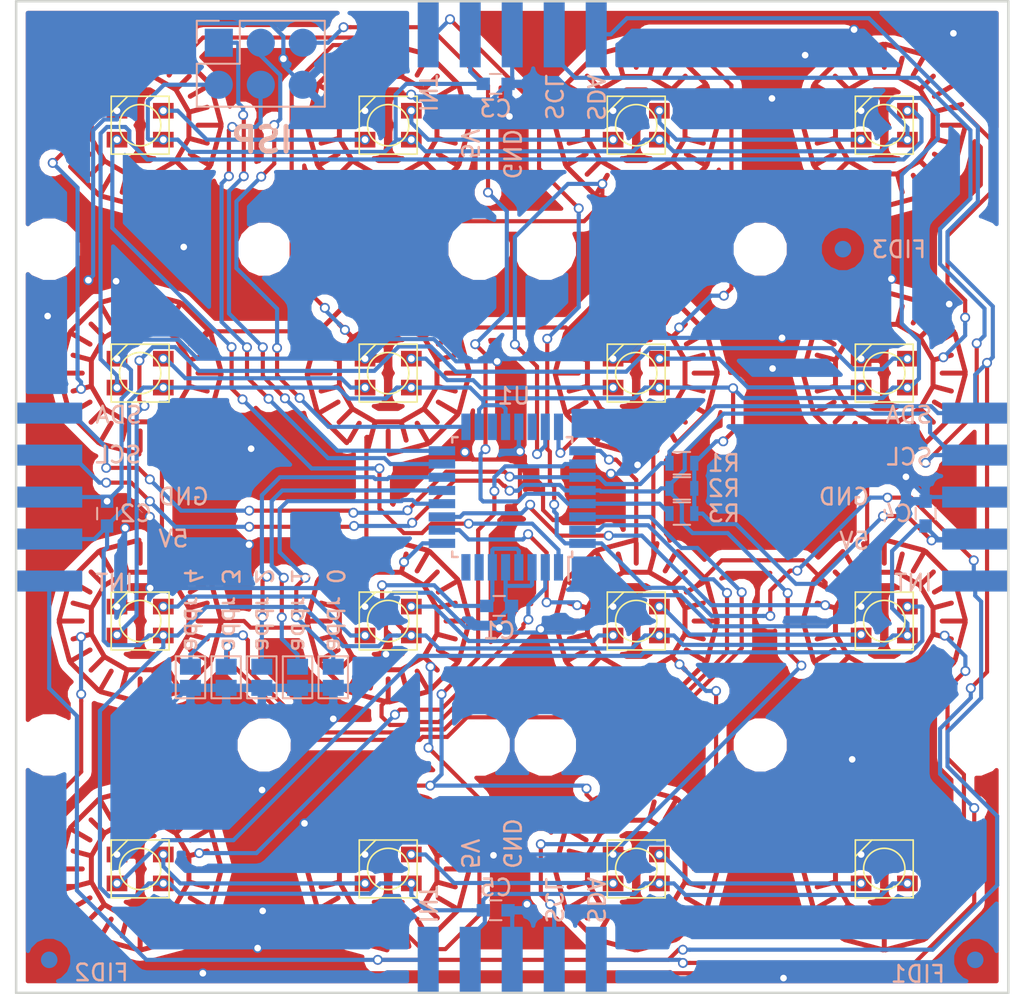
<source format=kicad_pcb>
(kicad_pcb (version 4) (host pcbnew 4.0.6)
  (layers (0 F.Cu signal) (31 B.Cu signal) (34 B.Paste user) (35 F.Paste user) (36 B.SilkS user) (37 F.SilkS user) (38 B.Mask user hide) (39 F.Mask user hide) (44 Edge.Cuts user))
  (net 0 "")
  (net 1 +5V)
  (net 2 GND)
  (net 3 DIN)
  (net 4 RESET)
  (net 5 MISO)
  (net 6 SCK)
  (net 7 MOSI)
  (net 8 INT)
  (net 9 SDA)
  (net 10 SCL)
  (net 11 ADDR4)
  (net 12 ADDR3)
  (net 13 ADDR2)
  (net 14 ADDR1)
  (net 15 ADDR0)
  (net 16 BOUT1)
  (net 17 BIN1)
  (net 18 BOUT2)
  (net 19 BOUT3)
  (net 20 BOUT4)
  (net 21 BIN2)
  (net 22 BIN3)
  (net 23 BIN4)
  (net 24 "Net-(D1-Pad4)")
  (net 25 "Net-(D2-Pad4)")
  (net 26 "Net-(D3-Pad4)")
  (net 27 "Net-(D4-Pad4)")
  (net 28 "Net-(D5-Pad4)")
  (net 29 "Net-(D6-Pad4)")
  (net 30 "Net-(D7-Pad4)")
  (net 31 "Net-(D8-Pad4)")
  (net 32 "Net-(D10-Pad2)")
  (net 33 "Net-(D10-Pad4)")
  (net 34 "Net-(D11-Pad4)")
  (net 35 "Net-(D12-Pad4)")
  (net 36 "Net-(D13-Pad4)")
  (net 37 "Net-(D14-Pad4)")
  (net 38 "Net-(D15-Pad4)")
  (module Switches_perso:Pad_30 (layer F.Cu) (at 187.5 132.5)
    (fp_text reference SW16 hide)
    (fp_text value SW_Push)
    (pad 1 connect oval (at 2.95 0) (size 0.3 1.8) (layers F.Cu F.Mask) (net 20 BOUT4))
    (pad 1 connect oval (at 2.554775 -1.475 30) (size 0.3 1.8) (layers F.Cu F.Mask) (net 20 BOUT4))
    (pad 1 connect oval (at 1.475 -2.554775 60) (size 0.3 1.8) (layers F.Cu F.Mask) (net 20 BOUT4))
    (pad 1 connect oval (at 0 -2.95 90) (size 0.3 1.8) (layers F.Cu F.Mask) (net 20 BOUT4))
    (pad 1 connect oval (at -1.475 -2.554775 120) (size 0.3 1.8) (layers F.Cu F.Mask) (net 20 BOUT4))
    (pad 1 connect oval (at -2.554775 -1.475 150) (size 0.3 1.8) (layers F.Cu F.Mask) (net 20 BOUT4))
    (pad 1 connect oval (at -2.95 0 180) (size 0.3 1.8) (layers F.Cu F.Mask) (net 20 BOUT4))
    (pad 1 connect oval (at -2.554775 1.475 210) (size 0.3 1.8) (layers F.Cu F.Mask) (net 20 BOUT4))
    (pad 1 connect oval (at -1.475 2.554775 240) (size 0.3 1.8) (layers F.Cu F.Mask) (net 20 BOUT4))
    (pad 1 connect oval (at 0 2.95 270) (size 0.3 1.8) (layers F.Cu F.Mask) (net 20 BOUT4))
    (pad 1 connect oval (at 1.475 2.554775 300) (size 0.3 1.8) (layers F.Cu F.Mask) (net 20 BOUT4))
    (pad 1 connect oval (at 2.554775 1.475 330) (size 0.3 1.8) (layers F.Cu F.Mask) (net 20 BOUT4))
    (pad 2 connect oval (at 4.1 0) (size 1.5 0.3) (layers F.Cu F.Mask) (net 23 BIN4))
    (pad 2 connect oval (at 3.358758 -3.358757 45) (size 0.3 2.7) (layers F.Cu F.Mask) (net 23 BIN4))
    (pad 2 connect oval (at 1.229391 -4.588148 75) (size 0.3 2.7) (layers F.Cu F.Mask) (net 23 BIN4))
    (pad 2 connect oval (at -1.22939 -4.588148 105) (size 0.3 2.7) (layers F.Cu F.Mask) (net 23 BIN4))
    (pad 2 connect oval (at -3.358757 -3.358758 135) (size 0.3 2.7) (layers F.Cu F.Mask) (net 23 BIN4))
    (pad 2 connect oval (at -4.588148 -1.229391 165) (size 0.3 2.7) (layers F.Cu F.Mask) (net 23 BIN4))
    (pad 2 connect oval (at -4.588148 1.22939 195) (size 0.3 2.7) (layers F.Cu F.Mask) (net 23 BIN4))
    (pad 2 connect oval (at -3.358758 3.358757 225) (size 0.3 2.7) (layers F.Cu F.Mask) (net 23 BIN4))
    (pad 2 connect oval (at -1.229391 4.588148 255) (size 0.3 2.7) (layers F.Cu F.Mask) (net 23 BIN4))
    (pad 2 connect oval (at 1.22939 4.588148 285) (size 0.3 2.7) (layers F.Cu F.Mask) (net 23 BIN4))
    (pad 2 connect oval (at 3.358757 3.358758 315) (size 0.3 2.7) (layers F.Cu F.Mask) (net 23 BIN4))
    (pad 2 connect oval (at 4.588148 1.229391 345) (size 0.3 2.7) (layers F.Cu F.Mask) (net 23 BIN4))
    (pad 1 connect oval (at 3.863704 -1.035275 15) (size 2 0.3) (layers F.Cu F.Mask) (net 20 BOUT4))
    (pad 2 connect oval (at 3.550704 -2.05 30) (size 1.5 0.3) (layers F.Cu F.Mask) (net 23 BIN4))
    (pad 2 connect oval (at 2.05 -3.550704 60) (size 1.5 0.3) (layers F.Cu F.Mask) (net 23 BIN4))
    (pad 2 connect oval (at 0 -4.1 90) (size 1.5 0.3) (layers F.Cu F.Mask) (net 23 BIN4))
    (pad 2 connect oval (at -2.05 -3.550704 120) (size 1.5 0.3) (layers F.Cu F.Mask) (net 23 BIN4))
    (pad 2 connect oval (at -3.550704 -2.05 150) (size 1.5 0.3) (layers F.Cu F.Mask) (net 23 BIN4))
    (pad 2 connect oval (at -4.1 0 180) (size 1.5 0.3) (layers F.Cu F.Mask) (net 23 BIN4))
    (pad 2 connect oval (at -3.550704 2.05 210) (size 1.5 0.3) (layers F.Cu F.Mask) (net 23 BIN4))
    (pad 2 connect oval (at -2.05 3.550704 240) (size 1.5 0.3) (layers F.Cu F.Mask) (net 23 BIN4))
    (pad 2 connect oval (at 0 4.1 270) (size 1.5 0.3) (layers F.Cu F.Mask) (net 23 BIN4))
    (pad 2 connect oval (at 2.05 3.550704 300) (size 1.5 0.3) (layers F.Cu F.Mask) (net 23 BIN4))
    (pad 2 connect oval (at 3.550704 2.05 330) (size 1.5 0.3) (layers F.Cu F.Mask) (net 23 BIN4))
    (pad 1 connect oval (at 3.525629 0.94469 345) (size 1.4 0.3) (layers F.Cu F.Mask) (net 20 BOUT4))
    (pad 1 connect oval (at 2.580939 2.58094 315) (size 1.4 0.3) (layers F.Cu F.Mask) (net 20 BOUT4))
    (pad 1 connect oval (at 0.944689 3.525629 285) (size 1.4 0.3) (layers F.Cu F.Mask) (net 20 BOUT4))
    (pad 1 connect oval (at -0.94469 3.525629 255) (size 1.4 0.3) (layers F.Cu F.Mask) (net 20 BOUT4))
    (pad 1 connect oval (at -2.58094 2.580939 225) (size 1.4 0.3) (layers F.Cu F.Mask) (net 20 BOUT4))
    (pad 1 connect oval (at -3.525629 0.944689 195) (size 1.4 0.3) (layers F.Cu F.Mask) (net 20 BOUT4))
    (pad 1 connect oval (at -3.525629 -0.94469 165) (size 1.4 0.3) (layers F.Cu F.Mask) (net 20 BOUT4))
    (pad 1 connect oval (at -2.580939 -2.58094 135) (size 1.4 0.3) (layers F.Cu F.Mask) (net 20 BOUT4))
    (pad 1 connect oval (at -0.944689 -3.525629 105) (size 1.4 0.3) (layers F.Cu F.Mask) (net 20 BOUT4))
    (pad 1 connect oval (at 0.94469 -3.525629 75) (size 1.4 0.3) (layers F.Cu F.Mask) (net 20 BOUT4))
    (pad 1 connect oval (at 2.58094 -2.580939 45) (size 1.4 0.3) (layers F.Cu F.Mask) (net 20 BOUT4))
  )
  (module Capacitors_SMD:C_0603 (layer B.Cu) (at 164.211 116.586)
    (fp_text reference C1 (at 0 1.5) (layer B.SilkS) (effects (justify mirror)))
    (fp_text value 100n)
    (pad 1 smd rect (at -0.75 0) (size 0.8 0.75) (layers B.Cu B.Paste B.Mask) (net 1 +5V))
    (pad 2 smd rect (at 0.75 0) (size 0.8 0.75) (layers B.Cu B.Paste B.Mask) (net 2 GND))
  )
  (module Capacitors_SMD:C_0603 (layer B.Cu) (at 140.5 111 90)
    (fp_text reference C2 (at 0.002 1.74 180) (layer B.SilkS) (effects (justify mirror)))
    (fp_text value 100n)
    (pad 1 smd rect (at -0.75 0 90) (size 0.8 0.75) (layers B.Cu B.Paste B.Mask) (net 1 +5V))
    (pad 2 smd rect (at 0.75 0 90) (size 0.8 0.75) (layers B.Cu B.Paste B.Mask) (net 2 GND))
  )
  (module Capacitors_SMD:C_0603 (layer B.Cu) (at 164 85)
    (fp_text reference C3 (at 0 1.5) (layer B.SilkS) (effects (justify mirror)))
    (fp_text value 100n)
    (pad 1 smd rect (at -0.75 0) (size 0.8 0.75) (layers B.Cu B.Paste B.Mask) (net 1 +5V))
    (pad 2 smd rect (at 0.75 0) (size 0.8 0.75) (layers B.Cu B.Paste B.Mask) (net 2 GND))
  )
  (module Capacitors_SMD:C_0603 (layer B.Cu) (at 190 111 90)
    (fp_text reference C4 (at 0.002 -1.786 180) (layer B.SilkS) (effects (justify mirror)))
    (fp_text value 100n)
    (pad 1 smd rect (at -0.75 0 90) (size 0.8 0.75) (layers B.Cu B.Paste B.Mask) (net 1 +5V))
    (pad 2 smd rect (at 0.75 0 90) (size 0.8 0.75) (layers B.Cu B.Paste B.Mask) (net 2 GND))
  )
  (module Capacitors_SMD:C_0603 (layer B.Cu) (at 164 135)
    (fp_text reference C5 (at 0.0205 -1.3706) (layer B.SilkS) (effects (justify mirror)))
    (fp_text value 100n)
    (pad 1 smd rect (at -0.75 0) (size 0.8 0.75) (layers B.Cu B.Paste B.Mask) (net 1 +5V))
    (pad 2 smd rect (at 0.75 0) (size 0.8 0.75) (layers B.Cu B.Paste B.Mask) (net 2 GND))
  )
  (module Fiducials:Fiducial_1mm_Dia_2.54mm_Outer_CopperTop (layer B.Cu) (at 193 138)
    (fp_text reference FID1 (at -3.4652 0.8618) (layer B.SilkS) (effects (justify mirror)))
    (fp_text value Fiducial)
    (pad ~ smd circle (at 0 0) (size 1 1) (layers B.Cu B.Mask) (clearance 0.77))
  )
  (module Fiducials:Fiducial_1mm_Dia_2.54mm_Outer_CopperTop (layer B.Cu) (at 137 138)
    (fp_text reference FID2 (at 3.1572 0.7729) (layer B.SilkS) (effects (justify mirror)))
    (fp_text value Fiducial)
    (pad ~ smd circle (at 0 0) (size 1 1) (layers B.Cu B.Mask) (clearance 0.77))
  )
  (module Fiducials:Fiducial_1mm_Dia_2.54mm_Outer_CopperTop (layer B.Cu) (at 185 95)
    (fp_text reference FID3 (at 3.3918 0.0214) (layer B.SilkS) (effects (justify mirror)))
    (fp_text value Fiducial)
    (pad ~ smd circle (at 0 0) (size 1 1) (layers B.Cu B.Mask) (clearance 0.77))
  )
  (module Conn_perso:Pin_Header_Straight_2x03_Pitch2.54mm_SMD (layer B.Cu) (at 147.2565 82.5119 270)
    (fp_text reference J1 hide)
    (fp_text value CONN_02X03)
    (pad 1 connect rect (at 0 0 270) (size 1.7 1.7) (layers B.Cu B.Mask) (net 5 MISO))
    (pad 2 connect circle (at 2.54 0 270) (size 1.7 1.7) (layers B.Cu B.Mask) (net 1 +5V))
    (pad 3 connect circle (at 0 -2.54 270) (size 1.7 1.7) (layers B.Cu B.Mask) (net 6 SCK))
    (pad 4 connect circle (at 2.54 -2.54 270) (size 1.7 1.7) (layers B.Cu B.Mask) (net 7 MOSI))
    (pad 5 connect circle (at 0 -5.08 270) (size 1.7 1.7) (layers B.Cu B.Mask) (net 4 RESET))
    (pad 6 connect circle (at 2.54 -5.08 270) (size 1.7 1.7) (layers B.Cu B.Mask) (net 2 GND))
  )
  (module Mounting_Holes:MountingHole_2.2mm_M2 (layer F.Cu) (at 150 95)
    (fp_text reference Mount1 hide)
    (fp_text value Mounting_2,2)
    (pad 1 np_thru_hole circle (at 0 0) (size 2.2 2.2) (drill 2.2) (layers *.Cu *.Mask))
  )
  (module Mounting_Holes:MountingHole_2.7mm_M2.5 (layer F.Cu) (at 167 95)
    (fp_text reference Mount7 hide)
    (fp_text value Centering_2,8)
    (pad 1 np_thru_hole circle (at 0 0) (size 2.7 2.7) (drill 2.7) (layers *.Cu *.Mask))
  )
  (module Resistors_SMD:R_0603 (layer B.Cu) (at 175.26 107.95 180)
    (fp_text reference R1 (at -2.54 0 180) (layer B.SilkS) (effects (justify mirror)))
    (fp_text value 10K)
    (pad 1 smd rect (at -0.75 0 180) (size 0.5 0.9) (layers B.Cu B.Paste B.Mask) (net 1 +5V))
    (pad 2 smd rect (at 0.75 0 180) (size 0.5 0.9) (layers B.Cu B.Paste B.Mask) (net 9 SDA))
  )
  (module Resistors_SMD:R_0603 (layer B.Cu) (at 175.26 109.474 180)
    (fp_text reference R2 (at -2.54 0 180) (layer B.SilkS) (effects (justify mirror)))
    (fp_text value 10K)
    (pad 1 smd rect (at -0.75 0 180) (size 0.5 0.9) (layers B.Cu B.Paste B.Mask) (net 1 +5V))
    (pad 2 smd rect (at 0.75 0 180) (size 0.5 0.9) (layers B.Cu B.Paste B.Mask) (net 10 SCL))
  )
  (module Resistors_SMD:R_0603 (layer B.Cu) (at 175.26 110.998 180)
    (fp_text reference R3 (at -2.54 0 180) (layer B.SilkS) (effects (justify mirror)))
    (fp_text value 10K)
    (pad 1 smd rect (at -0.75 0 180) (size 0.5 0.9) (layers B.Cu B.Paste B.Mask) (net 1 +5V))
    (pad 2 smd rect (at 0.75 0 180) (size 0.5 0.9) (layers B.Cu B.Paste B.Mask) (net 4 RESET))
  )
  (module Housings_QFP:TQFP-32_7x7mm_Pitch0.8mm (layer B.Cu) (at 165 110 90)
    (fp_text reference U1 (at 6.114 0.1 180) (layer B.SilkS) (effects (justify mirror)))
    (fp_text value ATMEGA328P-AU)
    (pad 1 smd rect (at -4.25 2.8 90) (size 1.6 0.55) (layers B.Cu B.Paste B.Mask) (net 3 DIN))
    (pad 2 smd rect (at -4.25 2 90) (size 1.6 0.55) (layers B.Cu B.Paste B.Mask) (net 16 BOUT1))
    (pad 3 smd rect (at -4.25 1.2 90) (size 1.6 0.55) (layers B.Cu B.Paste B.Mask) (net 2 GND))
    (pad 4 smd rect (at -4.25 0.4 90) (size 1.6 0.55) (layers B.Cu B.Paste B.Mask) (net 1 +5V))
    (pad 5 smd rect (at -4.25 -0.4 90) (size 1.6 0.55) (layers B.Cu B.Paste B.Mask) (net 2 GND))
    (pad 6 smd rect (at -4.25 -1.2 90) (size 1.6 0.55) (layers B.Cu B.Paste B.Mask) (net 1 +5V))
    (pad 7 smd rect (at -4.25 -2 90) (size 1.6 0.55) (layers B.Cu B.Paste B.Mask))
    (pad 8 smd rect (at -4.25 -2.8 90) (size 1.6 0.55) (layers B.Cu B.Paste B.Mask))
    (pad 9 smd rect (at -2.8 -4.25) (size 1.6 0.55) (layers B.Cu B.Paste B.Mask) (net 18 BOUT2))
    (pad 10 smd rect (at -2 -4.25) (size 1.6 0.55) (layers B.Cu B.Paste B.Mask) (net 19 BOUT3))
    (pad 11 smd rect (at -1.2 -4.25) (size 1.6 0.55) (layers B.Cu B.Paste B.Mask) (net 20 BOUT4))
    (pad 12 smd rect (at -0.4 -4.25) (size 1.6 0.55) (layers B.Cu B.Paste B.Mask) (net 15 ADDR0))
    (pad 13 smd rect (at 0.4 -4.25) (size 1.6 0.55) (layers B.Cu B.Paste B.Mask) (net 14 ADDR1))
    (pad 14 smd rect (at 1.2 -4.25) (size 1.6 0.55) (layers B.Cu B.Paste B.Mask) (net 13 ADDR2))
    (pad 15 smd rect (at 2 -4.25) (size 1.6 0.55) (layers B.Cu B.Paste B.Mask) (net 7 MOSI))
    (pad 16 smd rect (at 2.8 -4.25) (size 1.6 0.55) (layers B.Cu B.Paste B.Mask) (net 5 MISO))
    (pad 17 smd rect (at 4.25 -2.8 90) (size 1.6 0.55) (layers B.Cu B.Paste B.Mask) (net 6 SCK))
    (pad 18 smd rect (at 4.25 -2 90) (size 1.6 0.55) (layers B.Cu B.Paste B.Mask) (net 1 +5V))
    (pad 19 smd rect (at 4.25 -1.2 90) (size 1.6 0.55) (layers B.Cu B.Paste B.Mask))
    (pad 20 smd rect (at 4.25 -0.4 90) (size 1.6 0.55) (layers B.Cu B.Paste B.Mask) (net 1 +5V))
    (pad 21 smd rect (at 4.25 0.4 90) (size 1.6 0.55) (layers B.Cu B.Paste B.Mask) (net 2 GND))
    (pad 22 smd rect (at 4.25 1.2 90) (size 1.6 0.55) (layers B.Cu B.Paste B.Mask))
    (pad 23 smd rect (at 4.25 2 90) (size 1.6 0.55) (layers B.Cu B.Paste B.Mask) (net 17 BIN1))
    (pad 24 smd rect (at 4.25 2.8 90) (size 1.6 0.55) (layers B.Cu B.Paste B.Mask) (net 21 BIN2))
    (pad 25 smd rect (at 2.8 4.25) (size 1.6 0.55) (layers B.Cu B.Paste B.Mask) (net 22 BIN3))
    (pad 26 smd rect (at 2 4.25) (size 1.6 0.55) (layers B.Cu B.Paste B.Mask) (net 23 BIN4))
    (pad 27 smd rect (at 1.2 4.25) (size 1.6 0.55) (layers B.Cu B.Paste B.Mask) (net 9 SDA))
    (pad 28 smd rect (at 0.4 4.25) (size 1.6 0.55) (layers B.Cu B.Paste B.Mask) (net 10 SCL))
    (pad 29 smd rect (at -0.4 4.25) (size 1.6 0.55) (layers B.Cu B.Paste B.Mask) (net 4 RESET))
    (pad 30 smd rect (at -1.2 4.25) (size 1.6 0.55) (layers B.Cu B.Paste B.Mask) (net 12 ADDR3))
    (pad 31 smd rect (at -2 4.25) (size 1.6 0.55) (layers B.Cu B.Paste B.Mask) (net 11 ADDR4))
    (pad 32 smd rect (at -2.8 4.25) (size 1.6 0.55) (layers B.Cu B.Paste B.Mask) (net 8 INT))
  )
  (module Mounting_Holes:MountingHole_2.2mm_M2 (layer F.Cu) (at 180 95)
    (fp_text reference Mount2 hide)
    (fp_text value Mounting_2,2)
    (pad 1 np_thru_hole circle (at 0 0) (size 2.2 2.2) (drill 2.2) (layers *.Cu *.Mask))
  )
  (module Mounting_Holes:MountingHole_2.2mm_M2 (layer F.Cu) (at 150 125)
    (fp_text reference Mount3 hide)
    (fp_text value Mounting_2,2)
    (pad 1 np_thru_hole circle (at 0 0) (size 2.2 2.2) (drill 2.2) (layers *.Cu *.Mask))
  )
  (module Mounting_Holes:MountingHole_2.2mm_M2 (layer F.Cu) (at 180 125)
    (fp_text reference Mount4 hide)
    (fp_text value Mounting_2,2)
    (pad 1 np_thru_hole circle (at 0 0) (size 2.2 2.2) (drill 2.2) (layers *.Cu *.Mask))
  )
  (module Mounting_Holes:MountingHole_2.7mm_M2.5 (layer F.Cu) (at 137 95)
    (fp_text reference Mount5 hide)
    (fp_text value Centering_2,8)
    (pad 1 np_thru_hole circle (at 0 0) (size 2.7 2.7) (drill 2.7) (layers *.Cu *.Mask))
  )
  (module Mounting_Holes:MountingHole_2.7mm_M2.5 (layer F.Cu) (at 163 95)
    (fp_text reference Mount6 hide)
    (fp_text value Centering_2,8)
    (pad 1 np_thru_hole circle (at 0 0) (size 2.7 2.7) (drill 2.7) (layers *.Cu *.Mask))
  )
  (module Mounting_Holes:MountingHole_2.7mm_M2.5 (layer F.Cu) (at 193 95)
    (fp_text reference Mount8 hide)
    (fp_text value Centering_2,8)
    (pad 1 np_thru_hole circle (at 0 0) (size 2.7 2.7) (drill 2.7) (layers *.Cu *.Mask))
  )
  (module Mounting_Holes:MountingHole_2.7mm_M2.5 (layer F.Cu) (at 137 125)
    (fp_text reference Mount9 hide)
    (fp_text value Centering_2,8)
    (pad 1 np_thru_hole circle (at 0 0) (size 2.7 2.7) (drill 2.7) (layers *.Cu *.Mask))
  )
  (module Mounting_Holes:MountingHole_2.7mm_M2.5 (layer F.Cu) (at 163 125)
    (fp_text reference Mount10 hide)
    (fp_text value Centering_2,8)
    (pad 1 np_thru_hole circle (at 0 0) (size 2.7 2.7) (drill 2.7) (layers *.Cu *.Mask))
  )
  (module Mounting_Holes:MountingHole_2.7mm_M2.5 (layer F.Cu) (at 167 125)
    (fp_text reference Mount11 hide)
    (fp_text value Centering_2,8)
    (pad 1 np_thru_hole circle (at 0 0) (size 2.7 2.7) (drill 2.7) (layers *.Cu *.Mask))
  )
  (module Mounting_Holes:MountingHole_2.7mm_M2.5 (layer F.Cu) (at 193 125)
    (fp_text reference Mount12 hide)
    (fp_text value Centering_2,8)
    (pad 1 np_thru_hole circle (at 0 0) (size 2.7 2.7) (drill 2.7) (layers *.Cu *.Mask))
  )
  (module Connectors:GS2 (layer B.Cu) (at 145.542 120.904 180)
    (fp_text reference J2 hide)
    (fp_text value GS2)
    (pad 1 smd rect (at 0 0.64 180) (size 1.27 0.97) (layers B.Cu B.Paste B.Mask) (net 11 ADDR4))
    (pad 2 smd rect (at 0 -0.64 180) (size 1.27 0.97) (layers B.Cu B.Paste B.Mask) (net 2 GND))
  )
  (module Connectors:GS2 (layer B.Cu) (at 147.701 120.904 180)
    (fp_text reference J3 hide)
    (fp_text value GS2)
    (pad 1 smd rect (at 0 0.64 180) (size 1.27 0.97) (layers B.Cu B.Paste B.Mask) (net 12 ADDR3))
    (pad 2 smd rect (at 0 -0.64 180) (size 1.27 0.97) (layers B.Cu B.Paste B.Mask) (net 2 GND))
  )
  (module Connectors:GS2 (layer B.Cu) (at 149.86 120.904 180)
    (fp_text reference J4 hide)
    (fp_text value GS2)
    (pad 1 smd rect (at 0 0.64 180) (size 1.27 0.97) (layers B.Cu B.Paste B.Mask) (net 13 ADDR2))
    (pad 2 smd rect (at 0 -0.64 180) (size 1.27 0.97) (layers B.Cu B.Paste B.Mask) (net 2 GND))
  )
  (module Connectors:GS2 (layer B.Cu) (at 152.019 120.904 180)
    (fp_text reference J5 hide)
    (fp_text value GS2)
    (pad 1 smd rect (at 0 0.64 180) (size 1.27 0.97) (layers B.Cu B.Paste B.Mask) (net 14 ADDR1))
    (pad 2 smd rect (at 0 -0.64 180) (size 1.27 0.97) (layers B.Cu B.Paste B.Mask) (net 2 GND))
  )
  (module Connectors:GS2 (layer B.Cu) (at 154.178 120.904 180)
    (fp_text reference J6 hide)
    (fp_text value GS2)
    (pad 1 smd rect (at 0 0.64 180) (size 1.27 0.97) (layers B.Cu B.Paste B.Mask) (net 15 ADDR0))
    (pad 2 smd rect (at 0 -0.64 180) (size 1.27 0.97) (layers B.Cu B.Paste B.Mask) (net 2 GND))
  )
  (module Conn_perso:Connecteur_1x5_SMD (layer B.Cu) (at 165 138)
    (fp_text reference J10 hide)
    (fp_text value CONN_01X05)
    (pad 5 connect rect (at 5.08 0) (size 1.27 4) (layers B.Cu B.Mask) (net 9 SDA))
    (pad 4 connect rect (at 2.54 0) (size 1.27 4) (layers B.Cu B.Mask) (net 10 SCL))
    (pad 3 connect rect (at 0 0) (size 1.27 4) (layers B.Cu B.Mask) (net 2 GND))
    (pad 2 connect rect (at -2.54 0) (size 1.27 4) (layers B.Cu B.Mask) (net 1 +5V))
    (pad 1 connect rect (at -5.08 0) (size 1.27 4) (layers B.Cu B.Mask) (net 8 INT))
  )
  (module Conn_perso:Connecteur_1x5_SMD (layer B.Cu) (at 193 110 90)
    (fp_text reference J9 hide)
    (fp_text value CONN_01X05)
    (pad 5 connect rect (at 5.08 0 90) (size 1.27 4) (layers B.Cu B.Mask) (net 9 SDA))
    (pad 4 connect rect (at 2.54 0 90) (size 1.27 4) (layers B.Cu B.Mask) (net 10 SCL))
    (pad 3 connect rect (at 0 0 90) (size 1.27 4) (layers B.Cu B.Mask) (net 2 GND))
    (pad 2 connect rect (at -2.54 0 90) (size 1.27 4) (layers B.Cu B.Mask) (net 1 +5V))
    (pad 1 connect rect (at -5.08 0 90) (size 1.27 4) (layers B.Cu B.Mask) (net 8 INT))
  )
  (module Conn_perso:Connecteur_1x5_SMD (layer B.Cu) (at 165 82)
    (fp_text reference J8 hide)
    (fp_text value CONN_01X05)
    (pad 5 connect rect (at 5.08 0) (size 1.27 4) (layers B.Cu B.Mask) (net 9 SDA))
    (pad 4 connect rect (at 2.54 0) (size 1.27 4) (layers B.Cu B.Mask) (net 10 SCL))
    (pad 3 connect rect (at 0 0) (size 1.27 4) (layers B.Cu B.Mask) (net 2 GND))
    (pad 2 connect rect (at -2.54 0) (size 1.27 4) (layers B.Cu B.Mask) (net 1 +5V))
    (pad 1 connect rect (at -5.08 0) (size 1.27 4) (layers B.Cu B.Mask) (net 8 INT))
  )
  (module Conn_perso:Connecteur_1x5_SMD (layer B.Cu) (at 137 110 90)
    (fp_text reference J7 hide)
    (fp_text value CONN_01X05)
    (pad 5 connect rect (at 5.08 0 90) (size 1.27 4) (layers B.Cu B.Mask) (net 9 SDA))
    (pad 4 connect rect (at 2.54 0 90) (size 1.27 4) (layers B.Cu B.Mask) (net 10 SCL))
    (pad 3 connect rect (at 0 0 90) (size 1.27 4) (layers B.Cu B.Mask) (net 2 GND))
    (pad 2 connect rect (at -2.54 0 90) (size 1.27 4) (layers B.Cu B.Mask) (net 1 +5V))
    (pad 1 connect rect (at -5.08 0 90) (size 1.27 4) (layers B.Cu B.Mask) (net 8 INT))
  )
  (module Switches_perso:Pad_30 (layer F.Cu) (at 142.5 87.5 180)
    (fp_text reference SW1 hide)
    (fp_text value SW_Push)
    (pad 1 connect oval (at 2.95 0 180) (size 0.3 1.8) (layers F.Cu F.Mask) (net 16 BOUT1))
    (pad 1 connect oval (at 2.554775 -1.475 210) (size 0.3 1.8) (layers F.Cu F.Mask) (net 16 BOUT1))
    (pad 1 connect oval (at 1.475 -2.554775 240) (size 0.3 1.8) (layers F.Cu F.Mask) (net 16 BOUT1))
    (pad 1 connect oval (at 0 -2.95 270) (size 0.3 1.8) (layers F.Cu F.Mask) (net 16 BOUT1))
    (pad 1 connect oval (at -1.475 -2.554775 300) (size 0.3 1.8) (layers F.Cu F.Mask) (net 16 BOUT1))
    (pad 1 connect oval (at -2.554775 -1.475 330) (size 0.3 1.8) (layers F.Cu F.Mask) (net 16 BOUT1))
    (pad 1 connect oval (at -2.95 0) (size 0.3 1.8) (layers F.Cu F.Mask) (net 16 BOUT1))
    (pad 1 connect oval (at -2.554775 1.475 30) (size 0.3 1.8) (layers F.Cu F.Mask) (net 16 BOUT1))
    (pad 1 connect oval (at -1.475 2.554775 60) (size 0.3 1.8) (layers F.Cu F.Mask) (net 16 BOUT1))
    (pad 1 connect oval (at 0 2.95 90) (size 0.3 1.8) (layers F.Cu F.Mask) (net 16 BOUT1))
    (pad 1 connect oval (at 1.475 2.554775 120) (size 0.3 1.8) (layers F.Cu F.Mask) (net 16 BOUT1))
    (pad 1 connect oval (at 2.554775 1.475 150) (size 0.3 1.8) (layers F.Cu F.Mask) (net 16 BOUT1))
    (pad 2 connect oval (at 4.1 0 180) (size 1.5 0.3) (layers F.Cu F.Mask) (net 17 BIN1))
    (pad 2 connect oval (at 3.358758 -3.358757 225) (size 0.3 2.7) (layers F.Cu F.Mask) (net 17 BIN1))
    (pad 2 connect oval (at 1.229391 -4.588148 255) (size 0.3 2.7) (layers F.Cu F.Mask) (net 17 BIN1))
    (pad 2 connect oval (at -1.22939 -4.588148 285) (size 0.3 2.7) (layers F.Cu F.Mask) (net 17 BIN1))
    (pad 2 connect oval (at -3.358757 -3.358758 315) (size 0.3 2.7) (layers F.Cu F.Mask) (net 17 BIN1))
    (pad 2 connect oval (at -4.588148 -1.229391 345) (size 0.3 2.7) (layers F.Cu F.Mask) (net 17 BIN1))
    (pad 2 connect oval (at -4.588148 1.22939 15) (size 0.3 2.7) (layers F.Cu F.Mask) (net 17 BIN1))
    (pad 2 connect oval (at -3.358758 3.358757 45) (size 0.3 2.7) (layers F.Cu F.Mask) (net 17 BIN1))
    (pad 2 connect oval (at -1.229391 4.588148 75) (size 0.3 2.7) (layers F.Cu F.Mask) (net 17 BIN1))
    (pad 2 connect oval (at 1.22939 4.588148 105) (size 0.3 2.7) (layers F.Cu F.Mask) (net 17 BIN1))
    (pad 2 connect oval (at 3.358757 3.358758 135) (size 0.3 2.7) (layers F.Cu F.Mask) (net 17 BIN1))
    (pad 2 connect oval (at 4.588148 1.229391 165) (size 0.3 2.7) (layers F.Cu F.Mask) (net 17 BIN1))
    (pad 1 connect oval (at 3.863704 -1.035275 195) (size 2 0.3) (layers F.Cu F.Mask) (net 16 BOUT1))
    (pad 2 connect oval (at 3.550704 -2.05 210) (size 1.5 0.3) (layers F.Cu F.Mask) (net 17 BIN1))
    (pad 2 connect oval (at 2.05 -3.550704 240) (size 1.5 0.3) (layers F.Cu F.Mask) (net 17 BIN1))
    (pad 2 connect oval (at 0 -4.1 270) (size 1.5 0.3) (layers F.Cu F.Mask) (net 17 BIN1))
    (pad 2 connect oval (at -2.05 -3.550704 300) (size 1.5 0.3) (layers F.Cu F.Mask) (net 17 BIN1))
    (pad 2 connect oval (at -3.550704 -2.05 330) (size 1.5 0.3) (layers F.Cu F.Mask) (net 17 BIN1))
    (pad 2 connect oval (at -4.1 0) (size 1.5 0.3) (layers F.Cu F.Mask) (net 17 BIN1))
    (pad 2 connect oval (at -3.550704 2.05 30) (size 1.5 0.3) (layers F.Cu F.Mask) (net 17 BIN1))
    (pad 2 connect oval (at -2.05 3.550704 60) (size 1.5 0.3) (layers F.Cu F.Mask) (net 17 BIN1))
    (pad 2 connect oval (at 0 4.1 90) (size 1.5 0.3) (layers F.Cu F.Mask) (net 17 BIN1))
    (pad 2 connect oval (at 2.05 3.550704 120) (size 1.5 0.3) (layers F.Cu F.Mask) (net 17 BIN1))
    (pad 2 connect oval (at 3.550704 2.05 150) (size 1.5 0.3) (layers F.Cu F.Mask) (net 17 BIN1))
    (pad 1 connect oval (at 3.525629 0.94469 165) (size 1.4 0.3) (layers F.Cu F.Mask) (net 16 BOUT1))
    (pad 1 connect oval (at 2.580939 2.58094 135) (size 1.4 0.3) (layers F.Cu F.Mask) (net 16 BOUT1))
    (pad 1 connect oval (at 0.944689 3.525629 105) (size 1.4 0.3) (layers F.Cu F.Mask) (net 16 BOUT1))
    (pad 1 connect oval (at -0.94469 3.525629 75) (size 1.4 0.3) (layers F.Cu F.Mask) (net 16 BOUT1))
    (pad 1 connect oval (at -2.58094 2.580939 45) (size 1.4 0.3) (layers F.Cu F.Mask) (net 16 BOUT1))
    (pad 1 connect oval (at -3.525629 0.944689 15) (size 1.4 0.3) (layers F.Cu F.Mask) (net 16 BOUT1))
    (pad 1 connect oval (at -3.525629 -0.94469 345) (size 1.4 0.3) (layers F.Cu F.Mask) (net 16 BOUT1))
    (pad 1 connect oval (at -2.580939 -2.58094 315) (size 1.4 0.3) (layers F.Cu F.Mask) (net 16 BOUT1))
    (pad 1 connect oval (at -0.944689 -3.525629 285) (size 1.4 0.3) (layers F.Cu F.Mask) (net 16 BOUT1))
    (pad 1 connect oval (at 0.94469 -3.525629 255) (size 1.4 0.3) (layers F.Cu F.Mask) (net 16 BOUT1))
    (pad 1 connect oval (at 2.58094 -2.580939 225) (size 1.4 0.3) (layers F.Cu F.Mask) (net 16 BOUT1))
  )
  (module Switches_perso:Pad_30 (layer F.Cu) (at 157.5 87.5 90)
    (fp_text reference SW2 hide)
    (fp_text value SW_Push)
    (pad 1 connect oval (at 2.95 0 90) (size 0.3 1.8) (layers F.Cu F.Mask) (net 18 BOUT2))
    (pad 1 connect oval (at 2.554775 -1.475 120) (size 0.3 1.8) (layers F.Cu F.Mask) (net 18 BOUT2))
    (pad 1 connect oval (at 1.475 -2.554775 150) (size 0.3 1.8) (layers F.Cu F.Mask) (net 18 BOUT2))
    (pad 1 connect oval (at 0 -2.95 180) (size 0.3 1.8) (layers F.Cu F.Mask) (net 18 BOUT2))
    (pad 1 connect oval (at -1.475 -2.554775 210) (size 0.3 1.8) (layers F.Cu F.Mask) (net 18 BOUT2))
    (pad 1 connect oval (at -2.554775 -1.475 240) (size 0.3 1.8) (layers F.Cu F.Mask) (net 18 BOUT2))
    (pad 1 connect oval (at -2.95 0 270) (size 0.3 1.8) (layers F.Cu F.Mask) (net 18 BOUT2))
    (pad 1 connect oval (at -2.554775 1.475 300) (size 0.3 1.8) (layers F.Cu F.Mask) (net 18 BOUT2))
    (pad 1 connect oval (at -1.475 2.554775 330) (size 0.3 1.8) (layers F.Cu F.Mask) (net 18 BOUT2))
    (pad 1 connect oval (at 0 2.95) (size 0.3 1.8) (layers F.Cu F.Mask) (net 18 BOUT2))
    (pad 1 connect oval (at 1.475 2.554775 30) (size 0.3 1.8) (layers F.Cu F.Mask) (net 18 BOUT2))
    (pad 1 connect oval (at 2.554775 1.475 60) (size 0.3 1.8) (layers F.Cu F.Mask) (net 18 BOUT2))
    (pad 2 connect oval (at 4.1 0 90) (size 1.5 0.3) (layers F.Cu F.Mask) (net 17 BIN1))
    (pad 2 connect oval (at 3.358758 -3.358757 135) (size 0.3 2.7) (layers F.Cu F.Mask) (net 17 BIN1))
    (pad 2 connect oval (at 1.229391 -4.588148 165) (size 0.3 2.7) (layers F.Cu F.Mask) (net 17 BIN1))
    (pad 2 connect oval (at -1.22939 -4.588148 195) (size 0.3 2.7) (layers F.Cu F.Mask) (net 17 BIN1))
    (pad 2 connect oval (at -3.358757 -3.358758 225) (size 0.3 2.7) (layers F.Cu F.Mask) (net 17 BIN1))
    (pad 2 connect oval (at -4.588148 -1.229391 255) (size 0.3 2.7) (layers F.Cu F.Mask) (net 17 BIN1))
    (pad 2 connect oval (at -4.588148 1.22939 285) (size 0.3 2.7) (layers F.Cu F.Mask) (net 17 BIN1))
    (pad 2 connect oval (at -3.358758 3.358757 315) (size 0.3 2.7) (layers F.Cu F.Mask) (net 17 BIN1))
    (pad 2 connect oval (at -1.229391 4.588148 345) (size 0.3 2.7) (layers F.Cu F.Mask) (net 17 BIN1))
    (pad 2 connect oval (at 1.22939 4.588148 15) (size 0.3 2.7) (layers F.Cu F.Mask) (net 17 BIN1))
    (pad 2 connect oval (at 3.358757 3.358758 45) (size 0.3 2.7) (layers F.Cu F.Mask) (net 17 BIN1))
    (pad 2 connect oval (at 4.588148 1.229391 75) (size 0.3 2.7) (layers F.Cu F.Mask) (net 17 BIN1))
    (pad 1 connect oval (at 3.863704 -1.035275 105) (size 2 0.3) (layers F.Cu F.Mask) (net 18 BOUT2))
    (pad 2 connect oval (at 3.550704 -2.05 120) (size 1.5 0.3) (layers F.Cu F.Mask) (net 17 BIN1))
    (pad 2 connect oval (at 2.05 -3.550704 150) (size 1.5 0.3) (layers F.Cu F.Mask) (net 17 BIN1))
    (pad 2 connect oval (at 0 -4.1 180) (size 1.5 0.3) (layers F.Cu F.Mask) (net 17 BIN1))
    (pad 2 connect oval (at -2.05 -3.550704 210) (size 1.5 0.3) (layers F.Cu F.Mask) (net 17 BIN1))
    (pad 2 connect oval (at -3.550704 -2.05 240) (size 1.5 0.3) (layers F.Cu F.Mask) (net 17 BIN1))
    (pad 2 connect oval (at -4.1 0 270) (size 1.5 0.3) (layers F.Cu F.Mask) (net 17 BIN1))
    (pad 2 connect oval (at -3.550704 2.05 300) (size 1.5 0.3) (layers F.Cu F.Mask) (net 17 BIN1))
    (pad 2 connect oval (at -2.05 3.550704 330) (size 1.5 0.3) (layers F.Cu F.Mask) (net 17 BIN1))
    (pad 2 connect oval (at 0 4.1) (size 1.5 0.3) (layers F.Cu F.Mask) (net 17 BIN1))
    (pad 2 connect oval (at 2.05 3.550704 30) (size 1.5 0.3) (layers F.Cu F.Mask) (net 17 BIN1))
    (pad 2 connect oval (at 3.550704 2.05 60) (size 1.5 0.3) (layers F.Cu F.Mask) (net 17 BIN1))
    (pad 1 connect oval (at 3.525629 0.94469 75) (size 1.4 0.3) (layers F.Cu F.Mask) (net 18 BOUT2))
    (pad 1 connect oval (at 2.580939 2.58094 45) (size 1.4 0.3) (layers F.Cu F.Mask) (net 18 BOUT2))
    (pad 1 connect oval (at 0.944689 3.525629 15) (size 1.4 0.3) (layers F.Cu F.Mask) (net 18 BOUT2))
    (pad 1 connect oval (at -0.94469 3.525629 345) (size 1.4 0.3) (layers F.Cu F.Mask) (net 18 BOUT2))
    (pad 1 connect oval (at -2.58094 2.580939 315) (size 1.4 0.3) (layers F.Cu F.Mask) (net 18 BOUT2))
    (pad 1 connect oval (at -3.525629 0.944689 285) (size 1.4 0.3) (layers F.Cu F.Mask) (net 18 BOUT2))
    (pad 1 connect oval (at -3.525629 -0.94469 255) (size 1.4 0.3) (layers F.Cu F.Mask) (net 18 BOUT2))
    (pad 1 connect oval (at -2.580939 -2.58094 225) (size 1.4 0.3) (layers F.Cu F.Mask) (net 18 BOUT2))
    (pad 1 connect oval (at -0.944689 -3.525629 195) (size 1.4 0.3) (layers F.Cu F.Mask) (net 18 BOUT2))
    (pad 1 connect oval (at 0.94469 -3.525629 165) (size 1.4 0.3) (layers F.Cu F.Mask) (net 18 BOUT2))
    (pad 1 connect oval (at 2.58094 -2.580939 135) (size 1.4 0.3) (layers F.Cu F.Mask) (net 18 BOUT2))
  )
  (module Switches_perso:Pad_30 (layer F.Cu) (at 172.5 87.5 60)
    (fp_text reference SW3 hide)
    (fp_text value SW_Push)
    (pad 1 connect oval (at 2.95 0 60) (size 0.3 1.8) (layers F.Cu F.Mask) (net 19 BOUT3))
    (pad 1 connect oval (at 2.554775 -1.475 90) (size 0.3 1.8) (layers F.Cu F.Mask) (net 19 BOUT3))
    (pad 1 connect oval (at 1.475 -2.554775 120) (size 0.3 1.8) (layers F.Cu F.Mask) (net 19 BOUT3))
    (pad 1 connect oval (at 0 -2.95 150) (size 0.3 1.8) (layers F.Cu F.Mask) (net 19 BOUT3))
    (pad 1 connect oval (at -1.475 -2.554775 180) (size 0.3 1.8) (layers F.Cu F.Mask) (net 19 BOUT3))
    (pad 1 connect oval (at -2.554775 -1.475 210) (size 0.3 1.8) (layers F.Cu F.Mask) (net 19 BOUT3))
    (pad 1 connect oval (at -2.95 0 240) (size 0.3 1.8) (layers F.Cu F.Mask) (net 19 BOUT3))
    (pad 1 connect oval (at -2.554775 1.475 270) (size 0.3 1.8) (layers F.Cu F.Mask) (net 19 BOUT3))
    (pad 1 connect oval (at -1.475 2.554775 300) (size 0.3 1.8) (layers F.Cu F.Mask) (net 19 BOUT3))
    (pad 1 connect oval (at 0 2.95 330) (size 0.3 1.8) (layers F.Cu F.Mask) (net 19 BOUT3))
    (pad 1 connect oval (at 1.475 2.554775) (size 0.3 1.8) (layers F.Cu F.Mask) (net 19 BOUT3))
    (pad 1 connect oval (at 2.554775 1.475 30) (size 0.3 1.8) (layers F.Cu F.Mask) (net 19 BOUT3))
    (pad 2 connect oval (at 4.1 0 60) (size 1.5 0.3) (layers F.Cu F.Mask) (net 17 BIN1))
    (pad 2 connect oval (at 3.358758 -3.358757 105) (size 0.3 2.7) (layers F.Cu F.Mask) (net 17 BIN1))
    (pad 2 connect oval (at 1.229391 -4.588148 135) (size 0.3 2.7) (layers F.Cu F.Mask) (net 17 BIN1))
    (pad 2 connect oval (at -1.22939 -4.588148 165) (size 0.3 2.7) (layers F.Cu F.Mask) (net 17 BIN1))
    (pad 2 connect oval (at -3.358757 -3.358758 195) (size 0.3 2.7) (layers F.Cu F.Mask) (net 17 BIN1))
    (pad 2 connect oval (at -4.588148 -1.229391 225) (size 0.3 2.7) (layers F.Cu F.Mask) (net 17 BIN1))
    (pad 2 connect oval (at -4.588148 1.22939 255) (size 0.3 2.7) (layers F.Cu F.Mask) (net 17 BIN1))
    (pad 2 connect oval (at -3.358758 3.358757 285) (size 0.3 2.7) (layers F.Cu F.Mask) (net 17 BIN1))
    (pad 2 connect oval (at -1.229391 4.588148 315) (size 0.3 2.7) (layers F.Cu F.Mask) (net 17 BIN1))
    (pad 2 connect oval (at 1.22939 4.588148 345) (size 0.3 2.7) (layers F.Cu F.Mask) (net 17 BIN1))
    (pad 2 connect oval (at 3.358757 3.358758 15) (size 0.3 2.7) (layers F.Cu F.Mask) (net 17 BIN1))
    (pad 2 connect oval (at 4.588148 1.229391 45) (size 0.3 2.7) (layers F.Cu F.Mask) (net 17 BIN1))
    (pad 1 connect oval (at 3.863704 -1.035275 75) (size 2 0.3) (layers F.Cu F.Mask) (net 19 BOUT3))
    (pad 2 connect oval (at 3.550704 -2.05 90) (size 1.5 0.3) (layers F.Cu F.Mask) (net 17 BIN1))
    (pad 2 connect oval (at 2.05 -3.550704 120) (size 1.5 0.3) (layers F.Cu F.Mask) (net 17 BIN1))
    (pad 2 connect oval (at 0 -4.1 150) (size 1.5 0.3) (layers F.Cu F.Mask) (net 17 BIN1))
    (pad 2 connect oval (at -2.05 -3.550704 180) (size 1.5 0.3) (layers F.Cu F.Mask) (net 17 BIN1))
    (pad 2 connect oval (at -3.550704 -2.05 210) (size 1.5 0.3) (layers F.Cu F.Mask) (net 17 BIN1))
    (pad 2 connect oval (at -4.1 0 240) (size 1.5 0.3) (layers F.Cu F.Mask) (net 17 BIN1))
    (pad 2 connect oval (at -3.550704 2.05 270) (size 1.5 0.3) (layers F.Cu F.Mask) (net 17 BIN1))
    (pad 2 connect oval (at -2.05 3.550704 300) (size 1.5 0.3) (layers F.Cu F.Mask) (net 17 BIN1))
    (pad 2 connect oval (at 0 4.1 330) (size 1.5 0.3) (layers F.Cu F.Mask) (net 17 BIN1))
    (pad 2 connect oval (at 2.05 3.550704) (size 1.5 0.3) (layers F.Cu F.Mask) (net 17 BIN1))
    (pad 2 connect oval (at 3.550704 2.05 30) (size 1.5 0.3) (layers F.Cu F.Mask) (net 17 BIN1))
    (pad 1 connect oval (at 3.525629 0.94469 45) (size 1.4 0.3) (layers F.Cu F.Mask) (net 19 BOUT3))
    (pad 1 connect oval (at 2.580939 2.58094 15) (size 1.4 0.3) (layers F.Cu F.Mask) (net 19 BOUT3))
    (pad 1 connect oval (at 0.944689 3.525629 345) (size 1.4 0.3) (layers F.Cu F.Mask) (net 19 BOUT3))
    (pad 1 connect oval (at -0.94469 3.525629 315) (size 1.4 0.3) (layers F.Cu F.Mask) (net 19 BOUT3))
    (pad 1 connect oval (at -2.58094 2.580939 285) (size 1.4 0.3) (layers F.Cu F.Mask) (net 19 BOUT3))
    (pad 1 connect oval (at -3.525629 0.944689 255) (size 1.4 0.3) (layers F.Cu F.Mask) (net 19 BOUT3))
    (pad 1 connect oval (at -3.525629 -0.94469 225) (size 1.4 0.3) (layers F.Cu F.Mask) (net 19 BOUT3))
    (pad 1 connect oval (at -2.580939 -2.58094 195) (size 1.4 0.3) (layers F.Cu F.Mask) (net 19 BOUT3))
    (pad 1 connect oval (at -0.944689 -3.525629 165) (size 1.4 0.3) (layers F.Cu F.Mask) (net 19 BOUT3))
    (pad 1 connect oval (at 0.94469 -3.525629 135) (size 1.4 0.3) (layers F.Cu F.Mask) (net 19 BOUT3))
    (pad 1 connect oval (at 2.58094 -2.580939 105) (size 1.4 0.3) (layers F.Cu F.Mask) (net 19 BOUT3))
  )
  (module Switches_perso:Pad_30 (layer F.Cu) (at 187.5 87.5)
    (fp_text reference SW4 hide)
    (fp_text value SW_Push)
    (pad 1 connect oval (at 2.95 0) (size 0.3 1.8) (layers F.Cu F.Mask) (net 20 BOUT4))
    (pad 1 connect oval (at 2.554775 -1.475 30) (size 0.3 1.8) (layers F.Cu F.Mask) (net 20 BOUT4))
    (pad 1 connect oval (at 1.475 -2.554775 60) (size 0.3 1.8) (layers F.Cu F.Mask) (net 20 BOUT4))
    (pad 1 connect oval (at 0 -2.95 90) (size 0.3 1.8) (layers F.Cu F.Mask) (net 20 BOUT4))
    (pad 1 connect oval (at -1.475 -2.554775 120) (size 0.3 1.8) (layers F.Cu F.Mask) (net 20 BOUT4))
    (pad 1 connect oval (at -2.554775 -1.475 150) (size 0.3 1.8) (layers F.Cu F.Mask) (net 20 BOUT4))
    (pad 1 connect oval (at -2.95 0 180) (size 0.3 1.8) (layers F.Cu F.Mask) (net 20 BOUT4))
    (pad 1 connect oval (at -2.554775 1.475 210) (size 0.3 1.8) (layers F.Cu F.Mask) (net 20 BOUT4))
    (pad 1 connect oval (at -1.475 2.554775 240) (size 0.3 1.8) (layers F.Cu F.Mask) (net 20 BOUT4))
    (pad 1 connect oval (at 0 2.95 270) (size 0.3 1.8) (layers F.Cu F.Mask) (net 20 BOUT4))
    (pad 1 connect oval (at 1.475 2.554775 300) (size 0.3 1.8) (layers F.Cu F.Mask) (net 20 BOUT4))
    (pad 1 connect oval (at 2.554775 1.475 330) (size 0.3 1.8) (layers F.Cu F.Mask) (net 20 BOUT4))
    (pad 2 connect oval (at 4.1 0) (size 1.5 0.3) (layers F.Cu F.Mask) (net 17 BIN1))
    (pad 2 connect oval (at 3.358758 -3.358757 45) (size 0.3 2.7) (layers F.Cu F.Mask) (net 17 BIN1))
    (pad 2 connect oval (at 1.229391 -4.588148 75) (size 0.3 2.7) (layers F.Cu F.Mask) (net 17 BIN1))
    (pad 2 connect oval (at -1.22939 -4.588148 105) (size 0.3 2.7) (layers F.Cu F.Mask) (net 17 BIN1))
    (pad 2 connect oval (at -3.358757 -3.358758 135) (size 0.3 2.7) (layers F.Cu F.Mask) (net 17 BIN1))
    (pad 2 connect oval (at -4.588148 -1.229391 165) (size 0.3 2.7) (layers F.Cu F.Mask) (net 17 BIN1))
    (pad 2 connect oval (at -4.588148 1.22939 195) (size 0.3 2.7) (layers F.Cu F.Mask) (net 17 BIN1))
    (pad 2 connect oval (at -3.358758 3.358757 225) (size 0.3 2.7) (layers F.Cu F.Mask) (net 17 BIN1))
    (pad 2 connect oval (at -1.229391 4.588148 255) (size 0.3 2.7) (layers F.Cu F.Mask) (net 17 BIN1))
    (pad 2 connect oval (at 1.22939 4.588148 285) (size 0.3 2.7) (layers F.Cu F.Mask) (net 17 BIN1))
    (pad 2 connect oval (at 3.358757 3.358758 315) (size 0.3 2.7) (layers F.Cu F.Mask) (net 17 BIN1))
    (pad 2 connect oval (at 4.588148 1.229391 345) (size 0.3 2.7) (layers F.Cu F.Mask) (net 17 BIN1))
    (pad 1 connect oval (at 3.863704 -1.035275 15) (size 2 0.3) (layers F.Cu F.Mask) (net 20 BOUT4))
    (pad 2 connect oval (at 3.550704 -2.05 30) (size 1.5 0.3) (layers F.Cu F.Mask) (net 17 BIN1))
    (pad 2 connect oval (at 2.05 -3.550704 60) (size 1.5 0.3) (layers F.Cu F.Mask) (net 17 BIN1))
    (pad 2 connect oval (at 0 -4.1 90) (size 1.5 0.3) (layers F.Cu F.Mask) (net 17 BIN1))
    (pad 2 connect oval (at -2.05 -3.550704 120) (size 1.5 0.3) (layers F.Cu F.Mask) (net 17 BIN1))
    (pad 2 connect oval (at -3.550704 -2.05 150) (size 1.5 0.3) (layers F.Cu F.Mask) (net 17 BIN1))
    (pad 2 connect oval (at -4.1 0 180) (size 1.5 0.3) (layers F.Cu F.Mask) (net 17 BIN1))
    (pad 2 connect oval (at -3.550704 2.05 210) (size 1.5 0.3) (layers F.Cu F.Mask) (net 17 BIN1))
    (pad 2 connect oval (at -2.05 3.550704 240) (size 1.5 0.3) (layers F.Cu F.Mask) (net 17 BIN1))
    (pad 2 connect oval (at 0 4.1 270) (size 1.5 0.3) (layers F.Cu F.Mask) (net 17 BIN1))
    (pad 2 connect oval (at 2.05 3.550704 300) (size 1.5 0.3) (layers F.Cu F.Mask) (net 17 BIN1))
    (pad 2 connect oval (at 3.550704 2.05 330) (size 1.5 0.3) (layers F.Cu F.Mask) (net 17 BIN1))
    (pad 1 connect oval (at 3.525629 0.94469 345) (size 1.4 0.3) (layers F.Cu F.Mask) (net 20 BOUT4))
    (pad 1 connect oval (at 2.580939 2.58094 315) (size 1.4 0.3) (layers F.Cu F.Mask) (net 20 BOUT4))
    (pad 1 connect oval (at 0.944689 3.525629 285) (size 1.4 0.3) (layers F.Cu F.Mask) (net 20 BOUT4))
    (pad 1 connect oval (at -0.94469 3.525629 255) (size 1.4 0.3) (layers F.Cu F.Mask) (net 20 BOUT4))
    (pad 1 connect oval (at -2.58094 2.580939 225) (size 1.4 0.3) (layers F.Cu F.Mask) (net 20 BOUT4))
    (pad 1 connect oval (at -3.525629 0.944689 195) (size 1.4 0.3) (layers F.Cu F.Mask) (net 20 BOUT4))
    (pad 1 connect oval (at -3.525629 -0.94469 165) (size 1.4 0.3) (layers F.Cu F.Mask) (net 20 BOUT4))
    (pad 1 connect oval (at -2.580939 -2.58094 135) (size 1.4 0.3) (layers F.Cu F.Mask) (net 20 BOUT4))
    (pad 1 connect oval (at -0.944689 -3.525629 105) (size 1.4 0.3) (layers F.Cu F.Mask) (net 20 BOUT4))
    (pad 1 connect oval (at 0.94469 -3.525629 75) (size 1.4 0.3) (layers F.Cu F.Mask) (net 20 BOUT4))
    (pad 1 connect oval (at 2.58094 -2.580939 45) (size 1.4 0.3) (layers F.Cu F.Mask) (net 20 BOUT4))
  )
  (module Switches_perso:Pad_30 (layer F.Cu) (at 142.5 102.5 270)
    (fp_text reference SW5 hide)
    (fp_text value SW_Push)
    (pad 1 connect oval (at 2.95 0 270) (size 0.3 1.8) (layers F.Cu F.Mask) (net 16 BOUT1))
    (pad 1 connect oval (at 2.554775 -1.475 300) (size 0.3 1.8) (layers F.Cu F.Mask) (net 16 BOUT1))
    (pad 1 connect oval (at 1.475 -2.554775 330) (size 0.3 1.8) (layers F.Cu F.Mask) (net 16 BOUT1))
    (pad 1 connect oval (at 0 -2.95) (size 0.3 1.8) (layers F.Cu F.Mask) (net 16 BOUT1))
    (pad 1 connect oval (at -1.475 -2.554775 30) (size 0.3 1.8) (layers F.Cu F.Mask) (net 16 BOUT1))
    (pad 1 connect oval (at -2.554775 -1.475 60) (size 0.3 1.8) (layers F.Cu F.Mask) (net 16 BOUT1))
    (pad 1 connect oval (at -2.95 0 90) (size 0.3 1.8) (layers F.Cu F.Mask) (net 16 BOUT1))
    (pad 1 connect oval (at -2.554775 1.475 120) (size 0.3 1.8) (layers F.Cu F.Mask) (net 16 BOUT1))
    (pad 1 connect oval (at -1.475 2.554775 150) (size 0.3 1.8) (layers F.Cu F.Mask) (net 16 BOUT1))
    (pad 1 connect oval (at 0 2.95 180) (size 0.3 1.8) (layers F.Cu F.Mask) (net 16 BOUT1))
    (pad 1 connect oval (at 1.475 2.554775 210) (size 0.3 1.8) (layers F.Cu F.Mask) (net 16 BOUT1))
    (pad 1 connect oval (at 2.554775 1.475 240) (size 0.3 1.8) (layers F.Cu F.Mask) (net 16 BOUT1))
    (pad 2 connect oval (at 4.1 0 270) (size 1.5 0.3) (layers F.Cu F.Mask) (net 21 BIN2))
    (pad 2 connect oval (at 3.358758 -3.358757 315) (size 0.3 2.7) (layers F.Cu F.Mask) (net 21 BIN2))
    (pad 2 connect oval (at 1.229391 -4.588148 345) (size 0.3 2.7) (layers F.Cu F.Mask) (net 21 BIN2))
    (pad 2 connect oval (at -1.22939 -4.588148 15) (size 0.3 2.7) (layers F.Cu F.Mask) (net 21 BIN2))
    (pad 2 connect oval (at -3.358757 -3.358758 45) (size 0.3 2.7) (layers F.Cu F.Mask) (net 21 BIN2))
    (pad 2 connect oval (at -4.588148 -1.229391 75) (size 0.3 2.7) (layers F.Cu F.Mask) (net 21 BIN2))
    (pad 2 connect oval (at -4.588148 1.22939 105) (size 0.3 2.7) (layers F.Cu F.Mask) (net 21 BIN2))
    (pad 2 connect oval (at -3.358758 3.358757 135) (size 0.3 2.7) (layers F.Cu F.Mask) (net 21 BIN2))
    (pad 2 connect oval (at -1.229391 4.588148 165) (size 0.3 2.7) (layers F.Cu F.Mask) (net 21 BIN2))
    (pad 2 connect oval (at 1.22939 4.588148 195) (size 0.3 2.7) (layers F.Cu F.Mask) (net 21 BIN2))
    (pad 2 connect oval (at 3.358757 3.358758 225) (size 0.3 2.7) (layers F.Cu F.Mask) (net 21 BIN2))
    (pad 2 connect oval (at 4.588148 1.229391 255) (size 0.3 2.7) (layers F.Cu F.Mask) (net 21 BIN2))
    (pad 1 connect oval (at 3.863704 -1.035275 285) (size 2 0.3) (layers F.Cu F.Mask) (net 16 BOUT1))
    (pad 2 connect oval (at 3.550704 -2.05 300) (size 1.5 0.3) (layers F.Cu F.Mask) (net 21 BIN2))
    (pad 2 connect oval (at 2.05 -3.550704 330) (size 1.5 0.3) (layers F.Cu F.Mask) (net 21 BIN2))
    (pad 2 connect oval (at 0 -4.1) (size 1.5 0.3) (layers F.Cu F.Mask) (net 21 BIN2))
    (pad 2 connect oval (at -2.05 -3.550704 30) (size 1.5 0.3) (layers F.Cu F.Mask) (net 21 BIN2))
    (pad 2 connect oval (at -3.550704 -2.05 60) (size 1.5 0.3) (layers F.Cu F.Mask) (net 21 BIN2))
    (pad 2 connect oval (at -4.1 0 90) (size 1.5 0.3) (layers F.Cu F.Mask) (net 21 BIN2))
    (pad 2 connect oval (at -3.550704 2.05 120) (size 1.5 0.3) (layers F.Cu F.Mask) (net 21 BIN2))
    (pad 2 connect oval (at -2.05 3.550704 150) (size 1.5 0.3) (layers F.Cu F.Mask) (net 21 BIN2))
    (pad 2 connect oval (at 0 4.1 180) (size 1.5 0.3) (layers F.Cu F.Mask) (net 21 BIN2))
    (pad 2 connect oval (at 2.05 3.550704 210) (size 1.5 0.3) (layers F.Cu F.Mask) (net 21 BIN2))
    (pad 2 connect oval (at 3.550704 2.05 240) (size 1.5 0.3) (layers F.Cu F.Mask) (net 21 BIN2))
    (pad 1 connect oval (at 3.525629 0.94469 255) (size 1.4 0.3) (layers F.Cu F.Mask) (net 16 BOUT1))
    (pad 1 connect oval (at 2.580939 2.58094 225) (size 1.4 0.3) (layers F.Cu F.Mask) (net 16 BOUT1))
    (pad 1 connect oval (at 0.944689 3.525629 195) (size 1.4 0.3) (layers F.Cu F.Mask) (net 16 BOUT1))
    (pad 1 connect oval (at -0.94469 3.525629 165) (size 1.4 0.3) (layers F.Cu F.Mask) (net 16 BOUT1))
    (pad 1 connect oval (at -2.58094 2.580939 135) (size 1.4 0.3) (layers F.Cu F.Mask) (net 16 BOUT1))
    (pad 1 connect oval (at -3.525629 0.944689 105) (size 1.4 0.3) (layers F.Cu F.Mask) (net 16 BOUT1))
    (pad 1 connect oval (at -3.525629 -0.94469 75) (size 1.4 0.3) (layers F.Cu F.Mask) (net 16 BOUT1))
    (pad 1 connect oval (at -2.580939 -2.58094 45) (size 1.4 0.3) (layers F.Cu F.Mask) (net 16 BOUT1))
    (pad 1 connect oval (at -0.944689 -3.525629 15) (size 1.4 0.3) (layers F.Cu F.Mask) (net 16 BOUT1))
    (pad 1 connect oval (at 0.94469 -3.525629 345) (size 1.4 0.3) (layers F.Cu F.Mask) (net 16 BOUT1))
    (pad 1 connect oval (at 2.58094 -2.580939 315) (size 1.4 0.3) (layers F.Cu F.Mask) (net 16 BOUT1))
  )
  (module Switches_perso:Pad_30 (layer F.Cu) (at 157.5 102.5 240)
    (fp_text reference SW6 hide)
    (fp_text value SW_Push)
    (pad 1 connect oval (at 2.95 0 240) (size 0.3 1.8) (layers F.Cu F.Mask) (net 18 BOUT2))
    (pad 1 connect oval (at 2.554775 -1.475 270) (size 0.3 1.8) (layers F.Cu F.Mask) (net 18 BOUT2))
    (pad 1 connect oval (at 1.475 -2.554775 300) (size 0.3 1.8) (layers F.Cu F.Mask) (net 18 BOUT2))
    (pad 1 connect oval (at 0 -2.95 330) (size 0.3 1.8) (layers F.Cu F.Mask) (net 18 BOUT2))
    (pad 1 connect oval (at -1.475 -2.554775) (size 0.3 1.8) (layers F.Cu F.Mask) (net 18 BOUT2))
    (pad 1 connect oval (at -2.554775 -1.475 30) (size 0.3 1.8) (layers F.Cu F.Mask) (net 18 BOUT2))
    (pad 1 connect oval (at -2.95 0 60) (size 0.3 1.8) (layers F.Cu F.Mask) (net 18 BOUT2))
    (pad 1 connect oval (at -2.554775 1.475 90) (size 0.3 1.8) (layers F.Cu F.Mask) (net 18 BOUT2))
    (pad 1 connect oval (at -1.475 2.554775 120) (size 0.3 1.8) (layers F.Cu F.Mask) (net 18 BOUT2))
    (pad 1 connect oval (at 0 2.95 150) (size 0.3 1.8) (layers F.Cu F.Mask) (net 18 BOUT2))
    (pad 1 connect oval (at 1.475 2.554775 180) (size 0.3 1.8) (layers F.Cu F.Mask) (net 18 BOUT2))
    (pad 1 connect oval (at 2.554775 1.475 210) (size 0.3 1.8) (layers F.Cu F.Mask) (net 18 BOUT2))
    (pad 2 connect oval (at 4.1 0 240) (size 1.5 0.3) (layers F.Cu F.Mask) (net 21 BIN2))
    (pad 2 connect oval (at 3.358758 -3.358757 285) (size 0.3 2.7) (layers F.Cu F.Mask) (net 21 BIN2))
    (pad 2 connect oval (at 1.229391 -4.588148 315) (size 0.3 2.7) (layers F.Cu F.Mask) (net 21 BIN2))
    (pad 2 connect oval (at -1.22939 -4.588148 345) (size 0.3 2.7) (layers F.Cu F.Mask) (net 21 BIN2))
    (pad 2 connect oval (at -3.358757 -3.358758 15) (size 0.3 2.7) (layers F.Cu F.Mask) (net 21 BIN2))
    (pad 2 connect oval (at -4.588148 -1.229391 45) (size 0.3 2.7) (layers F.Cu F.Mask) (net 21 BIN2))
    (pad 2 connect oval (at -4.588148 1.22939 75) (size 0.3 2.7) (layers F.Cu F.Mask) (net 21 BIN2))
    (pad 2 connect oval (at -3.358758 3.358757 105) (size 0.3 2.7) (layers F.Cu F.Mask) (net 21 BIN2))
    (pad 2 connect oval (at -1.229391 4.588148 135) (size 0.3 2.7) (layers F.Cu F.Mask) (net 21 BIN2))
    (pad 2 connect oval (at 1.22939 4.588148 165) (size 0.3 2.7) (layers F.Cu F.Mask) (net 21 BIN2))
    (pad 2 connect oval (at 3.358757 3.358758 195) (size 0.3 2.7) (layers F.Cu F.Mask) (net 21 BIN2))
    (pad 2 connect oval (at 4.588148 1.229391 225) (size 0.3 2.7) (layers F.Cu F.Mask) (net 21 BIN2))
    (pad 1 connect oval (at 3.863704 -1.035275 255) (size 2 0.3) (layers F.Cu F.Mask) (net 18 BOUT2))
    (pad 2 connect oval (at 3.550704 -2.05 270) (size 1.5 0.3) (layers F.Cu F.Mask) (net 21 BIN2))
    (pad 2 connect oval (at 2.05 -3.550704 300) (size 1.5 0.3) (layers F.Cu F.Mask) (net 21 BIN2))
    (pad 2 connect oval (at 0 -4.1 330) (size 1.5 0.3) (layers F.Cu F.Mask) (net 21 BIN2))
    (pad 2 connect oval (at -2.05 -3.550704) (size 1.5 0.3) (layers F.Cu F.Mask) (net 21 BIN2))
    (pad 2 connect oval (at -3.550704 -2.05 30) (size 1.5 0.3) (layers F.Cu F.Mask) (net 21 BIN2))
    (pad 2 connect oval (at -4.1 0 60) (size 1.5 0.3) (layers F.Cu F.Mask) (net 21 BIN2))
    (pad 2 connect oval (at -3.550704 2.05 90) (size 1.5 0.3) (layers F.Cu F.Mask) (net 21 BIN2))
    (pad 2 connect oval (at -2.05 3.550704 120) (size 1.5 0.3) (layers F.Cu F.Mask) (net 21 BIN2))
    (pad 2 connect oval (at 0 4.1 150) (size 1.5 0.3) (layers F.Cu F.Mask) (net 21 BIN2))
    (pad 2 connect oval (at 2.05 3.550704 180) (size 1.5 0.3) (layers F.Cu F.Mask) (net 21 BIN2))
    (pad 2 connect oval (at 3.550704 2.05 210) (size 1.5 0.3) (layers F.Cu F.Mask) (net 21 BIN2))
    (pad 1 connect oval (at 3.525629 0.94469 225) (size 1.4 0.3) (layers F.Cu F.Mask) (net 18 BOUT2))
    (pad 1 connect oval (at 2.580939 2.58094 195) (size 1.4 0.3) (layers F.Cu F.Mask) (net 18 BOUT2))
    (pad 1 connect oval (at 0.944689 3.525629 165) (size 1.4 0.3) (layers F.Cu F.Mask) (net 18 BOUT2))
    (pad 1 connect oval (at -0.94469 3.525629 135) (size 1.4 0.3) (layers F.Cu F.Mask) (net 18 BOUT2))
    (pad 1 connect oval (at -2.58094 2.580939 105) (size 1.4 0.3) (layers F.Cu F.Mask) (net 18 BOUT2))
    (pad 1 connect oval (at -3.525629 0.944689 75) (size 1.4 0.3) (layers F.Cu F.Mask) (net 18 BOUT2))
    (pad 1 connect oval (at -3.525629 -0.94469 45) (size 1.4 0.3) (layers F.Cu F.Mask) (net 18 BOUT2))
    (pad 1 connect oval (at -2.580939 -2.58094 15) (size 1.4 0.3) (layers F.Cu F.Mask) (net 18 BOUT2))
    (pad 1 connect oval (at -0.944689 -3.525629 345) (size 1.4 0.3) (layers F.Cu F.Mask) (net 18 BOUT2))
    (pad 1 connect oval (at 0.94469 -3.525629 315) (size 1.4 0.3) (layers F.Cu F.Mask) (net 18 BOUT2))
    (pad 1 connect oval (at 2.58094 -2.580939 285) (size 1.4 0.3) (layers F.Cu F.Mask) (net 18 BOUT2))
  )
  (module Switches_perso:Pad_30 (layer F.Cu) (at 172.5 102.5 270)
    (fp_text reference SW7 hide)
    (fp_text value SW_Push)
    (pad 1 connect oval (at 2.95 0 270) (size 0.3 1.8) (layers F.Cu F.Mask) (net 19 BOUT3))
    (pad 1 connect oval (at 2.554775 -1.475 300) (size 0.3 1.8) (layers F.Cu F.Mask) (net 19 BOUT3))
    (pad 1 connect oval (at 1.475 -2.554775 330) (size 0.3 1.8) (layers F.Cu F.Mask) (net 19 BOUT3))
    (pad 1 connect oval (at 0 -2.95) (size 0.3 1.8) (layers F.Cu F.Mask) (net 19 BOUT3))
    (pad 1 connect oval (at -1.475 -2.554775 30) (size 0.3 1.8) (layers F.Cu F.Mask) (net 19 BOUT3))
    (pad 1 connect oval (at -2.554775 -1.475 60) (size 0.3 1.8) (layers F.Cu F.Mask) (net 19 BOUT3))
    (pad 1 connect oval (at -2.95 0 90) (size 0.3 1.8) (layers F.Cu F.Mask) (net 19 BOUT3))
    (pad 1 connect oval (at -2.554775 1.475 120) (size 0.3 1.8) (layers F.Cu F.Mask) (net 19 BOUT3))
    (pad 1 connect oval (at -1.475 2.554775 150) (size 0.3 1.8) (layers F.Cu F.Mask) (net 19 BOUT3))
    (pad 1 connect oval (at 0 2.95 180) (size 0.3 1.8) (layers F.Cu F.Mask) (net 19 BOUT3))
    (pad 1 connect oval (at 1.475 2.554775 210) (size 0.3 1.8) (layers F.Cu F.Mask) (net 19 BOUT3))
    (pad 1 connect oval (at 2.554775 1.475 240) (size 0.3 1.8) (layers F.Cu F.Mask) (net 19 BOUT3))
    (pad 2 connect oval (at 4.1 0 270) (size 1.5 0.3) (layers F.Cu F.Mask) (net 21 BIN2))
    (pad 2 connect oval (at 3.358758 -3.358757 315) (size 0.3 2.7) (layers F.Cu F.Mask) (net 21 BIN2))
    (pad 2 connect oval (at 1.229391 -4.588148 345) (size 0.3 2.7) (layers F.Cu F.Mask) (net 21 BIN2))
    (pad 2 connect oval (at -1.22939 -4.588148 15) (size 0.3 2.7) (layers F.Cu F.Mask) (net 21 BIN2))
    (pad 2 connect oval (at -3.358757 -3.358758 45) (size 0.3 2.7) (layers F.Cu F.Mask) (net 21 BIN2))
    (pad 2 connect oval (at -4.588148 -1.229391 75) (size 0.3 2.7) (layers F.Cu F.Mask) (net 21 BIN2))
    (pad 2 connect oval (at -4.588148 1.22939 105) (size 0.3 2.7) (layers F.Cu F.Mask) (net 21 BIN2))
    (pad 2 connect oval (at -3.358758 3.358757 135) (size 0.3 2.7) (layers F.Cu F.Mask) (net 21 BIN2))
    (pad 2 connect oval (at -1.229391 4.588148 165) (size 0.3 2.7) (layers F.Cu F.Mask) (net 21 BIN2))
    (pad 2 connect oval (at 1.22939 4.588148 195) (size 0.3 2.7) (layers F.Cu F.Mask) (net 21 BIN2))
    (pad 2 connect oval (at 3.358757 3.358758 225) (size 0.3 2.7) (layers F.Cu F.Mask) (net 21 BIN2))
    (pad 2 connect oval (at 4.588148 1.229391 255) (size 0.3 2.7) (layers F.Cu F.Mask) (net 21 BIN2))
    (pad 1 connect oval (at 3.863704 -1.035275 285) (size 2 0.3) (layers F.Cu F.Mask) (net 19 BOUT3))
    (pad 2 connect oval (at 3.550704 -2.05 300) (size 1.5 0.3) (layers F.Cu F.Mask) (net 21 BIN2))
    (pad 2 connect oval (at 2.05 -3.550704 330) (size 1.5 0.3) (layers F.Cu F.Mask) (net 21 BIN2))
    (pad 2 connect oval (at 0 -4.1) (size 1.5 0.3) (layers F.Cu F.Mask) (net 21 BIN2))
    (pad 2 connect oval (at -2.05 -3.550704 30) (size 1.5 0.3) (layers F.Cu F.Mask) (net 21 BIN2))
    (pad 2 connect oval (at -3.550704 -2.05 60) (size 1.5 0.3) (layers F.Cu F.Mask) (net 21 BIN2))
    (pad 2 connect oval (at -4.1 0 90) (size 1.5 0.3) (layers F.Cu F.Mask) (net 21 BIN2))
    (pad 2 connect oval (at -3.550704 2.05 120) (size 1.5 0.3) (layers F.Cu F.Mask) (net 21 BIN2))
    (pad 2 connect oval (at -2.05 3.550704 150) (size 1.5 0.3) (layers F.Cu F.Mask) (net 21 BIN2))
    (pad 2 connect oval (at 0 4.1 180) (size 1.5 0.3) (layers F.Cu F.Mask) (net 21 BIN2))
    (pad 2 connect oval (at 2.05 3.550704 210) (size 1.5 0.3) (layers F.Cu F.Mask) (net 21 BIN2))
    (pad 2 connect oval (at 3.550704 2.05 240) (size 1.5 0.3) (layers F.Cu F.Mask) (net 21 BIN2))
    (pad 1 connect oval (at 3.525629 0.94469 255) (size 1.4 0.3) (layers F.Cu F.Mask) (net 19 BOUT3))
    (pad 1 connect oval (at 2.580939 2.58094 225) (size 1.4 0.3) (layers F.Cu F.Mask) (net 19 BOUT3))
    (pad 1 connect oval (at 0.944689 3.525629 195) (size 1.4 0.3) (layers F.Cu F.Mask) (net 19 BOUT3))
    (pad 1 connect oval (at -0.94469 3.525629 165) (size 1.4 0.3) (layers F.Cu F.Mask) (net 19 BOUT3))
    (pad 1 connect oval (at -2.58094 2.580939 135) (size 1.4 0.3) (layers F.Cu F.Mask) (net 19 BOUT3))
    (pad 1 connect oval (at -3.525629 0.944689 105) (size 1.4 0.3) (layers F.Cu F.Mask) (net 19 BOUT3))
    (pad 1 connect oval (at -3.525629 -0.94469 75) (size 1.4 0.3) (layers F.Cu F.Mask) (net 19 BOUT3))
    (pad 1 connect oval (at -2.580939 -2.58094 45) (size 1.4 0.3) (layers F.Cu F.Mask) (net 19 BOUT3))
    (pad 1 connect oval (at -0.944689 -3.525629 15) (size 1.4 0.3) (layers F.Cu F.Mask) (net 19 BOUT3))
    (pad 1 connect oval (at 0.94469 -3.525629 345) (size 1.4 0.3) (layers F.Cu F.Mask) (net 19 BOUT3))
    (pad 1 connect oval (at 2.58094 -2.580939 315) (size 1.4 0.3) (layers F.Cu F.Mask) (net 19 BOUT3))
  )
  (module Switches_perso:Pad_30 (layer F.Cu) (at 187.5 102.5 240)
    (fp_text reference SW8 hide)
    (fp_text value SW_Push)
    (pad 1 connect oval (at 2.95 0 240) (size 0.3 1.8) (layers F.Cu F.Mask) (net 20 BOUT4))
    (pad 1 connect oval (at 2.554775 -1.475 270) (size 0.3 1.8) (layers F.Cu F.Mask) (net 20 BOUT4))
    (pad 1 connect oval (at 1.475 -2.554775 300) (size 0.3 1.8) (layers F.Cu F.Mask) (net 20 BOUT4))
    (pad 1 connect oval (at 0 -2.95 330) (size 0.3 1.8) (layers F.Cu F.Mask) (net 20 BOUT4))
    (pad 1 connect oval (at -1.475 -2.554775) (size 0.3 1.8) (layers F.Cu F.Mask) (net 20 BOUT4))
    (pad 1 connect oval (at -2.554775 -1.475 30) (size 0.3 1.8) (layers F.Cu F.Mask) (net 20 BOUT4))
    (pad 1 connect oval (at -2.95 0 60) (size 0.3 1.8) (layers F.Cu F.Mask) (net 20 BOUT4))
    (pad 1 connect oval (at -2.554775 1.475 90) (size 0.3 1.8) (layers F.Cu F.Mask) (net 20 BOUT4))
    (pad 1 connect oval (at -1.475 2.554775 120) (size 0.3 1.8) (layers F.Cu F.Mask) (net 20 BOUT4))
    (pad 1 connect oval (at 0 2.95 150) (size 0.3 1.8) (layers F.Cu F.Mask) (net 20 BOUT4))
    (pad 1 connect oval (at 1.475 2.554775 180) (size 0.3 1.8) (layers F.Cu F.Mask) (net 20 BOUT4))
    (pad 1 connect oval (at 2.554775 1.475 210) (size 0.3 1.8) (layers F.Cu F.Mask) (net 20 BOUT4))
    (pad 2 connect oval (at 4.1 0 240) (size 1.5 0.3) (layers F.Cu F.Mask) (net 21 BIN2))
    (pad 2 connect oval (at 3.358758 -3.358757 285) (size 0.3 2.7) (layers F.Cu F.Mask) (net 21 BIN2))
    (pad 2 connect oval (at 1.229391 -4.588148 315) (size 0.3 2.7) (layers F.Cu F.Mask) (net 21 BIN2))
    (pad 2 connect oval (at -1.22939 -4.588148 345) (size 0.3 2.7) (layers F.Cu F.Mask) (net 21 BIN2))
    (pad 2 connect oval (at -3.358757 -3.358758 15) (size 0.3 2.7) (layers F.Cu F.Mask) (net 21 BIN2))
    (pad 2 connect oval (at -4.588148 -1.229391 45) (size 0.3 2.7) (layers F.Cu F.Mask) (net 21 BIN2))
    (pad 2 connect oval (at -4.588148 1.22939 75) (size 0.3 2.7) (layers F.Cu F.Mask) (net 21 BIN2))
    (pad 2 connect oval (at -3.358758 3.358757 105) (size 0.3 2.7) (layers F.Cu F.Mask) (net 21 BIN2))
    (pad 2 connect oval (at -1.229391 4.588148 135) (size 0.3 2.7) (layers F.Cu F.Mask) (net 21 BIN2))
    (pad 2 connect oval (at 1.22939 4.588148 165) (size 0.3 2.7) (layers F.Cu F.Mask) (net 21 BIN2))
    (pad 2 connect oval (at 3.358757 3.358758 195) (size 0.3 2.7) (layers F.Cu F.Mask) (net 21 BIN2))
    (pad 2 connect oval (at 4.588148 1.229391 225) (size 0.3 2.7) (layers F.Cu F.Mask) (net 21 BIN2))
    (pad 1 connect oval (at 3.863704 -1.035275 255) (size 2 0.3) (layers F.Cu F.Mask) (net 20 BOUT4))
    (pad 2 connect oval (at 3.550704 -2.05 270) (size 1.5 0.3) (layers F.Cu F.Mask) (net 21 BIN2))
    (pad 2 connect oval (at 2.05 -3.550704 300) (size 1.5 0.3) (layers F.Cu F.Mask) (net 21 BIN2))
    (pad 2 connect oval (at 0 -4.1 330) (size 1.5 0.3) (layers F.Cu F.Mask) (net 21 BIN2))
    (pad 2 connect oval (at -2.05 -3.550704) (size 1.5 0.3) (layers F.Cu F.Mask) (net 21 BIN2))
    (pad 2 connect oval (at -3.550704 -2.05 30) (size 1.5 0.3) (layers F.Cu F.Mask) (net 21 BIN2))
    (pad 2 connect oval (at -4.1 0 60) (size 1.5 0.3) (layers F.Cu F.Mask) (net 21 BIN2))
    (pad 2 connect oval (at -3.550704 2.05 90) (size 1.5 0.3) (layers F.Cu F.Mask) (net 21 BIN2))
    (pad 2 connect oval (at -2.05 3.550704 120) (size 1.5 0.3) (layers F.Cu F.Mask) (net 21 BIN2))
    (pad 2 connect oval (at 0 4.1 150) (size 1.5 0.3) (layers F.Cu F.Mask) (net 21 BIN2))
    (pad 2 connect oval (at 2.05 3.550704 180) (size 1.5 0.3) (layers F.Cu F.Mask) (net 21 BIN2))
    (pad 2 connect oval (at 3.550704 2.05 210) (size 1.5 0.3) (layers F.Cu F.Mask) (net 21 BIN2))
    (pad 1 connect oval (at 3.525629 0.94469 225) (size 1.4 0.3) (layers F.Cu F.Mask) (net 20 BOUT4))
    (pad 1 connect oval (at 2.580939 2.58094 195) (size 1.4 0.3) (layers F.Cu F.Mask) (net 20 BOUT4))
    (pad 1 connect oval (at 0.944689 3.525629 165) (size 1.4 0.3) (layers F.Cu F.Mask) (net 20 BOUT4))
    (pad 1 connect oval (at -0.94469 3.525629 135) (size 1.4 0.3) (layers F.Cu F.Mask) (net 20 BOUT4))
    (pad 1 connect oval (at -2.58094 2.580939 105) (size 1.4 0.3) (layers F.Cu F.Mask) (net 20 BOUT4))
    (pad 1 connect oval (at -3.525629 0.944689 75) (size 1.4 0.3) (layers F.Cu F.Mask) (net 20 BOUT4))
    (pad 1 connect oval (at -3.525629 -0.94469 45) (size 1.4 0.3) (layers F.Cu F.Mask) (net 20 BOUT4))
    (pad 1 connect oval (at -2.580939 -2.58094 15) (size 1.4 0.3) (layers F.Cu F.Mask) (net 20 BOUT4))
    (pad 1 connect oval (at -0.944689 -3.525629 345) (size 1.4 0.3) (layers F.Cu F.Mask) (net 20 BOUT4))
    (pad 1 connect oval (at 0.94469 -3.525629 315) (size 1.4 0.3) (layers F.Cu F.Mask) (net 20 BOUT4))
    (pad 1 connect oval (at 2.58094 -2.580939 285) (size 1.4 0.3) (layers F.Cu F.Mask) (net 20 BOUT4))
  )
  (module Switches_perso:Pad_30 (layer F.Cu) (at 142.5 117.5 60)
    (fp_text reference SW9 hide)
    (fp_text value SW_Push)
    (pad 1 connect oval (at 2.95 0 60) (size 0.3 1.8) (layers F.Cu F.Mask) (net 16 BOUT1))
    (pad 1 connect oval (at 2.554775 -1.475 90) (size 0.3 1.8) (layers F.Cu F.Mask) (net 16 BOUT1))
    (pad 1 connect oval (at 1.475 -2.554775 120) (size 0.3 1.8) (layers F.Cu F.Mask) (net 16 BOUT1))
    (pad 1 connect oval (at 0 -2.95 150) (size 0.3 1.8) (layers F.Cu F.Mask) (net 16 BOUT1))
    (pad 1 connect oval (at -1.475 -2.554775 180) (size 0.3 1.8) (layers F.Cu F.Mask) (net 16 BOUT1))
    (pad 1 connect oval (at -2.554775 -1.475 210) (size 0.3 1.8) (layers F.Cu F.Mask) (net 16 BOUT1))
    (pad 1 connect oval (at -2.95 0 240) (size 0.3 1.8) (layers F.Cu F.Mask) (net 16 BOUT1))
    (pad 1 connect oval (at -2.554775 1.475 270) (size 0.3 1.8) (layers F.Cu F.Mask) (net 16 BOUT1))
    (pad 1 connect oval (at -1.475 2.554775 300) (size 0.3 1.8) (layers F.Cu F.Mask) (net 16 BOUT1))
    (pad 1 connect oval (at 0 2.95 330) (size 0.3 1.8) (layers F.Cu F.Mask) (net 16 BOUT1))
    (pad 1 connect oval (at 1.475 2.554775) (size 0.3 1.8) (layers F.Cu F.Mask) (net 16 BOUT1))
    (pad 1 connect oval (at 2.554775 1.475 30) (size 0.3 1.8) (layers F.Cu F.Mask) (net 16 BOUT1))
    (pad 2 connect oval (at 4.1 0 60) (size 1.5 0.3) (layers F.Cu F.Mask) (net 22 BIN3))
    (pad 2 connect oval (at 3.358758 -3.358757 105) (size 0.3 2.7) (layers F.Cu F.Mask) (net 22 BIN3))
    (pad 2 connect oval (at 1.229391 -4.588148 135) (size 0.3 2.7) (layers F.Cu F.Mask) (net 22 BIN3))
    (pad 2 connect oval (at -1.22939 -4.588148 165) (size 0.3 2.7) (layers F.Cu F.Mask) (net 22 BIN3))
    (pad 2 connect oval (at -3.358757 -3.358758 195) (size 0.3 2.7) (layers F.Cu F.Mask) (net 22 BIN3))
    (pad 2 connect oval (at -4.588148 -1.229391 225) (size 0.3 2.7) (layers F.Cu F.Mask) (net 22 BIN3))
    (pad 2 connect oval (at -4.588148 1.22939 255) (size 0.3 2.7) (layers F.Cu F.Mask) (net 22 BIN3))
    (pad 2 connect oval (at -3.358758 3.358757 285) (size 0.3 2.7) (layers F.Cu F.Mask) (net 22 BIN3))
    (pad 2 connect oval (at -1.229391 4.588148 315) (size 0.3 2.7) (layers F.Cu F.Mask) (net 22 BIN3))
    (pad 2 connect oval (at 1.22939 4.588148 345) (size 0.3 2.7) (layers F.Cu F.Mask) (net 22 BIN3))
    (pad 2 connect oval (at 3.358757 3.358758 15) (size 0.3 2.7) (layers F.Cu F.Mask) (net 22 BIN3))
    (pad 2 connect oval (at 4.588148 1.229391 45) (size 0.3 2.7) (layers F.Cu F.Mask) (net 22 BIN3))
    (pad 1 connect oval (at 3.863704 -1.035275 75) (size 2 0.3) (layers F.Cu F.Mask) (net 16 BOUT1))
    (pad 2 connect oval (at 3.550704 -2.05 90) (size 1.5 0.3) (layers F.Cu F.Mask) (net 22 BIN3))
    (pad 2 connect oval (at 2.05 -3.550704 120) (size 1.5 0.3) (layers F.Cu F.Mask) (net 22 BIN3))
    (pad 2 connect oval (at 0 -4.1 150) (size 1.5 0.3) (layers F.Cu F.Mask) (net 22 BIN3))
    (pad 2 connect oval (at -2.05 -3.550704 180) (size 1.5 0.3) (layers F.Cu F.Mask) (net 22 BIN3))
    (pad 2 connect oval (at -3.550704 -2.05 210) (size 1.5 0.3) (layers F.Cu F.Mask) (net 22 BIN3))
    (pad 2 connect oval (at -4.1 0 240) (size 1.5 0.3) (layers F.Cu F.Mask) (net 22 BIN3))
    (pad 2 connect oval (at -3.550704 2.05 270) (size 1.5 0.3) (layers F.Cu F.Mask) (net 22 BIN3))
    (pad 2 connect oval (at -2.05 3.550704 300) (size 1.5 0.3) (layers F.Cu F.Mask) (net 22 BIN3))
    (pad 2 connect oval (at 0 4.1 330) (size 1.5 0.3) (layers F.Cu F.Mask) (net 22 BIN3))
    (pad 2 connect oval (at 2.05 3.550704) (size 1.5 0.3) (layers F.Cu F.Mask) (net 22 BIN3))
    (pad 2 connect oval (at 3.550704 2.05 30) (size 1.5 0.3) (layers F.Cu F.Mask) (net 22 BIN3))
    (pad 1 connect oval (at 3.525629 0.94469 45) (size 1.4 0.3) (layers F.Cu F.Mask) (net 16 BOUT1))
    (pad 1 connect oval (at 2.580939 2.58094 15) (size 1.4 0.3) (layers F.Cu F.Mask) (net 16 BOUT1))
    (pad 1 connect oval (at 0.944689 3.525629 345) (size 1.4 0.3) (layers F.Cu F.Mask) (net 16 BOUT1))
    (pad 1 connect oval (at -0.94469 3.525629 315) (size 1.4 0.3) (layers F.Cu F.Mask) (net 16 BOUT1))
    (pad 1 connect oval (at -2.58094 2.580939 285) (size 1.4 0.3) (layers F.Cu F.Mask) (net 16 BOUT1))
    (pad 1 connect oval (at -3.525629 0.944689 255) (size 1.4 0.3) (layers F.Cu F.Mask) (net 16 BOUT1))
    (pad 1 connect oval (at -3.525629 -0.94469 225) (size 1.4 0.3) (layers F.Cu F.Mask) (net 16 BOUT1))
    (pad 1 connect oval (at -2.580939 -2.58094 195) (size 1.4 0.3) (layers F.Cu F.Mask) (net 16 BOUT1))
    (pad 1 connect oval (at -0.944689 -3.525629 165) (size 1.4 0.3) (layers F.Cu F.Mask) (net 16 BOUT1))
    (pad 1 connect oval (at 0.94469 -3.525629 135) (size 1.4 0.3) (layers F.Cu F.Mask) (net 16 BOUT1))
    (pad 1 connect oval (at 2.58094 -2.580939 105) (size 1.4 0.3) (layers F.Cu F.Mask) (net 16 BOUT1))
  )
  (module Switches_perso:Pad_30 (layer F.Cu) (at 157.5 117.5 90)
    (fp_text reference SW10 hide)
    (fp_text value SW_Push)
    (pad 1 connect oval (at 2.95 0 90) (size 0.3 1.8) (layers F.Cu F.Mask) (net 18 BOUT2))
    (pad 1 connect oval (at 2.554775 -1.475 120) (size 0.3 1.8) (layers F.Cu F.Mask) (net 18 BOUT2))
    (pad 1 connect oval (at 1.475 -2.554775 150) (size 0.3 1.8) (layers F.Cu F.Mask) (net 18 BOUT2))
    (pad 1 connect oval (at 0 -2.95 180) (size 0.3 1.8) (layers F.Cu F.Mask) (net 18 BOUT2))
    (pad 1 connect oval (at -1.475 -2.554775 210) (size 0.3 1.8) (layers F.Cu F.Mask) (net 18 BOUT2))
    (pad 1 connect oval (at -2.554775 -1.475 240) (size 0.3 1.8) (layers F.Cu F.Mask) (net 18 BOUT2))
    (pad 1 connect oval (at -2.95 0 270) (size 0.3 1.8) (layers F.Cu F.Mask) (net 18 BOUT2))
    (pad 1 connect oval (at -2.554775 1.475 300) (size 0.3 1.8) (layers F.Cu F.Mask) (net 18 BOUT2))
    (pad 1 connect oval (at -1.475 2.554775 330) (size 0.3 1.8) (layers F.Cu F.Mask) (net 18 BOUT2))
    (pad 1 connect oval (at 0 2.95) (size 0.3 1.8) (layers F.Cu F.Mask) (net 18 BOUT2))
    (pad 1 connect oval (at 1.475 2.554775 30) (size 0.3 1.8) (layers F.Cu F.Mask) (net 18 BOUT2))
    (pad 1 connect oval (at 2.554775 1.475 60) (size 0.3 1.8) (layers F.Cu F.Mask) (net 18 BOUT2))
    (pad 2 connect oval (at 4.1 0 90) (size 1.5 0.3) (layers F.Cu F.Mask) (net 22 BIN3))
    (pad 2 connect oval (at 3.358758 -3.358757 135) (size 0.3 2.7) (layers F.Cu F.Mask) (net 22 BIN3))
    (pad 2 connect oval (at 1.229391 -4.588148 165) (size 0.3 2.7) (layers F.Cu F.Mask) (net 22 BIN3))
    (pad 2 connect oval (at -1.22939 -4.588148 195) (size 0.3 2.7) (layers F.Cu F.Mask) (net 22 BIN3))
    (pad 2 connect oval (at -3.358757 -3.358758 225) (size 0.3 2.7) (layers F.Cu F.Mask) (net 22 BIN3))
    (pad 2 connect oval (at -4.588148 -1.229391 255) (size 0.3 2.7) (layers F.Cu F.Mask) (net 22 BIN3))
    (pad 2 connect oval (at -4.588148 1.22939 285) (size 0.3 2.7) (layers F.Cu F.Mask) (net 22 BIN3))
    (pad 2 connect oval (at -3.358758 3.358757 315) (size 0.3 2.7) (layers F.Cu F.Mask) (net 22 BIN3))
    (pad 2 connect oval (at -1.229391 4.588148 345) (size 0.3 2.7) (layers F.Cu F.Mask) (net 22 BIN3))
    (pad 2 connect oval (at 1.22939 4.588148 15) (size 0.3 2.7) (layers F.Cu F.Mask) (net 22 BIN3))
    (pad 2 connect oval (at 3.358757 3.358758 45) (size 0.3 2.7) (layers F.Cu F.Mask) (net 22 BIN3))
    (pad 2 connect oval (at 4.588148 1.229391 75) (size 0.3 2.7) (layers F.Cu F.Mask) (net 22 BIN3))
    (pad 1 connect oval (at 3.863704 -1.035275 105) (size 2 0.3) (layers F.Cu F.Mask) (net 18 BOUT2))
    (pad 2 connect oval (at 3.550704 -2.05 120) (size 1.5 0.3) (layers F.Cu F.Mask) (net 22 BIN3))
    (pad 2 connect oval (at 2.05 -3.550704 150) (size 1.5 0.3) (layers F.Cu F.Mask) (net 22 BIN3))
    (pad 2 connect oval (at 0 -4.1 180) (size 1.5 0.3) (layers F.Cu F.Mask) (net 22 BIN3))
    (pad 2 connect oval (at -2.05 -3.550704 210) (size 1.5 0.3) (layers F.Cu F.Mask) (net 22 BIN3))
    (pad 2 connect oval (at -3.550704 -2.05 240) (size 1.5 0.3) (layers F.Cu F.Mask) (net 22 BIN3))
    (pad 2 connect oval (at -4.1 0 270) (size 1.5 0.3) (layers F.Cu F.Mask) (net 22 BIN3))
    (pad 2 connect oval (at -3.550704 2.05 300) (size 1.5 0.3) (layers F.Cu F.Mask) (net 22 BIN3))
    (pad 2 connect oval (at -2.05 3.550704 330) (size 1.5 0.3) (layers F.Cu F.Mask) (net 22 BIN3))
    (pad 2 connect oval (at 0 4.1) (size 1.5 0.3) (layers F.Cu F.Mask) (net 22 BIN3))
    (pad 2 connect oval (at 2.05 3.550704 30) (size 1.5 0.3) (layers F.Cu F.Mask) (net 22 BIN3))
    (pad 2 connect oval (at 3.550704 2.05 60) (size 1.5 0.3) (layers F.Cu F.Mask) (net 22 BIN3))
    (pad 1 connect oval (at 3.525629 0.94469 75) (size 1.4 0.3) (layers F.Cu F.Mask) (net 18 BOUT2))
    (pad 1 connect oval (at 2.580939 2.58094 45) (size 1.4 0.3) (layers F.Cu F.Mask) (net 18 BOUT2))
    (pad 1 connect oval (at 0.944689 3.525629 15) (size 1.4 0.3) (layers F.Cu F.Mask) (net 18 BOUT2))
    (pad 1 connect oval (at -0.94469 3.525629 345) (size 1.4 0.3) (layers F.Cu F.Mask) (net 18 BOUT2))
    (pad 1 connect oval (at -2.58094 2.580939 315) (size 1.4 0.3) (layers F.Cu F.Mask) (net 18 BOUT2))
    (pad 1 connect oval (at -3.525629 0.944689 285) (size 1.4 0.3) (layers F.Cu F.Mask) (net 18 BOUT2))
    (pad 1 connect oval (at -3.525629 -0.94469 255) (size 1.4 0.3) (layers F.Cu F.Mask) (net 18 BOUT2))
    (pad 1 connect oval (at -2.580939 -2.58094 225) (size 1.4 0.3) (layers F.Cu F.Mask) (net 18 BOUT2))
    (pad 1 connect oval (at -0.944689 -3.525629 195) (size 1.4 0.3) (layers F.Cu F.Mask) (net 18 BOUT2))
    (pad 1 connect oval (at 0.94469 -3.525629 165) (size 1.4 0.3) (layers F.Cu F.Mask) (net 18 BOUT2))
    (pad 1 connect oval (at 2.58094 -2.580939 135) (size 1.4 0.3) (layers F.Cu F.Mask) (net 18 BOUT2))
  )
  (module Switches_perso:Pad_30 (layer F.Cu) (at 172.5 117.5 60)
    (fp_text reference SW11 hide)
    (fp_text value SW_Push)
    (pad 1 connect oval (at 2.95 0 60) (size 0.3 1.8) (layers F.Cu F.Mask) (net 19 BOUT3))
    (pad 1 connect oval (at 2.554775 -1.475 90) (size 0.3 1.8) (layers F.Cu F.Mask) (net 19 BOUT3))
    (pad 1 connect oval (at 1.475 -2.554775 120) (size 0.3 1.8) (layers F.Cu F.Mask) (net 19 BOUT3))
    (pad 1 connect oval (at 0 -2.95 150) (size 0.3 1.8) (layers F.Cu F.Mask) (net 19 BOUT3))
    (pad 1 connect oval (at -1.475 -2.554775 180) (size 0.3 1.8) (layers F.Cu F.Mask) (net 19 BOUT3))
    (pad 1 connect oval (at -2.554775 -1.475 210) (size 0.3 1.8) (layers F.Cu F.Mask) (net 19 BOUT3))
    (pad 1 connect oval (at -2.95 0 240) (size 0.3 1.8) (layers F.Cu F.Mask) (net 19 BOUT3))
    (pad 1 connect oval (at -2.554775 1.475 270) (size 0.3 1.8) (layers F.Cu F.Mask) (net 19 BOUT3))
    (pad 1 connect oval (at -1.475 2.554775 300) (size 0.3 1.8) (layers F.Cu F.Mask) (net 19 BOUT3))
    (pad 1 connect oval (at 0 2.95 330) (size 0.3 1.8) (layers F.Cu F.Mask) (net 19 BOUT3))
    (pad 1 connect oval (at 1.475 2.554775) (size 0.3 1.8) (layers F.Cu F.Mask) (net 19 BOUT3))
    (pad 1 connect oval (at 2.554775 1.475 30) (size 0.3 1.8) (layers F.Cu F.Mask) (net 19 BOUT3))
    (pad 2 connect oval (at 4.1 0 60) (size 1.5 0.3) (layers F.Cu F.Mask) (net 22 BIN3))
    (pad 2 connect oval (at 3.358758 -3.358757 105) (size 0.3 2.7) (layers F.Cu F.Mask) (net 22 BIN3))
    (pad 2 connect oval (at 1.229391 -4.588148 135) (size 0.3 2.7) (layers F.Cu F.Mask) (net 22 BIN3))
    (pad 2 connect oval (at -1.22939 -4.588148 165) (size 0.3 2.7) (layers F.Cu F.Mask) (net 22 BIN3))
    (pad 2 connect oval (at -3.358757 -3.358758 195) (size 0.3 2.7) (layers F.Cu F.Mask) (net 22 BIN3))
    (pad 2 connect oval (at -4.588148 -1.229391 225) (size 0.3 2.7) (layers F.Cu F.Mask) (net 22 BIN3))
    (pad 2 connect oval (at -4.588148 1.22939 255) (size 0.3 2.7) (layers F.Cu F.Mask) (net 22 BIN3))
    (pad 2 connect oval (at -3.358758 3.358757 285) (size 0.3 2.7) (layers F.Cu F.Mask) (net 22 BIN3))
    (pad 2 connect oval (at -1.229391 4.588148 315) (size 0.3 2.7) (layers F.Cu F.Mask) (net 22 BIN3))
    (pad 2 connect oval (at 1.22939 4.588148 345) (size 0.3 2.7) (layers F.Cu F.Mask) (net 22 BIN3))
    (pad 2 connect oval (at 3.358757 3.358758 15) (size 0.3 2.7) (layers F.Cu F.Mask) (net 22 BIN3))
    (pad 2 connect oval (at 4.588148 1.229391 45) (size 0.3 2.7) (layers F.Cu F.Mask) (net 22 BIN3))
    (pad 1 connect oval (at 3.863704 -1.035275 75) (size 2 0.3) (layers F.Cu F.Mask) (net 19 BOUT3))
    (pad 2 connect oval (at 3.550704 -2.05 90) (size 1.5 0.3) (layers F.Cu F.Mask) (net 22 BIN3))
    (pad 2 connect oval (at 2.05 -3.550704 120) (size 1.5 0.3) (layers F.Cu F.Mask) (net 22 BIN3))
    (pad 2 connect oval (at 0 -4.1 150) (size 1.5 0.3) (layers F.Cu F.Mask) (net 22 BIN3))
    (pad 2 connect oval (at -2.05 -3.550704 180) (size 1.5 0.3) (layers F.Cu F.Mask) (net 22 BIN3))
    (pad 2 connect oval (at -3.550704 -2.05 210) (size 1.5 0.3) (layers F.Cu F.Mask) (net 22 BIN3))
    (pad 2 connect oval (at -4.1 0 240) (size 1.5 0.3) (layers F.Cu F.Mask) (net 22 BIN3))
    (pad 2 connect oval (at -3.550704 2.05 270) (size 1.5 0.3) (layers F.Cu F.Mask) (net 22 BIN3))
    (pad 2 connect oval (at -2.05 3.550704 300) (size 1.5 0.3) (layers F.Cu F.Mask) (net 22 BIN3))
    (pad 2 connect oval (at 0 4.1 330) (size 1.5 0.3) (layers F.Cu F.Mask) (net 22 BIN3))
    (pad 2 connect oval (at 2.05 3.550704) (size 1.5 0.3) (layers F.Cu F.Mask) (net 22 BIN3))
    (pad 2 connect oval (at 3.550704 2.05 30) (size 1.5 0.3) (layers F.Cu F.Mask) (net 22 BIN3))
    (pad 1 connect oval (at 3.525629 0.94469 45) (size 1.4 0.3) (layers F.Cu F.Mask) (net 19 BOUT3))
    (pad 1 connect oval (at 2.580939 2.58094 15) (size 1.4 0.3) (layers F.Cu F.Mask) (net 19 BOUT3))
    (pad 1 connect oval (at 0.944689 3.525629 345) (size 1.4 0.3) (layers F.Cu F.Mask) (net 19 BOUT3))
    (pad 1 connect oval (at -0.94469 3.525629 315) (size 1.4 0.3) (layers F.Cu F.Mask) (net 19 BOUT3))
    (pad 1 connect oval (at -2.58094 2.580939 285) (size 1.4 0.3) (layers F.Cu F.Mask) (net 19 BOUT3))
    (pad 1 connect oval (at -3.525629 0.944689 255) (size 1.4 0.3) (layers F.Cu F.Mask) (net 19 BOUT3))
    (pad 1 connect oval (at -3.525629 -0.94469 225) (size 1.4 0.3) (layers F.Cu F.Mask) (net 19 BOUT3))
    (pad 1 connect oval (at -2.580939 -2.58094 195) (size 1.4 0.3) (layers F.Cu F.Mask) (net 19 BOUT3))
    (pad 1 connect oval (at -0.944689 -3.525629 165) (size 1.4 0.3) (layers F.Cu F.Mask) (net 19 BOUT3))
    (pad 1 connect oval (at 0.94469 -3.525629 135) (size 1.4 0.3) (layers F.Cu F.Mask) (net 19 BOUT3))
    (pad 1 connect oval (at 2.58094 -2.580939 105) (size 1.4 0.3) (layers F.Cu F.Mask) (net 19 BOUT3))
  )
  (module Switches_perso:Pad_30 (layer F.Cu) (at 187.5 117.5 90)
    (fp_text reference SW12 hide)
    (fp_text value SW_Push)
    (pad 1 connect oval (at 2.95 0 90) (size 0.3 1.8) (layers F.Cu F.Mask) (net 20 BOUT4))
    (pad 1 connect oval (at 2.554775 -1.475 120) (size 0.3 1.8) (layers F.Cu F.Mask) (net 20 BOUT4))
    (pad 1 connect oval (at 1.475 -2.554775 150) (size 0.3 1.8) (layers F.Cu F.Mask) (net 20 BOUT4))
    (pad 1 connect oval (at 0 -2.95 180) (size 0.3 1.8) (layers F.Cu F.Mask) (net 20 BOUT4))
    (pad 1 connect oval (at -1.475 -2.554775 210) (size 0.3 1.8) (layers F.Cu F.Mask) (net 20 BOUT4))
    (pad 1 connect oval (at -2.554775 -1.475 240) (size 0.3 1.8) (layers F.Cu F.Mask) (net 20 BOUT4))
    (pad 1 connect oval (at -2.95 0 270) (size 0.3 1.8) (layers F.Cu F.Mask) (net 20 BOUT4))
    (pad 1 connect oval (at -2.554775 1.475 300) (size 0.3 1.8) (layers F.Cu F.Mask) (net 20 BOUT4))
    (pad 1 connect oval (at -1.475 2.554775 330) (size 0.3 1.8) (layers F.Cu F.Mask) (net 20 BOUT4))
    (pad 1 connect oval (at 0 2.95) (size 0.3 1.8) (layers F.Cu F.Mask) (net 20 BOUT4))
    (pad 1 connect oval (at 1.475 2.554775 30) (size 0.3 1.8) (layers F.Cu F.Mask) (net 20 BOUT4))
    (pad 1 connect oval (at 2.554775 1.475 60) (size 0.3 1.8) (layers F.Cu F.Mask) (net 20 BOUT4))
    (pad 2 connect oval (at 4.1 0 90) (size 1.5 0.3) (layers F.Cu F.Mask) (net 22 BIN3))
    (pad 2 connect oval (at 3.358758 -3.358757 135) (size 0.3 2.7) (layers F.Cu F.Mask) (net 22 BIN3))
    (pad 2 connect oval (at 1.229391 -4.588148 165) (size 0.3 2.7) (layers F.Cu F.Mask) (net 22 BIN3))
    (pad 2 connect oval (at -1.22939 -4.588148 195) (size 0.3 2.7) (layers F.Cu F.Mask) (net 22 BIN3))
    (pad 2 connect oval (at -3.358757 -3.358758 225) (size 0.3 2.7) (layers F.Cu F.Mask) (net 22 BIN3))
    (pad 2 connect oval (at -4.588148 -1.229391 255) (size 0.3 2.7) (layers F.Cu F.Mask) (net 22 BIN3))
    (pad 2 connect oval (at -4.588148 1.22939 285) (size 0.3 2.7) (layers F.Cu F.Mask) (net 22 BIN3))
    (pad 2 connect oval (at -3.358758 3.358757 315) (size 0.3 2.7) (layers F.Cu F.Mask) (net 22 BIN3))
    (pad 2 connect oval (at -1.229391 4.588148 345) (size 0.3 2.7) (layers F.Cu F.Mask) (net 22 BIN3))
    (pad 2 connect oval (at 1.22939 4.588148 15) (size 0.3 2.7) (layers F.Cu F.Mask) (net 22 BIN3))
    (pad 2 connect oval (at 3.358757 3.358758 45) (size 0.3 2.7) (layers F.Cu F.Mask) (net 22 BIN3))
    (pad 2 connect oval (at 4.588148 1.229391 75) (size 0.3 2.7) (layers F.Cu F.Mask) (net 22 BIN3))
    (pad 1 connect oval (at 3.863704 -1.035275 105) (size 2 0.3) (layers F.Cu F.Mask) (net 20 BOUT4))
    (pad 2 connect oval (at 3.550704 -2.05 120) (size 1.5 0.3) (layers F.Cu F.Mask) (net 22 BIN3))
    (pad 2 connect oval (at 2.05 -3.550704 150) (size 1.5 0.3) (layers F.Cu F.Mask) (net 22 BIN3))
    (pad 2 connect oval (at 0 -4.1 180) (size 1.5 0.3) (layers F.Cu F.Mask) (net 22 BIN3))
    (pad 2 connect oval (at -2.05 -3.550704 210) (size 1.5 0.3) (layers F.Cu F.Mask) (net 22 BIN3))
    (pad 2 connect oval (at -3.550704 -2.05 240) (size 1.5 0.3) (layers F.Cu F.Mask) (net 22 BIN3))
    (pad 2 connect oval (at -4.1 0 270) (size 1.5 0.3) (layers F.Cu F.Mask) (net 22 BIN3))
    (pad 2 connect oval (at -3.550704 2.05 300) (size 1.5 0.3) (layers F.Cu F.Mask) (net 22 BIN3))
    (pad 2 connect oval (at -2.05 3.550704 330) (size 1.5 0.3) (layers F.Cu F.Mask) (net 22 BIN3))
    (pad 2 connect oval (at 0 4.1) (size 1.5 0.3) (layers F.Cu F.Mask) (net 22 BIN3))
    (pad 2 connect oval (at 2.05 3.550704 30) (size 1.5 0.3) (layers F.Cu F.Mask) (net 22 BIN3))
    (pad 2 connect oval (at 3.550704 2.05 60) (size 1.5 0.3) (layers F.Cu F.Mask) (net 22 BIN3))
    (pad 1 connect oval (at 3.525629 0.94469 75) (size 1.4 0.3) (layers F.Cu F.Mask) (net 20 BOUT4))
    (pad 1 connect oval (at 2.580939 2.58094 45) (size 1.4 0.3) (layers F.Cu F.Mask) (net 20 BOUT4))
    (pad 1 connect oval (at 0.944689 3.525629 15) (size 1.4 0.3) (layers F.Cu F.Mask) (net 20 BOUT4))
    (pad 1 connect oval (at -0.94469 3.525629 345) (size 1.4 0.3) (layers F.Cu F.Mask) (net 20 BOUT4))
    (pad 1 connect oval (at -2.58094 2.580939 315) (size 1.4 0.3) (layers F.Cu F.Mask) (net 20 BOUT4))
    (pad 1 connect oval (at -3.525629 0.944689 285) (size 1.4 0.3) (layers F.Cu F.Mask) (net 20 BOUT4))
    (pad 1 connect oval (at -3.525629 -0.94469 255) (size 1.4 0.3) (layers F.Cu F.Mask) (net 20 BOUT4))
    (pad 1 connect oval (at -2.580939 -2.58094 225) (size 1.4 0.3) (layers F.Cu F.Mask) (net 20 BOUT4))
    (pad 1 connect oval (at -0.944689 -3.525629 195) (size 1.4 0.3) (layers F.Cu F.Mask) (net 20 BOUT4))
    (pad 1 connect oval (at 0.94469 -3.525629 165) (size 1.4 0.3) (layers F.Cu F.Mask) (net 20 BOUT4))
    (pad 1 connect oval (at 2.58094 -2.580939 135) (size 1.4 0.3) (layers F.Cu F.Mask) (net 20 BOUT4))
  )
  (module Switches_perso:Pad_30 (layer F.Cu) (at 142.5 132.5 180)
    (fp_text reference SW13 hide)
    (fp_text value SW_Push)
    (pad 1 connect oval (at 2.95 0 180) (size 0.3 1.8) (layers F.Cu F.Mask) (net 16 BOUT1))
    (pad 1 connect oval (at 2.554775 -1.475 210) (size 0.3 1.8) (layers F.Cu F.Mask) (net 16 BOUT1))
    (pad 1 connect oval (at 1.475 -2.554775 240) (size 0.3 1.8) (layers F.Cu F.Mask) (net 16 BOUT1))
    (pad 1 connect oval (at 0 -2.95 270) (size 0.3 1.8) (layers F.Cu F.Mask) (net 16 BOUT1))
    (pad 1 connect oval (at -1.475 -2.554775 300) (size 0.3 1.8) (layers F.Cu F.Mask) (net 16 BOUT1))
    (pad 1 connect oval (at -2.554775 -1.475 330) (size 0.3 1.8) (layers F.Cu F.Mask) (net 16 BOUT1))
    (pad 1 connect oval (at -2.95 0) (size 0.3 1.8) (layers F.Cu F.Mask) (net 16 BOUT1))
    (pad 1 connect oval (at -2.554775 1.475 30) (size 0.3 1.8) (layers F.Cu F.Mask) (net 16 BOUT1))
    (pad 1 connect oval (at -1.475 2.554775 60) (size 0.3 1.8) (layers F.Cu F.Mask) (net 16 BOUT1))
    (pad 1 connect oval (at 0 2.95 90) (size 0.3 1.8) (layers F.Cu F.Mask) (net 16 BOUT1))
    (pad 1 connect oval (at 1.475 2.554775 120) (size 0.3 1.8) (layers F.Cu F.Mask) (net 16 BOUT1))
    (pad 1 connect oval (at 2.554775 1.475 150) (size 0.3 1.8) (layers F.Cu F.Mask) (net 16 BOUT1))
    (pad 2 connect oval (at 4.1 0 180) (size 1.5 0.3) (layers F.Cu F.Mask) (net 23 BIN4))
    (pad 2 connect oval (at 3.358758 -3.358757 225) (size 0.3 2.7) (layers F.Cu F.Mask) (net 23 BIN4))
    (pad 2 connect oval (at 1.229391 -4.588148 255) (size 0.3 2.7) (layers F.Cu F.Mask) (net 23 BIN4))
    (pad 2 connect oval (at -1.22939 -4.588148 285) (size 0.3 2.7) (layers F.Cu F.Mask) (net 23 BIN4))
    (pad 2 connect oval (at -3.358757 -3.358758 315) (size 0.3 2.7) (layers F.Cu F.Mask) (net 23 BIN4))
    (pad 2 connect oval (at -4.588148 -1.229391 345) (size 0.3 2.7) (layers F.Cu F.Mask) (net 23 BIN4))
    (pad 2 connect oval (at -4.588148 1.22939 15) (size 0.3 2.7) (layers F.Cu F.Mask) (net 23 BIN4))
    (pad 2 connect oval (at -3.358758 3.358757 45) (size 0.3 2.7) (layers F.Cu F.Mask) (net 23 BIN4))
    (pad 2 connect oval (at -1.229391 4.588148 75) (size 0.3 2.7) (layers F.Cu F.Mask) (net 23 BIN4))
    (pad 2 connect oval (at 1.22939 4.588148 105) (size 0.3 2.7) (layers F.Cu F.Mask) (net 23 BIN4))
    (pad 2 connect oval (at 3.358757 3.358758 135) (size 0.3 2.7) (layers F.Cu F.Mask) (net 23 BIN4))
    (pad 2 connect oval (at 4.588148 1.229391 165) (size 0.3 2.7) (layers F.Cu F.Mask) (net 23 BIN4))
    (pad 1 connect oval (at 3.863704 -1.035275 195) (size 2 0.3) (layers F.Cu F.Mask) (net 16 BOUT1))
    (pad 2 connect oval (at 3.550704 -2.05 210) (size 1.5 0.3) (layers F.Cu F.Mask) (net 23 BIN4))
    (pad 2 connect oval (at 2.05 -3.550704 240) (size 1.5 0.3) (layers F.Cu F.Mask) (net 23 BIN4))
    (pad 2 connect oval (at 0 -4.1 270) (size 1.5 0.3) (layers F.Cu F.Mask) (net 23 BIN4))
    (pad 2 connect oval (at -2.05 -3.550704 300) (size 1.5 0.3) (layers F.Cu F.Mask) (net 23 BIN4))
    (pad 2 connect oval (at -3.550704 -2.05 330) (size 1.5 0.3) (layers F.Cu F.Mask) (net 23 BIN4))
    (pad 2 connect oval (at -4.1 0) (size 1.5 0.3) (layers F.Cu F.Mask) (net 23 BIN4))
    (pad 2 connect oval (at -3.550704 2.05 30) (size 1.5 0.3) (layers F.Cu F.Mask) (net 23 BIN4))
    (pad 2 connect oval (at -2.05 3.550704 60) (size 1.5 0.3) (layers F.Cu F.Mask) (net 23 BIN4))
    (pad 2 connect oval (at 0 4.1 90) (size 1.5 0.3) (layers F.Cu F.Mask) (net 23 BIN4))
    (pad 2 connect oval (at 2.05 3.550704 120) (size 1.5 0.3) (layers F.Cu F.Mask) (net 23 BIN4))
    (pad 2 connect oval (at 3.550704 2.05 150) (size 1.5 0.3) (layers F.Cu F.Mask) (net 23 BIN4))
    (pad 1 connect oval (at 3.525629 0.94469 165) (size 1.4 0.3) (layers F.Cu F.Mask) (net 16 BOUT1))
    (pad 1 connect oval (at 2.580939 2.58094 135) (size 1.4 0.3) (layers F.Cu F.Mask) (net 16 BOUT1))
    (pad 1 connect oval (at 0.944689 3.525629 105) (size 1.4 0.3) (layers F.Cu F.Mask) (net 16 BOUT1))
    (pad 1 connect oval (at -0.94469 3.525629 75) (size 1.4 0.3) (layers F.Cu F.Mask) (net 16 BOUT1))
    (pad 1 connect oval (at -2.58094 2.580939 45) (size 1.4 0.3) (layers F.Cu F.Mask) (net 16 BOUT1))
    (pad 1 connect oval (at -3.525629 0.944689 15) (size 1.4 0.3) (layers F.Cu F.Mask) (net 16 BOUT1))
    (pad 1 connect oval (at -3.525629 -0.94469 345) (size 1.4 0.3) (layers F.Cu F.Mask) (net 16 BOUT1))
    (pad 1 connect oval (at -2.580939 -2.58094 315) (size 1.4 0.3) (layers F.Cu F.Mask) (net 16 BOUT1))
    (pad 1 connect oval (at -0.944689 -3.525629 285) (size 1.4 0.3) (layers F.Cu F.Mask) (net 16 BOUT1))
    (pad 1 connect oval (at 0.94469 -3.525629 255) (size 1.4 0.3) (layers F.Cu F.Mask) (net 16 BOUT1))
    (pad 1 connect oval (at 2.58094 -2.580939 225) (size 1.4 0.3) (layers F.Cu F.Mask) (net 16 BOUT1))
  )
  (module Switches_perso:Pad_30 (layer F.Cu) (at 157.5 132.5 270)
    (fp_text reference SW14 hide)
    (fp_text value SW_Push)
    (pad 1 connect oval (at 2.95 0 270) (size 0.3 1.8) (layers F.Cu F.Mask) (net 18 BOUT2))
    (pad 1 connect oval (at 2.554775 -1.475 300) (size 0.3 1.8) (layers F.Cu F.Mask) (net 18 BOUT2))
    (pad 1 connect oval (at 1.475 -2.554775 330) (size 0.3 1.8) (layers F.Cu F.Mask) (net 18 BOUT2))
    (pad 1 connect oval (at 0 -2.95) (size 0.3 1.8) (layers F.Cu F.Mask) (net 18 BOUT2))
    (pad 1 connect oval (at -1.475 -2.554775 30) (size 0.3 1.8) (layers F.Cu F.Mask) (net 18 BOUT2))
    (pad 1 connect oval (at -2.554775 -1.475 60) (size 0.3 1.8) (layers F.Cu F.Mask) (net 18 BOUT2))
    (pad 1 connect oval (at -2.95 0 90) (size 0.3 1.8) (layers F.Cu F.Mask) (net 18 BOUT2))
    (pad 1 connect oval (at -2.554775 1.475 120) (size 0.3 1.8) (layers F.Cu F.Mask) (net 18 BOUT2))
    (pad 1 connect oval (at -1.475 2.554775 150) (size 0.3 1.8) (layers F.Cu F.Mask) (net 18 BOUT2))
    (pad 1 connect oval (at 0 2.95 180) (size 0.3 1.8) (layers F.Cu F.Mask) (net 18 BOUT2))
    (pad 1 connect oval (at 1.475 2.554775 210) (size 0.3 1.8) (layers F.Cu F.Mask) (net 18 BOUT2))
    (pad 1 connect oval (at 2.554775 1.475 240) (size 0.3 1.8) (layers F.Cu F.Mask) (net 18 BOUT2))
    (pad 2 connect oval (at 4.1 0 270) (size 1.5 0.3) (layers F.Cu F.Mask) (net 23 BIN4))
    (pad 2 connect oval (at 3.358758 -3.358757 315) (size 0.3 2.7) (layers F.Cu F.Mask) (net 23 BIN4))
    (pad 2 connect oval (at 1.229391 -4.588148 345) (size 0.3 2.7) (layers F.Cu F.Mask) (net 23 BIN4))
    (pad 2 connect oval (at -1.22939 -4.588148 15) (size 0.3 2.7) (layers F.Cu F.Mask) (net 23 BIN4))
    (pad 2 connect oval (at -3.358757 -3.358758 45) (size 0.3 2.7) (layers F.Cu F.Mask) (net 23 BIN4))
    (pad 2 connect oval (at -4.588148 -1.229391 75) (size 0.3 2.7) (layers F.Cu F.Mask) (net 23 BIN4))
    (pad 2 connect oval (at -4.588148 1.22939 105) (size 0.3 2.7) (layers F.Cu F.Mask) (net 23 BIN4))
    (pad 2 connect oval (at -3.358758 3.358757 135) (size 0.3 2.7) (layers F.Cu F.Mask) (net 23 BIN4))
    (pad 2 connect oval (at -1.229391 4.588148 165) (size 0.3 2.7) (layers F.Cu F.Mask) (net 23 BIN4))
    (pad 2 connect oval (at 1.22939 4.588148 195) (size 0.3 2.7) (layers F.Cu F.Mask) (net 23 BIN4))
    (pad 2 connect oval (at 3.358757 3.358758 225) (size 0.3 2.7) (layers F.Cu F.Mask) (net 23 BIN4))
    (pad 2 connect oval (at 4.588148 1.229391 255) (size 0.3 2.7) (layers F.Cu F.Mask) (net 23 BIN4))
    (pad 1 connect oval (at 3.863704 -1.035275 285) (size 2 0.3) (layers F.Cu F.Mask) (net 18 BOUT2))
    (pad 2 connect oval (at 3.550704 -2.05 300) (size 1.5 0.3) (layers F.Cu F.Mask) (net 23 BIN4))
    (pad 2 connect oval (at 2.05 -3.550704 330) (size 1.5 0.3) (layers F.Cu F.Mask) (net 23 BIN4))
    (pad 2 connect oval (at 0 -4.1) (size 1.5 0.3) (layers F.Cu F.Mask) (net 23 BIN4))
    (pad 2 connect oval (at -2.05 -3.550704 30) (size 1.5 0.3) (layers F.Cu F.Mask) (net 23 BIN4))
    (pad 2 connect oval (at -3.550704 -2.05 60) (size 1.5 0.3) (layers F.Cu F.Mask) (net 23 BIN4))
    (pad 2 connect oval (at -4.1 0 90) (size 1.5 0.3) (layers F.Cu F.Mask) (net 23 BIN4))
    (pad 2 connect oval (at -3.550704 2.05 120) (size 1.5 0.3) (layers F.Cu F.Mask) (net 23 BIN4))
    (pad 2 connect oval (at -2.05 3.550704 150) (size 1.5 0.3) (layers F.Cu F.Mask) (net 23 BIN4))
    (pad 2 connect oval (at 0 4.1 180) (size 1.5 0.3) (layers F.Cu F.Mask) (net 23 BIN4))
    (pad 2 connect oval (at 2.05 3.550704 210) (size 1.5 0.3) (layers F.Cu F.Mask) (net 23 BIN4))
    (pad 2 connect oval (at 3.550704 2.05 240) (size 1.5 0.3) (layers F.Cu F.Mask) (net 23 BIN4))
    (pad 1 connect oval (at 3.525629 0.94469 255) (size 1.4 0.3) (layers F.Cu F.Mask) (net 18 BOUT2))
    (pad 1 connect oval (at 2.580939 2.58094 225) (size 1.4 0.3) (layers F.Cu F.Mask) (net 18 BOUT2))
    (pad 1 connect oval (at 0.944689 3.525629 195) (size 1.4 0.3) (layers F.Cu F.Mask) (net 18 BOUT2))
    (pad 1 connect oval (at -0.94469 3.525629 165) (size 1.4 0.3) (layers F.Cu F.Mask) (net 18 BOUT2))
    (pad 1 connect oval (at -2.58094 2.580939 135) (size 1.4 0.3) (layers F.Cu F.Mask) (net 18 BOUT2))
    (pad 1 connect oval (at -3.525629 0.944689 105) (size 1.4 0.3) (layers F.Cu F.Mask) (net 18 BOUT2))
    (pad 1 connect oval (at -3.525629 -0.94469 75) (size 1.4 0.3) (layers F.Cu F.Mask) (net 18 BOUT2))
    (pad 1 connect oval (at -2.580939 -2.58094 45) (size 1.4 0.3) (layers F.Cu F.Mask) (net 18 BOUT2))
    (pad 1 connect oval (at -0.944689 -3.525629 15) (size 1.4 0.3) (layers F.Cu F.Mask) (net 18 BOUT2))
    (pad 1 connect oval (at 0.94469 -3.525629 345) (size 1.4 0.3) (layers F.Cu F.Mask) (net 18 BOUT2))
    (pad 1 connect oval (at 2.58094 -2.580939 315) (size 1.4 0.3) (layers F.Cu F.Mask) (net 18 BOUT2))
  )
  (module Switches_perso:Pad_30 (layer F.Cu) (at 172.5 132.5)
    (fp_text reference SW15 hide)
    (fp_text value SW_Push)
    (pad 1 connect oval (at 2.95 0) (size 0.3 1.8) (layers F.Cu F.Mask) (net 19 BOUT3))
    (pad 1 connect oval (at 2.554775 -1.475 30) (size 0.3 1.8) (layers F.Cu F.Mask) (net 19 BOUT3))
    (pad 1 connect oval (at 1.475 -2.554775 60) (size 0.3 1.8) (layers F.Cu F.Mask) (net 19 BOUT3))
    (pad 1 connect oval (at 0 -2.95 90) (size 0.3 1.8) (layers F.Cu F.Mask) (net 19 BOUT3))
    (pad 1 connect oval (at -1.475 -2.554775 120) (size 0.3 1.8) (layers F.Cu F.Mask) (net 19 BOUT3))
    (pad 1 connect oval (at -2.554775 -1.475 150) (size 0.3 1.8) (layers F.Cu F.Mask) (net 19 BOUT3))
    (pad 1 connect oval (at -2.95 0 180) (size 0.3 1.8) (layers F.Cu F.Mask) (net 19 BOUT3))
    (pad 1 connect oval (at -2.554775 1.475 210) (size 0.3 1.8) (layers F.Cu F.Mask) (net 19 BOUT3))
    (pad 1 connect oval (at -1.475 2.554775 240) (size 0.3 1.8) (layers F.Cu F.Mask) (net 19 BOUT3))
    (pad 1 connect oval (at 0 2.95 270) (size 0.3 1.8) (layers F.Cu F.Mask) (net 19 BOUT3))
    (pad 1 connect oval (at 1.475 2.554775 300) (size 0.3 1.8) (layers F.Cu F.Mask) (net 19 BOUT3))
    (pad 1 connect oval (at 2.554775 1.475 330) (size 0.3 1.8) (layers F.Cu F.Mask) (net 19 BOUT3))
    (pad 2 connect oval (at 4.1 0) (size 1.5 0.3) (layers F.Cu F.Mask) (net 23 BIN4))
    (pad 2 connect oval (at 3.358758 -3.358757 45) (size 0.3 2.7) (layers F.Cu F.Mask) (net 23 BIN4))
    (pad 2 connect oval (at 1.229391 -4.588148 75) (size 0.3 2.7) (layers F.Cu F.Mask) (net 23 BIN4))
    (pad 2 connect oval (at -1.22939 -4.588148 105) (size 0.3 2.7) (layers F.Cu F.Mask) (net 23 BIN4))
    (pad 2 connect oval (at -3.358757 -3.358758 135) (size 0.3 2.7) (layers F.Cu F.Mask) (net 23 BIN4))
    (pad 2 connect oval (at -4.588148 -1.229391 165) (size 0.3 2.7) (layers F.Cu F.Mask) (net 23 BIN4))
    (pad 2 connect oval (at -4.588148 1.22939 195) (size 0.3 2.7) (layers F.Cu F.Mask) (net 23 BIN4))
    (pad 2 connect oval (at -3.358758 3.358757 225) (size 0.3 2.7) (layers F.Cu F.Mask) (net 23 BIN4))
    (pad 2 connect oval (at -1.229391 4.588148 255) (size 0.3 2.7) (layers F.Cu F.Mask) (net 23 BIN4))
    (pad 2 connect oval (at 1.22939 4.588148 285) (size 0.3 2.7) (layers F.Cu F.Mask) (net 23 BIN4))
    (pad 2 connect oval (at 3.358757 3.358758 315) (size 0.3 2.7) (layers F.Cu F.Mask) (net 23 BIN4))
    (pad 2 connect oval (at 4.588148 1.229391 345) (size 0.3 2.7) (layers F.Cu F.Mask) (net 23 BIN4))
    (pad 1 connect oval (at 3.863704 -1.035275 15) (size 2 0.3) (layers F.Cu F.Mask) (net 19 BOUT3))
    (pad 2 connect oval (at 3.550704 -2.05 30) (size 1.5 0.3) (layers F.Cu F.Mask) (net 23 BIN4))
    (pad 2 connect oval (at 2.05 -3.550704 60) (size 1.5 0.3) (layers F.Cu F.Mask) (net 23 BIN4))
    (pad 2 connect oval (at 0 -4.1 90) (size 1.5 0.3) (layers F.Cu F.Mask) (net 23 BIN4))
    (pad 2 connect oval (at -2.05 -3.550704 120) (size 1.5 0.3) (layers F.Cu F.Mask) (net 23 BIN4))
    (pad 2 connect oval (at -3.550704 -2.05 150) (size 1.5 0.3) (layers F.Cu F.Mask) (net 23 BIN4))
    (pad 2 connect oval (at -4.1 0 180) (size 1.5 0.3) (layers F.Cu F.Mask) (net 23 BIN4))
    (pad 2 connect oval (at -3.550704 2.05 210) (size 1.5 0.3) (layers F.Cu F.Mask) (net 23 BIN4))
    (pad 2 connect oval (at -2.05 3.550704 240) (size 1.5 0.3) (layers F.Cu F.Mask) (net 23 BIN4))
    (pad 2 connect oval (at 0 4.1 270) (size 1.5 0.3) (layers F.Cu F.Mask) (net 23 BIN4))
    (pad 2 connect oval (at 2.05 3.550704 300) (size 1.5 0.3) (layers F.Cu F.Mask) (net 23 BIN4))
    (pad 2 connect oval (at 3.550704 2.05 330) (size 1.5 0.3) (layers F.Cu F.Mask) (net 23 BIN4))
    (pad 1 connect oval (at 3.525629 0.94469 345) (size 1.4 0.3) (layers F.Cu F.Mask) (net 19 BOUT3))
    (pad 1 connect oval (at 2.580939 2.58094 315) (size 1.4 0.3) (layers F.Cu F.Mask) (net 19 BOUT3))
    (pad 1 connect oval (at 0.944689 3.525629 285) (size 1.4 0.3) (layers F.Cu F.Mask) (net 19 BOUT3))
    (pad 1 connect oval (at -0.94469 3.525629 255) (size 1.4 0.3) (layers F.Cu F.Mask) (net 19 BOUT3))
    (pad 1 connect oval (at -2.58094 2.580939 225) (size 1.4 0.3) (layers F.Cu F.Mask) (net 19 BOUT3))
    (pad 1 connect oval (at -3.525629 0.944689 195) (size 1.4 0.3) (layers F.Cu F.Mask) (net 19 BOUT3))
    (pad 1 connect oval (at -3.525629 -0.94469 165) (size 1.4 0.3) (layers F.Cu F.Mask) (net 19 BOUT3))
    (pad 1 connect oval (at -2.580939 -2.58094 135) (size 1.4 0.3) (layers F.Cu F.Mask) (net 19 BOUT3))
    (pad 1 connect oval (at -0.944689 -3.525629 105) (size 1.4 0.3) (layers F.Cu F.Mask) (net 19 BOUT3))
    (pad 1 connect oval (at 0.94469 -3.525629 75) (size 1.4 0.3) (layers F.Cu F.Mask) (net 19 BOUT3))
    (pad 1 connect oval (at 2.58094 -2.580939 45) (size 1.4 0.3) (layers F.Cu F.Mask) (net 19 BOUT3))
  )
  (module Display_perso:SK6812-mini (layer F.Cu) (at 142.5 87.5)
    (fp_text reference D1 hide)
    (fp_text value Led_3535_addr)
    (pad 4 smd rect (at 1.4 -0.875) (size 1.25 0.95) (layers F.Cu F.Paste F.Mask) (net 24 "Net-(D1-Pad4)"))
    (pad 3 smd rect (at 1.4 0.875) (size 1.25 0.95) (layers F.Cu F.Paste F.Mask) (net 1 +5V))
    (pad 2 smd rect (at -1.4 0.875) (size 1.25 0.95) (layers F.Cu F.Paste F.Mask) (net 3 DIN))
    (pad 1 smd rect (at -1.4 -0.875) (size 1.25 0.95) (layers F.Cu F.Paste F.Mask) (net 2 GND))
  )
  (module Display_perso:SK6812-mini (layer F.Cu) (at 157.5 87.5)
    (fp_text reference D2 hide)
    (fp_text value Led_3535_addr)
    (pad 4 smd rect (at 1.4 -0.875) (size 1.25 0.95) (layers F.Cu F.Paste F.Mask) (net 25 "Net-(D2-Pad4)"))
    (pad 3 smd rect (at 1.4 0.875) (size 1.25 0.95) (layers F.Cu F.Paste F.Mask) (net 1 +5V))
    (pad 2 smd rect (at -1.4 0.875) (size 1.25 0.95) (layers F.Cu F.Paste F.Mask) (net 24 "Net-(D1-Pad4)"))
    (pad 1 smd rect (at -1.4 -0.875) (size 1.25 0.95) (layers F.Cu F.Paste F.Mask) (net 2 GND))
  )
  (module Display_perso:SK6812-mini (layer F.Cu) (at 172.5 87.5)
    (fp_text reference D3 hide)
    (fp_text value Led_3535_addr)
    (pad 4 smd rect (at 1.4 -0.875) (size 1.25 0.95) (layers F.Cu F.Paste F.Mask) (net 26 "Net-(D3-Pad4)"))
    (pad 3 smd rect (at 1.4 0.875) (size 1.25 0.95) (layers F.Cu F.Paste F.Mask) (net 1 +5V))
    (pad 2 smd rect (at -1.4 0.875) (size 1.25 0.95) (layers F.Cu F.Paste F.Mask) (net 25 "Net-(D2-Pad4)"))
    (pad 1 smd rect (at -1.4 -0.875) (size 1.25 0.95) (layers F.Cu F.Paste F.Mask) (net 2 GND))
  )
  (module Display_perso:SK6812-mini (layer F.Cu) (at 187.5 87.5)
    (fp_text reference D4 hide)
    (fp_text value Led_3535_addr)
    (pad 4 smd rect (at 1.4 -0.875) (size 1.25 0.95) (layers F.Cu F.Paste F.Mask) (net 27 "Net-(D4-Pad4)"))
    (pad 3 smd rect (at 1.4 0.875) (size 1.25 0.95) (layers F.Cu F.Paste F.Mask) (net 1 +5V))
    (pad 2 smd rect (at -1.4 0.875) (size 1.25 0.95) (layers F.Cu F.Paste F.Mask) (net 26 "Net-(D3-Pad4)"))
    (pad 1 smd rect (at -1.4 -0.875) (size 1.25 0.95) (layers F.Cu F.Paste F.Mask) (net 2 GND))
  )
  (module Display_perso:SK6812-mini (layer F.Cu) (at 142.5 102.5)
    (fp_text reference D5 hide)
    (fp_text value Led_3535_addr)
    (pad 4 smd rect (at 1.4 -0.875) (size 1.25 0.95) (layers F.Cu F.Paste F.Mask) (net 28 "Net-(D5-Pad4)"))
    (pad 3 smd rect (at 1.4 0.875) (size 1.25 0.95) (layers F.Cu F.Paste F.Mask) (net 1 +5V))
    (pad 2 smd rect (at -1.4 0.875) (size 1.25 0.95) (layers F.Cu F.Paste F.Mask) (net 27 "Net-(D4-Pad4)"))
    (pad 1 smd rect (at -1.4 -0.875) (size 1.25 0.95) (layers F.Cu F.Paste F.Mask) (net 2 GND))
  )
  (module Display_perso:SK6812-mini (layer F.Cu) (at 157.5 102.5)
    (fp_text reference D6 hide)
    (fp_text value Led_3535_addr)
    (pad 4 smd rect (at 1.4 -0.875) (size 1.25 0.95) (layers F.Cu F.Paste F.Mask) (net 29 "Net-(D6-Pad4)"))
    (pad 3 smd rect (at 1.4 0.875) (size 1.25 0.95) (layers F.Cu F.Paste F.Mask) (net 1 +5V))
    (pad 2 smd rect (at -1.4 0.875) (size 1.25 0.95) (layers F.Cu F.Paste F.Mask) (net 28 "Net-(D5-Pad4)"))
    (pad 1 smd rect (at -1.4 -0.875) (size 1.25 0.95) (layers F.Cu F.Paste F.Mask) (net 2 GND))
  )
  (module Display_perso:SK6812-mini (layer F.Cu) (at 172.5 102.5)
    (fp_text reference D7 hide)
    (fp_text value Led_3535_addr)
    (pad 4 smd rect (at 1.4 -0.875) (size 1.25 0.95) (layers F.Cu F.Paste F.Mask) (net 30 "Net-(D7-Pad4)"))
    (pad 3 smd rect (at 1.4 0.875) (size 1.25 0.95) (layers F.Cu F.Paste F.Mask) (net 1 +5V))
    (pad 2 smd rect (at -1.4 0.875) (size 1.25 0.95) (layers F.Cu F.Paste F.Mask) (net 29 "Net-(D6-Pad4)"))
    (pad 1 smd rect (at -1.4 -0.875) (size 1.25 0.95) (layers F.Cu F.Paste F.Mask) (net 2 GND))
  )
  (module Display_perso:SK6812-mini (layer F.Cu) (at 187.5 102.5)
    (fp_text reference D8 hide)
    (fp_text value Led_3535_addr)
    (pad 4 smd rect (at 1.4 -0.875) (size 1.25 0.95) (layers F.Cu F.Paste F.Mask) (net 31 "Net-(D8-Pad4)"))
    (pad 3 smd rect (at 1.4 0.875) (size 1.25 0.95) (layers F.Cu F.Paste F.Mask) (net 1 +5V))
    (pad 2 smd rect (at -1.4 0.875) (size 1.25 0.95) (layers F.Cu F.Paste F.Mask) (net 30 "Net-(D7-Pad4)"))
    (pad 1 smd rect (at -1.4 -0.875) (size 1.25 0.95) (layers F.Cu F.Paste F.Mask) (net 2 GND))
  )
  (module Display_perso:SK6812-mini (layer F.Cu) (at 142.5 117.5)
    (fp_text reference D9 hide)
    (fp_text value Led_3535_addr)
    (pad 4 smd rect (at 1.4 -0.875) (size 1.25 0.95) (layers F.Cu F.Paste F.Mask) (net 32 "Net-(D10-Pad2)"))
    (pad 3 smd rect (at 1.4 0.875) (size 1.25 0.95) (layers F.Cu F.Paste F.Mask) (net 1 +5V))
    (pad 2 smd rect (at -1.4 0.875) (size 1.25 0.95) (layers F.Cu F.Paste F.Mask) (net 31 "Net-(D8-Pad4)"))
    (pad 1 smd rect (at -1.4 -0.875) (size 1.25 0.95) (layers F.Cu F.Paste F.Mask) (net 2 GND))
  )
  (module Display_perso:SK6812-mini (layer F.Cu) (at 157.5 117.5)
    (fp_text reference D10 hide)
    (fp_text value Led_3535_addr)
    (pad 4 smd rect (at 1.4 -0.875) (size 1.25 0.95) (layers F.Cu F.Paste F.Mask) (net 33 "Net-(D10-Pad4)"))
    (pad 3 smd rect (at 1.4 0.875) (size 1.25 0.95) (layers F.Cu F.Paste F.Mask) (net 1 +5V))
    (pad 2 smd rect (at -1.4 0.875) (size 1.25 0.95) (layers F.Cu F.Paste F.Mask) (net 32 "Net-(D10-Pad2)"))
    (pad 1 smd rect (at -1.4 -0.875) (size 1.25 0.95) (layers F.Cu F.Paste F.Mask) (net 2 GND))
  )
  (module Display_perso:SK6812-mini (layer F.Cu) (at 172.5 117.5)
    (fp_text reference D11 hide)
    (fp_text value Led_3535_addr)
    (pad 4 smd rect (at 1.4 -0.875) (size 1.25 0.95) (layers F.Cu F.Paste F.Mask) (net 34 "Net-(D11-Pad4)"))
    (pad 3 smd rect (at 1.4 0.875) (size 1.25 0.95) (layers F.Cu F.Paste F.Mask) (net 1 +5V))
    (pad 2 smd rect (at -1.4 0.875) (size 1.25 0.95) (layers F.Cu F.Paste F.Mask) (net 33 "Net-(D10-Pad4)"))
    (pad 1 smd rect (at -1.4 -0.875) (size 1.25 0.95) (layers F.Cu F.Paste F.Mask) (net 2 GND))
  )
  (module Display_perso:SK6812-mini (layer F.Cu) (at 187.5 117.5)
    (fp_text reference D12 hide)
    (fp_text value Led_3535_addr)
    (pad 4 smd rect (at 1.4 -0.875) (size 1.25 0.95) (layers F.Cu F.Paste F.Mask) (net 35 "Net-(D12-Pad4)"))
    (pad 3 smd rect (at 1.4 0.875) (size 1.25 0.95) (layers F.Cu F.Paste F.Mask) (net 1 +5V))
    (pad 2 smd rect (at -1.4 0.875) (size 1.25 0.95) (layers F.Cu F.Paste F.Mask) (net 34 "Net-(D11-Pad4)"))
    (pad 1 smd rect (at -1.4 -0.875) (size 1.25 0.95) (layers F.Cu F.Paste F.Mask) (net 2 GND))
  )
  (module Display_perso:SK6812-mini (layer F.Cu) (at 142.5 132.5)
    (fp_text reference D13 hide)
    (fp_text value Led_3535_addr)
    (pad 4 smd rect (at 1.4 -0.875) (size 1.25 0.95) (layers F.Cu F.Paste F.Mask) (net 36 "Net-(D13-Pad4)"))
    (pad 3 smd rect (at 1.4 0.875) (size 1.25 0.95) (layers F.Cu F.Paste F.Mask) (net 1 +5V))
    (pad 2 smd rect (at -1.4 0.875) (size 1.25 0.95) (layers F.Cu F.Paste F.Mask) (net 35 "Net-(D12-Pad4)"))
    (pad 1 smd rect (at -1.4 -0.875) (size 1.25 0.95) (layers F.Cu F.Paste F.Mask) (net 2 GND))
  )
  (module Display_perso:SK6812-mini (layer F.Cu) (at 157.5 132.5)
    (fp_text reference D14 hide)
    (fp_text value Led_3535_addr)
    (pad 4 smd rect (at 1.4 -0.875) (size 1.25 0.95) (layers F.Cu F.Paste F.Mask) (net 37 "Net-(D14-Pad4)"))
    (pad 3 smd rect (at 1.4 0.875) (size 1.25 0.95) (layers F.Cu F.Paste F.Mask) (net 1 +5V))
    (pad 2 smd rect (at -1.4 0.875) (size 1.25 0.95) (layers F.Cu F.Paste F.Mask) (net 36 "Net-(D13-Pad4)"))
    (pad 1 smd rect (at -1.4 -0.875) (size 1.25 0.95) (layers F.Cu F.Paste F.Mask) (net 2 GND))
  )
  (module Display_perso:SK6812-mini (layer F.Cu) (at 172.5 132.5)
    (fp_text reference D15 hide)
    (fp_text value Led_3535_addr)
    (pad 4 smd rect (at 1.4 -0.875) (size 1.25 0.95) (layers F.Cu F.Paste F.Mask) (net 38 "Net-(D15-Pad4)"))
    (pad 3 smd rect (at 1.4 0.875) (size 1.25 0.95) (layers F.Cu F.Paste F.Mask) (net 1 +5V))
    (pad 2 smd rect (at -1.4 0.875) (size 1.25 0.95) (layers F.Cu F.Paste F.Mask) (net 37 "Net-(D14-Pad4)"))
    (pad 1 smd rect (at -1.4 -0.875) (size 1.25 0.95) (layers F.Cu F.Paste F.Mask) (net 2 GND))
  )
  (module Display_perso:SK6812-mini (layer F.Cu) (at 187.5 132.5)
    (fp_text reference D16 hide)
    (fp_text value Led_3535_addr)
    (pad 4 smd rect (at 1.4 -0.875) (size 1.25 0.95) (layers F.Cu F.Paste F.Mask))
    (pad 3 smd rect (at 1.4 0.875) (size 1.25 0.95) (layers F.Cu F.Paste F.Mask) (net 1 +5V))
    (pad 2 smd rect (at -1.4 0.875) (size 1.25 0.95) (layers F.Cu F.Paste F.Mask) (net 38 "Net-(D15-Pad4)"))
    (pad 1 smd rect (at -1.4 -0.875) (size 1.25 0.95) (layers F.Cu F.Paste F.Mask) (net 2 GND))
  )
  (gr_text INT (at 159.893 84.328 270) (layer B.SilkS) (effects (font (size 1 1)) (justify right mirror)))
  (gr_text SDA (at 170.053 84.328 270) (layer B.SilkS) (effects (font (size 1 1)) (justify right mirror)))
  (gr_text SCL (at 167.513 84.328 270) (layer B.SilkS) (effects (font (size 1 1)) (justify right mirror)))
  (gr_text 5V (at 162.433 87.63 270) (layer B.SilkS) (effects (font (size 1 1)) (justify right mirror)))
  (gr_text GND (at 164.973 87.63 270) (layer B.SilkS) (effects (font (size 1 1)) (justify right mirror)))
  (gr_text GND (at 164.973 132.588 270) (layer B.SilkS) (effects (font (size 1 1)) (justify left mirror)))
  (gr_text INT (at 159.893 135.89 270) (layer B.SilkS) (effects (font (size 1 1)) (justify left mirror)))
  (gr_text SDA (at 190.5 105.029) (layer B.SilkS) (effects (font (size 1 1)) (justify left mirror)))
  (gr_text INT (at 190.5 115.189) (layer B.SilkS) (effects (font (size 1 1)) (justify left mirror)))
  (gr_text 5V (at 186.69 112.649) (layer B.SilkS) (effects (font (size 1 1)) (justify left mirror)))
  (gr_text SCL (at 190.5 107.569) (layer B.SilkS) (effects (font (size 1 1)) (justify left mirror)))
  (gr_text GND (at 186.69 109.982) (layer B.SilkS) (effects (font (size 1 1)) (justify left mirror)))
  (gr_text 5V (at 162.433 132.588 270) (layer B.SilkS) (effects (font (size 1 1)) (justify left mirror)))
  (gr_text SCL (at 167.513 135.89 270) (layer B.SilkS) (effects (font (size 1 1)) (justify left mirror)))
  (gr_text SDA (at 170.053 135.89 270) (layer B.SilkS) (effects (font (size 1 1)) (justify left mirror)))
  (gr_text SCL (at 139.7 107.442) (layer B.SilkS) (effects (font (size 1 1)) (justify right mirror)))
  (gr_text GND (at 143.51 109.982) (layer B.SilkS) (effects (font (size 1 1)) (justify right mirror)))
  (gr_text 5V (at 143.51 112.522) (layer B.SilkS) (effects (font (size 1 1)) (justify right mirror)))
  (gr_text SDA (at 139.7 105.029) (layer B.SilkS) (effects (font (size 1 1)) (justify right mirror)))
  (gr_text INT (at 139.7 115.189) (layer B.SilkS) (effects (font (size 1 1)) (justify right mirror)))
  (gr_text "addr 4" (at 145.669 116.84 270) (layer B.SilkS) (effects (font (size 1 1)) (justify mirror)))
  (gr_text "addr 3" (at 147.955 116.84 270) (layer B.SilkS) (effects (font (size 1 1)) (justify mirror)))
  (gr_text "addr 2" (at 149.987 116.84 270) (layer B.SilkS) (effects (font (size 1 1)) (justify mirror)))
  (gr_text "addr 1" (at 152.146 116.84 270) (layer B.SilkS) (effects (font (size 1 1)) (justify mirror)))
  (gr_text "addr 0" (at 154.305 116.84 270) (layer B.SilkS) (effects (font (size 1 1)) (justify mirror)))
  (gr_text ISP (at 149.86 88.392) (layer B.SilkS) (effects (font (size 1.5 1.5) (thickness 0.3)) (justify mirror)))
  (gr_line (start 195 140) (end 135 140) (layer Edge.Cuts) (width 0.15))
  (gr_line (start 195 80) (end 135 80) (angle 90) (layer Edge.Cuts) (width 0.15))
  (gr_line (start 195 140) (end 195 80) (angle 90) (layer Edge.Cuts) (width 0.15))
  (gr_line (start 135 80) (end 135 140) (angle 90) (layer Edge.Cuts) (width 0.15))
  (segment (start 188.9 103.375) (end 189.05 103.375) (width 0.25) (layer B.Cu) (net 1))
  (segment (start 189.5983 102.8267) (end 189.5983 100.5459) (width 0.25) (layer B.Cu) (net 1))
  (segment (start 189.5983 100.5459) (end 188.5569 99.5045) (width 0.25) (layer B.Cu) (net 1))
  (segment (start 189.05 103.375) (end 189.5983 102.8267) (width 0.25) (layer B.Cu) (net 1))
  (segment (start 188.5569 99.5045) (end 188.5569 90.5002) (width 0.25) (layer B.Cu) (net 1))
  (segment (start 190.7413 86.8807) (end 189.7126 85.852) (width 0.25) (layer B.Cu) (net 1))
  (segment (start 189.7126 85.852) (end 188.0616 85.852) (width 0.25) (layer B.Cu) (net 1))
  (segment (start 188.5569 90.5002) (end 190.7413 88.3158) (width 0.25) (layer B.Cu) (net 1))
  (segment (start 190.7413 88.3158) (end 190.7413 86.8807) (width 0.25) (layer B.Cu) (net 1))
  (segment (start 188.0616 85.852) (end 187.7441 86.1695) (width 0.25) (layer B.Cu) (net 1))
  (segment (start 188.9 87.65) (end 188.9 88.375) (width 0.25) (layer B.Cu) (net 1))
  (segment (start 187.7441 86.1695) (end 187.7441 86.4941) (width 0.25) (layer B.Cu) (net 1))
  (segment (start 187.7441 86.4941) (end 188.9 87.65) (width 0.25) (layer B.Cu) (net 1))
  (via (at 173.9 88.375) (size 0.6) (drill 0.4) (layers F.Cu B.Cu) (net 1))
  (via (at 188.9 88.375) (size 0.6) (drill 0.4) (layers F.Cu B.Cu) (net 1))
  (via (at 188.9 103.375) (size 0.6) (drill 0.4) (layers F.Cu B.Cu) (net 1))
  (via (at 158.9 88.375) (size 0.6) (drill 0.4) (layers F.Cu B.Cu) (net 1))
  (segment (start 158.025 88.375) (end 158.9 88.375) (width 0.25) (layer B.Cu) (net 1))
  (segment (start 159.05 88.375) (end 159.7528 89.0778) (width 0.25) (layer B.Cu) (net 1))
  (segment (start 158.9 88.375) (end 159.05 88.375) (width 0.25) (layer B.Cu) (net 1))
  (segment (start 173.025 88.375) (end 173.9 88.375) (width 0.25) (layer B.Cu) (net 1))
  (segment (start 172.3222 89.0778) (end 173.025 88.375) (width 0.25) (layer B.Cu) (net 1))
  (segment (start 159.7528 89.0778) (end 172.3222 89.0778) (width 0.25) (layer B.Cu) (net 1))
  (segment (start 174.05 88.375) (end 174.7528 89.0778) (width 0.25) (layer B.Cu) (net 1))
  (segment (start 173.9 88.375) (end 174.05 88.375) (width 0.25) (layer B.Cu) (net 1))
  (segment (start 188.025 88.375) (end 188.9 88.375) (width 0.25) (layer B.Cu) (net 1))
  (segment (start 187.3222 89.0778) (end 188.025 88.375) (width 0.25) (layer B.Cu) (net 1))
  (segment (start 174.7528 89.0778) (end 187.3222 89.0778) (width 0.25) (layer B.Cu) (net 1))
  (segment (start 188.025 103.375) (end 187.391801 104.008199) (width 0.25) (layer B.Cu) (net 1))
  (segment (start 188.9 103.375) (end 188.025 103.375) (width 0.25) (layer B.Cu) (net 1))
  (segment (start 187.391801 104.008199) (end 178.950899 104.008199) (width 0.25) (layer B.Cu) (net 1))
  (segment (start 178.950899 104.008199) (end 178.658799 103.716099) (width 0.25) (layer B.Cu) (net 1))
  (segment (start 178.658799 103.716099) (end 178.3588 103.4161) (width 0.25) (layer B.Cu) (net 1))
  (segment (start 190.3603 112.6236) (end 192.9164 112.6236) (width 0.25) (layer B.Cu) (net 1))
  (segment (start 192.9164 112.6236) (end 193 112.54) (width 0.25) (layer B.Cu) (net 1))
  (segment (start 187.4266 111.1504) (end 188.8871 111.1504) (width 0.25) (layer F.Cu) (net 1))
  (segment (start 188.8871 111.1504) (end 190.3603 112.6236) (width 0.25) (layer F.Cu) (net 1))
  (via (at 190.3603 112.6236) (size 0.6) (drill 0.4) (layers F.Cu B.Cu) (net 1))
  (segment (start 182.1561 115.2525) (end 183.3245 115.2525) (width 0.25) (layer B.Cu) (net 1))
  (segment (start 183.3245 115.2525) (end 187.4266 111.1504) (width 0.25) (layer B.Cu) (net 1))
  (via (at 187.4266 111.1504) (size 0.6) (drill 0.4) (layers F.Cu B.Cu) (net 1))
  (segment (start 178.5366 111.633) (end 182.1561 115.2525) (width 0.25) (layer B.Cu) (net 1))
  (segment (start 177.145 111.633) (end 178.5366 111.633) (width 0.25) (layer B.Cu) (net 1))
  (segment (start 176.01 110.998) (end 176.51 110.998) (width 0.25) (layer B.Cu) (net 1))
  (segment (start 176.51 110.998) (end 177.145 111.633) (width 0.25) (layer B.Cu) (net 1))
  (segment (start 190 111.75) (end 189.494 111.75) (width 0.25) (layer B.Cu) (net 1))
  (segment (start 189.494 111.75) (end 187.9727 113.2713) (width 0.25) (layer B.Cu) (net 1))
  (segment (start 187.9727 113.2713) (end 187.9727 116.7227) (width 0.25) (layer B.Cu) (net 1))
  (segment (start 187.9727 116.7227) (end 188.9 117.65) (width 0.25) (layer B.Cu) (net 1))
  (segment (start 188.9 117.65) (end 188.9 118.375) (width 0.25) (layer B.Cu) (net 1))
  (segment (start 163.2552 104.4448) (end 163.2552 104.177622) (width 0.25) (layer B.Cu) (net 1))
  (segment (start 163.2552 104.177622) (end 163.103278 104.0257) (width 0.25) (layer B.Cu) (net 1))
  (segment (start 158.9 103.375) (end 162.452578 103.375) (width 0.25) (layer B.Cu) (net 1))
  (segment (start 162.452578 103.375) (end 163.103278 104.0257) (width 0.25) (layer B.Cu) (net 1))
  (segment (start 163.103278 104.0257) (end 172.3743 104.0257) (width 0.25) (layer B.Cu) (net 1))
  (segment (start 172.3743 104.0257) (end 173.025 103.375) (width 0.25) (layer B.Cu) (net 1))
  (segment (start 173.025 103.375) (end 173.9 103.375) (width 0.25) (layer B.Cu) (net 1))
  (segment (start 163 105.75) (end 163 104.7) (width 0.25) (layer B.Cu) (net 1))
  (segment (start 163 104.7) (end 163.2552 104.4448) (width 0.25) (layer B.Cu) (net 1))
  (segment (start 163.2552 104.4448) (end 164.3888 104.4448) (width 0.25) (layer B.Cu) (net 1))
  (segment (start 164.3888 104.4448) (end 164.6 104.656) (width 0.25) (layer B.Cu) (net 1))
  (segment (start 164.6 104.656) (end 164.6 105.75) (width 0.25) (layer B.Cu) (net 1))
  (segment (start 157.13159 115.33589) (end 157.13159 116.75659) (width 0.25) (layer F.Cu) (net 1))
  (segment (start 157.13159 116.75659) (end 158.75 118.375) (width 0.25) (layer F.Cu) (net 1))
  (segment (start 158.75 118.375) (end 158.9 118.375) (width 0.25) (layer F.Cu) (net 1))
  (segment (start 157.099 115.3033) (end 157.13159 115.33589) (width 0.25) (layer B.Cu) (net 1))
  (via (at 157.13159 115.33589) (size 0.6) (drill 0.4) (layers F.Cu B.Cu) (net 1))
  (segment (start 163.461 116.586) (end 161.53271 116.586) (width 0.25) (layer B.Cu) (net 1))
  (segment (start 160.2826 115.33589) (end 157.13159 115.33589) (width 0.25) (layer B.Cu) (net 1))
  (segment (start 161.53271 116.586) (end 160.2826 115.33589) (width 0.25) (layer B.Cu) (net 1))
  (segment (start 177.7619 106.6292) (end 177.3308 106.6292) (width 0.25) (layer B.Cu) (net 1))
  (segment (start 177.3308 106.6292) (end 176.01 107.95) (width 0.25) (layer B.Cu) (net 1))
  (segment (start 178.3588 103.4161) (end 178.3588 106.0323) (width 0.25) (layer F.Cu) (net 1))
  (segment (start 178.3588 106.0323) (end 177.7619 106.6292) (width 0.25) (layer F.Cu) (net 1))
  (via (at 177.7619 106.6292) (size 0.6) (drill 0.4) (layers F.Cu B.Cu) (net 1))
  (segment (start 173.9 103.375) (end 178.3177 103.375) (width 0.25) (layer B.Cu) (net 1))
  (segment (start 178.3177 103.375) (end 178.3588 103.4161) (width 0.25) (layer B.Cu) (net 1))
  (via (at 178.3588 103.4161) (size 0.6) (drill 0.4) (layers F.Cu B.Cu) (net 1))
  (segment (start 163.6146 134.0104) (end 172.3896 134.0104) (width 0.25) (layer B.Cu) (net 1))
  (segment (start 172.3896 134.0104) (end 173.025 133.375) (width 0.25) (layer B.Cu) (net 1))
  (segment (start 173.025 133.375) (end 173.9 133.375) (width 0.25) (layer B.Cu) (net 1))
  (segment (start 163.25 135) (end 163.25 134.375) (width 0.25) (layer B.Cu) (net 1))
  (segment (start 163.25 134.375) (end 163.6146 134.0104) (width 0.25) (layer B.Cu) (net 1))
  (segment (start 175.4739 134.0739) (end 187.3261 134.0739) (width 0.25) (layer B.Cu) (net 1))
  (segment (start 187.3261 134.0739) (end 188.025 133.375) (width 0.25) (layer B.Cu) (net 1))
  (segment (start 188.025 133.375) (end 188.9 133.375) (width 0.25) (layer B.Cu) (net 1))
  (segment (start 174.775 133.375) (end 175.4739 134.0739) (width 0.25) (layer B.Cu) (net 1))
  (segment (start 173.9 133.375) (end 174.775 133.375) (width 0.25) (layer B.Cu) (net 1))
  (segment (start 158.9 133.375) (end 158.9 134.1) (width 0.25) (layer B.Cu) (net 1))
  (segment (start 158.9 134.1) (end 159.8 135) (width 0.25) (layer B.Cu) (net 1))
  (segment (start 159.8 135) (end 162.6 135) (width 0.25) (layer B.Cu) (net 1))
  (segment (start 162.6 135) (end 163.25 135) (width 0.25) (layer B.Cu) (net 1))
  (segment (start 143.9 133.375) (end 144.28859 133.375) (width 0.25) (layer B.Cu) (net 1))
  (segment (start 144.28859 133.375) (end 144.913591 134.000001) (width 0.25) (layer B.Cu) (net 1))
  (segment (start 144.913591 134.000001) (end 156.400001 134.000001) (width 0.25) (layer B.Cu) (net 1))
  (segment (start 156.400001 134.000001) (end 157.025002 133.375) (width 0.25) (layer B.Cu) (net 1))
  (segment (start 157.025002 133.375) (end 158.9 133.375) (width 0.25) (layer B.Cu) (net 1))
  (segment (start 140.6017 134.1501) (end 142.2499 134.1501) (width 0.25) (layer B.Cu) (net 1))
  (segment (start 142.2499 134.1501) (end 143.025 133.375) (width 0.25) (layer B.Cu) (net 1))
  (segment (start 143.025 133.375) (end 143.9 133.375) (width 0.25) (layer B.Cu) (net 1))
  (segment (start 140.0683 133.6167) (end 140.6017 134.1501) (width 0.25) (layer B.Cu) (net 1))
  (segment (start 140.0683 122.9317) (end 140.0683 133.6167) (width 0.25) (layer B.Cu) (net 1))
  (segment (start 143.9 118.375) (end 143.9 119.1) (width 0.25) (layer B.Cu) (net 1))
  (segment (start 143.9 119.1) (end 140.0683 122.9317) (width 0.25) (layer B.Cu) (net 1))
  (segment (start 158.025 118.375) (end 158.9 118.375) (width 0.25) (layer B.Cu) (net 1))
  (segment (start 157.572698 118.375) (end 158.025 118.375) (width 0.25) (layer B.Cu) (net 1))
  (segment (start 156.925999 119.021699) (end 157.572698 118.375) (width 0.25) (layer B.Cu) (net 1))
  (segment (start 154.784899 119.021699) (end 156.925999 119.021699) (width 0.25) (layer B.Cu) (net 1))
  (segment (start 152.4127 116.6495) (end 154.784899 119.021699) (width 0.25) (layer B.Cu) (net 1))
  (segment (start 146.5005 116.6495) (end 152.4127 116.6495) (width 0.25) (layer B.Cu) (net 1))
  (segment (start 144.775 118.375) (end 146.5005 116.6495) (width 0.25) (layer B.Cu) (net 1))
  (segment (start 143.9 118.375) (end 144.775 118.375) (width 0.25) (layer B.Cu) (net 1))
  (segment (start 173.025 118.375) (end 173.9 118.375) (width 0.25) (layer B.Cu) (net 1))
  (segment (start 172.241411 119.158589) (end 173.025 118.375) (width 0.25) (layer B.Cu) (net 1))
  (segment (start 159.775 118.375) (end 160.558589 119.158589) (width 0.25) (layer B.Cu) (net 1))
  (segment (start 158.9 118.375) (end 159.775 118.375) (width 0.25) (layer B.Cu) (net 1))
  (segment (start 160.558589 119.158589) (end 172.241411 119.158589) (width 0.25) (layer B.Cu) (net 1))
  (segment (start 187.457311 118.942689) (end 188.025 118.375) (width 0.25) (layer B.Cu) (net 1))
  (segment (start 175.342689 118.942689) (end 187.457311 118.942689) (width 0.25) (layer B.Cu) (net 1))
  (segment (start 174.775 118.375) (end 175.342689 118.942689) (width 0.25) (layer B.Cu) (net 1))
  (segment (start 173.9 118.375) (end 174.775 118.375) (width 0.25) (layer B.Cu) (net 1))
  (segment (start 188.025 118.375) (end 188.9 118.375) (width 0.25) (layer B.Cu) (net 1))
  (segment (start 140.5636 118.9609) (end 142.4391 118.9609) (width 0.25) (layer B.Cu) (net 1))
  (segment (start 142.4391 118.9609) (end 143.025 118.375) (width 0.25) (layer B.Cu) (net 1))
  (segment (start 143.025 118.375) (end 143.9 118.375) (width 0.25) (layer B.Cu) (net 1))
  (segment (start 140.2969 118.6942) (end 140.5636 118.9609) (width 0.25) (layer B.Cu) (net 1))
  (segment (start 140.2969 113.2459) (end 140.2969 118.6942) (width 0.25) (layer B.Cu) (net 1))
  (segment (start 140.5 113.0428) (end 140.2969 113.2459) (width 0.25) (layer B.Cu) (net 1))
  (segment (start 140.5 111.75) (end 140.5 113.0428) (width 0.25) (layer B.Cu) (net 1))
  (segment (start 143.9 103.375) (end 142.6875 103.375) (width 0.25) (layer B.Cu) (net 1))
  (segment (start 142.6875 103.375) (end 141.8336 104.2289) (width 0.25) (layer B.Cu) (net 1))
  (segment (start 141.8336 104.2289) (end 141.8336 110.3914) (width 0.25) (layer B.Cu) (net 1))
  (segment (start 141.8336 110.3914) (end 140.5 111.725) (width 0.25) (layer B.Cu) (net 1))
  (segment (start 140.5 111.725) (end 140.5 111.75) (width 0.25) (layer B.Cu) (net 1))
  (segment (start 155.1178 104.0384) (end 157.3616 104.0384) (width 0.25) (layer B.Cu) (net 1))
  (segment (start 157.3616 104.0384) (end 158.025 103.375) (width 0.25) (layer B.Cu) (net 1))
  (segment (start 158.025 103.375) (end 158.9 103.375) (width 0.25) (layer B.Cu) (net 1))
  (segment (start 154.4544 103.375) (end 155.1178 104.0384) (width 0.25) (layer B.Cu) (net 1))
  (segment (start 143.9 103.375) (end 154.4544 103.375) (width 0.25) (layer B.Cu) (net 1))
  (segment (start 145.5159 89.1159) (end 157.2841 89.1159) (width 0.25) (layer B.Cu) (net 1))
  (segment (start 157.2841 89.1159) (end 158.025 88.375) (width 0.25) (layer B.Cu) (net 1))
  (segment (start 143.9 88.375) (end 144.775 88.375) (width 0.25) (layer B.Cu) (net 1))
  (segment (start 144.775 88.375) (end 145.5159 89.1159) (width 0.25) (layer B.Cu) (net 1))
  (segment (start 157.9499 85.6488) (end 158.5987 85) (width 0.25) (layer B.Cu) (net 1))
  (segment (start 158.5987 85) (end 163.25 85) (width 0.25) (layer B.Cu) (net 1))
  (segment (start 157.9499 88.2999) (end 157.9499 85.6488) (width 0.25) (layer B.Cu) (net 1))
  (segment (start 158.025 88.375) (end 157.9499 88.2999) (width 0.25) (layer B.Cu) (net 1))
  (segment (start 142.9639 86.0298) (end 143.9418 85.0519) (width 0.25) (layer B.Cu) (net 1))
  (segment (start 143.9418 85.0519) (end 147.2565 85.0519) (width 0.25) (layer B.Cu) (net 1))
  (segment (start 142.9639 88.3139) (end 142.9639 86.0298) (width 0.25) (layer B.Cu) (net 1))
  (segment (start 143.9 88.375) (end 143.025 88.375) (width 0.25) (layer B.Cu) (net 1))
  (segment (start 143.025 88.375) (end 142.9639 88.3139) (width 0.25) (layer B.Cu) (net 1))
  (via (at 143.9 133.375) (size 0.6) (drill 0.4) (layers F.Cu B.Cu) (net 1))
  (via (at 158.9 133.375) (size 0.6) (drill 0.4) (layers F.Cu B.Cu) (net 1))
  (via (at 173.9 133.375) (size 0.6) (drill 0.4) (layers F.Cu B.Cu) (net 1))
  (via (at 188.9 133.375) (size 0.6) (drill 0.4) (layers F.Cu B.Cu) (net 1))
  (via (at 188.9 118.375) (size 0.6) (drill 0.4) (layers F.Cu B.Cu) (net 1))
  (via (at 173.9 118.375) (size 0.6) (drill 0.4) (layers F.Cu B.Cu) (net 1))
  (via (at 158.9 118.375) (size 0.6) (drill 0.4) (layers F.Cu B.Cu) (net 1))
  (via (at 143.9 118.375) (size 0.6) (drill 0.4) (layers F.Cu B.Cu) (net 1))
  (via (at 143.9 103.375) (size 0.6) (drill 0.4) (layers F.Cu B.Cu) (net 1))
  (via (at 158.9 103.375) (size 0.6) (drill 0.4) (layers F.Cu B.Cu) (net 1))
  (via (at 173.9 103.375) (size 0.6) (drill 0.4) (layers F.Cu B.Cu) (net 1))
  (via (at 143.9 88.375) (size 0.6) (drill 0.4) (layers F.Cu B.Cu) (net 1))
  (segment (start 176.01 107.95) (end 176.01 107.75) (width 0.25) (layer B.Cu) (net 1))
  (segment (start 176.01 109.474) (end 176.01 107.95) (width 0.25) (layer B.Cu) (net 1))
  (segment (start 176.01 110.998) (end 176.01 109.474) (width 0.25) (layer B.Cu) (net 1))
  (segment (start 163.8 114.25) (end 163.8 113.2) (width 0.25) (layer B.Cu) (net 1))
  (segment (start 165.4 113.251704) (end 165.4 114.25) (width 0.25) (layer B.Cu) (net 1))
  (segment (start 163.8 113.2) (end 163.875001 113.124999) (width 0.25) (layer B.Cu) (net 1))
  (segment (start 163.875001 113.124999) (end 165.273295 113.124999) (width 0.25) (layer B.Cu) (net 1))
  (segment (start 165.273295 113.124999) (end 165.4 113.251704) (width 0.25) (layer B.Cu) (net 1))
  (segment (start 163.25 135) (end 163.275 135) (width 0.25) (layer B.Cu) (net 1))
  (segment (start 137 112.54) (end 138.365 112.54) (width 0.25) (layer B.Cu) (net 1))
  (segment (start 163.8 114.25) (end 163.8 116.247) (width 0.25) (layer B.Cu) (net 1))
  (segment (start 163.8 116.247) (end 163.461 116.586) (width 0.25) (layer B.Cu) (net 1))
  (segment (start 163.345 135.75) (end 163.345 135.095) (width 0.25) (layer B.Cu) (net 1))
  (segment (start 163.345 135.095) (end 163.25 135) (width 0.25) (layer B.Cu) (net 1))
  (segment (start 162.46 136.635) (end 163.345 135.75) (width 0.25) (layer B.Cu) (net 1))
  (segment (start 162.46 138) (end 162.46 136.635) (width 0.25) (layer B.Cu) (net 1))
  (segment (start 162.46 82) (end 162.46 84.25) (width 0.25) (layer B.Cu) (net 1))
  (segment (start 162.46 84.25) (end 163.21 85) (width 0.25) (layer B.Cu) (net 1))
  (segment (start 163.21 85) (end 163.25 85) (width 0.25) (layer B.Cu) (net 1))
  (segment (start 193 112.54) (end 190.75 112.54) (width 0.25) (layer B.Cu) (net 1))
  (segment (start 190.75 112.54) (end 190 111.79) (width 0.25) (layer B.Cu) (net 1))
  (segment (start 190 111.79) (end 190 111.75) (width 0.25) (layer B.Cu) (net 1))
  (segment (start 137 112.54) (end 139.735 112.54) (width 0.25) (layer B.Cu) (net 1))
  (segment (start 139.735 112.54) (end 140.5 111.775) (width 0.25) (layer B.Cu) (net 1))
  (segment (start 140.5 111.775) (end 140.5 111.75) (width 0.25) (layer B.Cu) (net 1))
  (segment (start 185.374001 82.014509) (end 185.674 81.71451) (width 0.25) (layer B.Cu) (net 2))
  (segment (start 184.12731 83.2612) (end 185.374001 82.014509) (width 0.25) (layer B.Cu) (net 2))
  (segment (start 191.6811 81.9404) (end 185.89989 81.9404) (width 0.25) (layer F.Cu) (net 2))
  (segment (start 185.89989 81.9404) (end 185.674 81.71451) (width 0.25) (layer F.Cu) (net 2))
  (via (at 185.674 81.71451) (size 0.6) (drill 0.4) (layers F.Cu B.Cu) (net 2))
  (segment (start 182.7149 83.2612) (end 184.12731 83.2612) (width 0.25) (layer B.Cu) (net 2))
  (segment (start 186.1 98.63129) (end 187.631891 97.099399) (width 0.25) (layer B.Cu) (net 2))
  (segment (start 186.1 101.625) (end 186.1 98.63129) (width 0.25) (layer B.Cu) (net 2))
  (segment (start 188.356154 96.7994) (end 187.93189 96.7994) (width 0.25) (layer F.Cu) (net 2))
  (segment (start 189.9031 96.7994) (end 188.356154 96.7994) (width 0.25) (layer F.Cu) (net 2))
  (segment (start 191.4271 98.3234) (end 189.9031 96.7994) (width 0.25) (layer F.Cu) (net 2))
  (via (at 187.93189 96.7994) (size 0.6) (drill 0.4) (layers F.Cu B.Cu) (net 2))
  (segment (start 187.631891 97.099399) (end 187.93189 96.7994) (width 0.25) (layer B.Cu) (net 2))
  (via (at 191.4271 98.3234) (size 0.6) (drill 0.4) (layers F.Cu B.Cu) (net 2))
  (segment (start 146.2913 138.811) (end 181.1147 138.811) (width 0.25) (layer F.Cu) (net 2))
  (segment (start 181.1147 138.811) (end 181.4068 139.1031) (width 0.25) (layer F.Cu) (net 2))
  (via (at 181.4068 139.1031) (size 0.6) (drill 0.4) (layers F.Cu B.Cu) (net 2))
  (via (at 186.1 131.625) (size 0.6) (drill 0.4) (layers F.Cu B.Cu) (net 2))
  (segment (start 190 110.25) (end 190 109.9646) (width 0.25) (layer B.Cu) (net 2))
  (segment (start 190 109.9646) (end 188.8109 108.7755) (width 0.25) (layer B.Cu) (net 2))
  (via (at 188.8109 108.7755) (size 0.6) (drill 0.4) (layers F.Cu B.Cu) (net 2))
  (via (at 154.178 123.4186) (size 0.6) (drill 0.4) (layers F.Cu B.Cu) (net 2))
  (segment (start 166.5986 118.194099) (end 168.655901 118.194099) (width 0.25) (layer B.Cu) (net 2))
  (segment (start 164.523699 118.194099) (end 166.5986 118.194099) (width 0.25) (layer B.Cu) (net 2))
  (segment (start 166.5986 118.194099) (end 166.5986 118.1227) (width 0.25) (layer B.Cu) (net 2))
  (segment (start 166.5986 118.1227) (end 166.7256 117.9957) (width 0.25) (layer B.Cu) (net 2))
  (via (at 166.7256 117.9957) (size 0.6) (drill 0.4) (layers F.Cu B.Cu) (net 2))
  (segment (start 151.161499 83.483199) (end 151.1681 83.4898) (width 0.25) (layer B.Cu) (net 2))
  (segment (start 151.1681 83.4898) (end 151.1681 83.8835) (width 0.25) (layer B.Cu) (net 2))
  (segment (start 151.1681 83.8835) (end 152.3365 85.0519) (width 0.25) (layer B.Cu) (net 2))
  (via (at 151.161499 83.483199) (size 0.6) (drill 0.4) (layers F.Cu B.Cu) (net 2))
  (segment (start 141.1 86.625) (end 141.1 85.9) (width 0.25) (layer B.Cu) (net 2))
  (segment (start 141.1 85.9) (end 145.663101 81.336899) (width 0.25) (layer B.Cu) (net 2))
  (segment (start 145.663101 81.336899) (end 150.360501 81.336899) (width 0.25) (layer B.Cu) (net 2))
  (segment (start 150.360501 81.336899) (end 151.161499 82.137897) (width 0.25) (layer B.Cu) (net 2))
  (segment (start 151.161499 82.137897) (end 151.161499 83.483199) (width 0.25) (layer B.Cu) (net 2))
  (segment (start 164.75 85) (end 164.75 86.8863) (width 0.25) (layer B.Cu) (net 2))
  (segment (start 164.75 86.8863) (end 164.8333 86.9696) (width 0.25) (layer B.Cu) (net 2))
  (via (at 164.8333 86.9696) (size 0.6) (drill 0.4) (layers F.Cu B.Cu) (net 2))
  (segment (start 181.3179 100.36539) (end 181.3179 101.6508) (width 0.25) (layer F.Cu) (net 2))
  (segment (start 181.3179 101.6508) (end 180.7464 102.2223) (width 0.25) (layer F.Cu) (net 2))
  (via (at 180.7464 102.2223) (size 0.6) (drill 0.4) (layers F.Cu B.Cu) (net 2))
  (segment (start 173.23461 100.36539) (end 180.893636 100.36539) (width 0.25) (layer B.Cu) (net 2))
  (segment (start 171.975 101.625) (end 173.23461 100.36539) (width 0.25) (layer B.Cu) (net 2))
  (segment (start 171.1 101.625) (end 171.975 101.625) (width 0.25) (layer B.Cu) (net 2))
  (segment (start 180.893636 100.36539) (end 181.3179 100.36539) (width 0.25) (layer B.Cu) (net 2))
  (segment (start 181.742164 100.36539) (end 181.3179 100.36539) (width 0.25) (layer B.Cu) (net 2))
  (segment (start 184.69039 100.36539) (end 181.742164 100.36539) (width 0.25) (layer B.Cu) (net 2))
  (segment (start 186.1 101.625) (end 185.95 101.625) (width 0.25) (layer B.Cu) (net 2))
  (segment (start 185.95 101.625) (end 184.69039 100.36539) (width 0.25) (layer B.Cu) (net 2))
  (via (at 181.3179 100.36539) (size 0.6) (drill 0.4) (layers F.Cu B.Cu) (net 2))
  (segment (start 186.1 131.625) (end 186.1 126.41) (width 0.25) (layer B.Cu) (net 2))
  (via (at 185.5597 125.8697) (size 0.6) (drill 0.4) (layers F.Cu B.Cu) (net 2))
  (segment (start 186.1 126.41) (end 185.5597 125.8697) (width 0.25) (layer B.Cu) (net 2))
  (via (at 191.6811 81.9404) (size 0.6) (drill 0.4) (layers F.Cu B.Cu) (net 2))
  (segment (start 180.7083 85.88) (end 180.7083 85.2678) (width 0.25) (layer F.Cu) (net 2))
  (segment (start 180.7083 85.2678) (end 182.7149 83.2612) (width 0.25) (layer F.Cu) (net 2))
  (via (at 182.7149 83.2612) (size 0.6) (drill 0.4) (layers F.Cu B.Cu) (net 2))
  (segment (start 180.7083 85.88) (end 184.48 85.88) (width 0.25) (layer B.Cu) (net 2))
  (segment (start 172.72 85.88) (end 180.7083 85.88) (width 0.25) (layer B.Cu) (net 2))
  (via (at 180.7083 85.88) (size 0.6) (drill 0.4) (layers F.Cu B.Cu) (net 2))
  (segment (start 149.606 137.287) (end 148.082 138.811) (width 0.25) (layer F.Cu) (net 2))
  (segment (start 148.082 138.811) (end 146.2913 138.811) (width 0.25) (layer F.Cu) (net 2))
  (via (at 146.2913 138.811) (size 0.6) (drill 0.4) (layers F.Cu B.Cu) (net 2))
  (segment (start 149.9108 135.0391) (end 149.9108 136.9822) (width 0.25) (layer B.Cu) (net 2))
  (segment (start 149.9108 136.9822) (end 149.606 137.287) (width 0.25) (layer B.Cu) (net 2))
  (via (at 149.606 137.287) (size 0.6) (drill 0.4) (layers F.Cu B.Cu) (net 2))
  (segment (start 152.4381 129.7432) (end 149.9108 132.2705) (width 0.25) (layer F.Cu) (net 2))
  (segment (start 149.9108 132.2705) (end 149.9108 135.0391) (width 0.25) (layer F.Cu) (net 2))
  (via (at 149.9108 135.0391) (size 0.6) (drill 0.4) (layers F.Cu B.Cu) (net 2))
  (segment (start 139.974236 97.5868) (end 138.3665 97.5868) (width 0.25) (layer F.Cu) (net 2))
  (segment (start 138.3665 97.5868) (end 136.906 99.0473) (width 0.25) (layer F.Cu) (net 2))
  (via (at 136.906 99.0473) (size 0.6) (drill 0.4) (layers F.Cu B.Cu) (net 2))
  (segment (start 141.0462 96.9391) (end 140.621936 96.9391) (width 0.25) (layer F.Cu) (net 2))
  (segment (start 140.621936 96.9391) (end 139.974236 97.5868) (width 0.25) (layer F.Cu) (net 2))
  (segment (start 141.0462 96.9391) (end 143.0655 96.9391) (width 0.25) (layer F.Cu) (net 2))
  (segment (start 143.0655 96.9391) (end 145.1356 94.869) (width 0.25) (layer F.Cu) (net 2))
  (via (at 145.1356 94.869) (size 0.6) (drill 0.4) (layers F.Cu B.Cu) (net 2))
  (segment (start 156.975 130.9) (end 163.0945 130.9) (width 0.25) (layer B.Cu) (net 2))
  (segment (start 156.1 131.625) (end 156.25 131.625) (width 0.25) (layer B.Cu) (net 2))
  (segment (start 163.568101 131.373601) (end 163.8681 131.6736) (width 0.25) (layer B.Cu) (net 2))
  (segment (start 163.0945 130.9) (end 163.568101 131.373601) (width 0.25) (layer B.Cu) (net 2))
  (segment (start 163.8681 132.097864) (end 163.8681 131.6736) (width 0.25) (layer F.Cu) (net 2))
  (segment (start 163.8681 132.61343) (end 163.8681 132.097864) (width 0.25) (layer F.Cu) (net 2))
  (segment (start 165.89008 134.63541) (end 163.8681 132.61343) (width 0.25) (layer F.Cu) (net 2))
  (segment (start 163.9167 131.625) (end 163.8681 131.6736) (width 0.25) (layer B.Cu) (net 2))
  (segment (start 171.1 131.625) (end 163.9167 131.625) (width 0.25) (layer B.Cu) (net 2))
  (segment (start 156.25 131.625) (end 156.975 130.9) (width 0.25) (layer B.Cu) (net 2))
  (via (at 163.8681 131.6736) (size 0.6) (drill 0.4) (layers F.Cu B.Cu) (net 2))
  (segment (start 165.590081 134.935409) (end 165.89008 134.63541) (width 0.25) (layer B.Cu) (net 2))
  (segment (start 165.52549 135) (end 165.590081 134.935409) (width 0.25) (layer B.Cu) (net 2))
  (segment (start 164.75 135) (end 165.52549 135) (width 0.25) (layer B.Cu) (net 2))
  (via (at 165.89008 134.63541) (size 0.6) (drill 0.4) (layers F.Cu B.Cu) (net 2))
  (segment (start 152.4381 129.7432) (end 154.2182 129.7432) (width 0.25) (layer B.Cu) (net 2))
  (segment (start 154.2182 129.7432) (end 156.1 131.625) (width 0.25) (layer B.Cu) (net 2))
  (via (at 156.1 131.625) (size 0.6) (drill 0.4) (layers F.Cu B.Cu) (net 2))
  (segment (start 149.8727 127.7239) (end 151.892 129.7432) (width 0.25) (layer F.Cu) (net 2))
  (segment (start 151.892 129.7432) (end 152.4381 129.7432) (width 0.25) (layer F.Cu) (net 2))
  (via (at 152.4381 129.7432) (size 0.6) (drill 0.4) (layers F.Cu B.Cu) (net 2))
  (segment (start 154.178 121.544) (end 154.178 123.4186) (width 0.25) (layer B.Cu) (net 2))
  (segment (start 154.178 123.4186) (end 149.8727 127.7239) (width 0.25) (layer B.Cu) (net 2))
  (via (at 149.8727 127.7239) (size 0.6) (drill 0.4) (layers F.Cu B.Cu) (net 2))
  (segment (start 173.2407 130.9624) (end 184.5624 130.9624) (width 0.25) (layer B.Cu) (net 2))
  (segment (start 184.5624 130.9624) (end 185.225 131.625) (width 0.25) (layer B.Cu) (net 2))
  (segment (start 185.225 131.625) (end 186.1 131.625) (width 0.25) (layer B.Cu) (net 2))
  (segment (start 172.5781 131.625) (end 173.2407 130.9624) (width 0.25) (layer B.Cu) (net 2))
  (segment (start 171.1 131.625) (end 172.5781 131.625) (width 0.25) (layer B.Cu) (net 2))
  (segment (start 164.725 135) (end 164.75 135) (width 0.25) (layer B.Cu) (net 2))
  (segment (start 157.3657 119.507) (end 155.3287 121.544) (width 0.25) (layer B.Cu) (net 2))
  (segment (start 155.3287 121.544) (end 154.178 121.544) (width 0.25) (layer B.Cu) (net 2))
  (segment (start 156.25 116.625) (end 157.3657 117.7407) (width 0.25) (layer F.Cu) (net 2))
  (segment (start 157.3657 117.7407) (end 157.3657 119.507) (width 0.25) (layer F.Cu) (net 2))
  (segment (start 156.1 116.625) (end 156.25 116.625) (width 0.25) (layer F.Cu) (net 2))
  (via (at 157.3657 119.507) (size 0.6) (drill 0.4) (layers F.Cu B.Cu) (net 2))
  (segment (start 141.1 131.625) (end 141.1 125.836) (width 0.25) (layer B.Cu) (net 2))
  (segment (start 141.1 125.836) (end 145.392 121.544) (width 0.25) (layer B.Cu) (net 2))
  (segment (start 145.392 121.544) (end 145.542 121.544) (width 0.25) (layer B.Cu) (net 2))
  (segment (start 186.1 116.625) (end 186.1 113.525) (width 0.25) (layer B.Cu) (net 2))
  (segment (start 186.1 113.525) (end 189.375 110.25) (width 0.25) (layer B.Cu) (net 2))
  (segment (start 189.375 110.25) (end 190 110.25) (width 0.25) (layer B.Cu) (net 2))
  (segment (start 177.0507 117.8179) (end 184.0321 117.8179) (width 0.25) (layer B.Cu) (net 2))
  (segment (start 184.0321 117.8179) (end 185.225 116.625) (width 0.25) (layer B.Cu) (net 2))
  (segment (start 185.225 116.625) (end 186.1 116.625) (width 0.25) (layer B.Cu) (net 2))
  (segment (start 175.1711 115.9383) (end 177.0507 117.8179) (width 0.25) (layer B.Cu) (net 2))
  (segment (start 172.6617 115.9383) (end 175.1711 115.9383) (width 0.25) (layer B.Cu) (net 2))
  (segment (start 171.1 116.625) (end 171.975 116.625) (width 0.25) (layer B.Cu) (net 2))
  (segment (start 171.975 116.625) (end 172.6617 115.9383) (width 0.25) (layer B.Cu) (net 2))
  (segment (start 164.2237 117.8941) (end 164.523699 118.194099) (width 0.25) (layer B.Cu) (net 2))
  (segment (start 168.655901 118.194099) (end 170.225 116.625) (width 0.25) (layer B.Cu) (net 2))
  (segment (start 170.225 116.625) (end 171.1 116.625) (width 0.25) (layer B.Cu) (net 2))
  (segment (start 160.0962 115.7859) (end 162.2044 117.8941) (width 0.25) (layer B.Cu) (net 2))
  (segment (start 162.2044 117.8941) (end 164.2237 117.8941) (width 0.25) (layer B.Cu) (net 2))
  (segment (start 157.8141 115.7859) (end 160.0962 115.7859) (width 0.25) (layer B.Cu) (net 2))
  (segment (start 156.1 116.625) (end 156.975 116.625) (width 0.25) (layer B.Cu) (net 2))
  (segment (start 156.975 116.625) (end 157.8141 115.7859) (width 0.25) (layer B.Cu) (net 2))
  (segment (start 143.527864 115.506499) (end 143.1036 115.506499) (width 0.25) (layer B.Cu) (net 2))
  (segment (start 154.106499 115.506499) (end 143.527864 115.506499) (width 0.25) (layer B.Cu) (net 2))
  (segment (start 156.1 116.625) (end 155.225 116.625) (width 0.25) (layer B.Cu) (net 2))
  (segment (start 141.985099 116.625) (end 142.803601 115.806498) (width 0.25) (layer F.Cu) (net 2))
  (segment (start 142.803601 115.806498) (end 143.1036 115.506499) (width 0.25) (layer F.Cu) (net 2))
  (segment (start 141.1 116.625) (end 141.985099 116.625) (width 0.25) (layer F.Cu) (net 2))
  (via (at 143.1036 115.506499) (size 0.6) (drill 0.4) (layers F.Cu B.Cu) (net 2))
  (segment (start 155.225 116.625) (end 154.106499 115.506499) (width 0.25) (layer B.Cu) (net 2))
  (segment (start 141.5923 111.8743) (end 141.5923 116.1327) (width 0.25) (layer B.Cu) (net 2))
  (segment (start 141.5923 116.1327) (end 141.1 116.625) (width 0.25) (layer B.Cu) (net 2))
  (segment (start 140.5 110.25) (end 140.5 110.782) (width 0.25) (layer F.Cu) (net 2))
  (segment (start 140.5 110.782) (end 141.5923 111.8743) (width 0.25) (layer F.Cu) (net 2))
  (via (at 141.5923 111.8743) (size 0.6) (drill 0.4) (layers F.Cu B.Cu) (net 2))
  (segment (start 141.25 101.625) (end 141.9479 102.3229) (width 0.25) (layer B.Cu) (net 2))
  (segment (start 141.9479 102.3229) (end 141.9479 103.47819) (width 0.25) (layer B.Cu) (net 2))
  (segment (start 141.9479 103.47819) (end 141.3764 104.04969) (width 0.25) (layer B.Cu) (net 2))
  (segment (start 141.3764 104.04969) (end 141.3764 109.3736) (width 0.25) (layer B.Cu) (net 2))
  (segment (start 141.3764 109.3736) (end 140.5 110.25) (width 0.25) (layer B.Cu) (net 2))
  (segment (start 142.785712 110.898071) (end 143.085711 111.19807) (width 0.25) (layer F.Cu) (net 2))
  (segment (start 143.38571 111.498069) (end 143.085711 111.19807) (width 0.25) (layer B.Cu) (net 2))
  (segment (start 142.137641 110.25) (end 142.785712 110.898071) (width 0.25) (layer F.Cu) (net 2))
  (segment (start 140.5 110.25) (end 142.137641 110.25) (width 0.25) (layer F.Cu) (net 2))
  (segment (start 144.765241 112.8776) (end 143.38571 111.498069) (width 0.25) (layer B.Cu) (net 2))
  (segment (start 149.0853 112.8776) (end 144.765241 112.8776) (width 0.25) (layer B.Cu) (net 2))
  (via (at 143.085711 111.19807) (size 0.6) (drill 0.4) (layers F.Cu B.Cu) (net 2))
  (segment (start 155.225 101.625) (end 156.1 101.625) (width 0.25) (layer B.Cu) (net 2))
  (segment (start 141.25 101.625) (end 142.398111 100.476889) (width 0.25) (layer B.Cu) (net 2))
  (segment (start 144.814 100.476889) (end 145.96211 101.625) (width 0.25) (layer B.Cu) (net 2))
  (segment (start 142.398111 100.476889) (end 144.814 100.476889) (width 0.25) (layer B.Cu) (net 2))
  (segment (start 145.96211 101.625) (end 155.225 101.625) (width 0.25) (layer B.Cu) (net 2))
  (segment (start 141.1 101.625) (end 141.25 101.625) (width 0.25) (layer B.Cu) (net 2))
  (via (at 141.1 86.625) (size 0.6) (drill 0.4) (layers F.Cu B.Cu) (net 2))
  (via (at 141.1 101.625) (size 0.6) (drill 0.4) (layers F.Cu B.Cu) (net 2))
  (segment (start 139.65639 96.58901) (end 139.3698 96.8756) (width 0.25) (layer B.Cu) (net 2))
  (segment (start 139.65639 87.8119) (end 139.65639 96.58901) (width 0.25) (layer B.Cu) (net 2))
  (segment (start 140.313699 87.154591) (end 139.65639 87.8119) (width 0.25) (layer B.Cu) (net 2))
  (segment (start 141.1 87.15459) (end 140.313699 87.154591) (width 0.25) (layer B.Cu) (net 2))
  (segment (start 141.1 86.625) (end 141.1 87.15459) (width 0.25) (layer B.Cu) (net 2))
  (via (at 139.3698 96.8756) (size 0.6) (drill 0.4) (layers F.Cu B.Cu) (net 2))
  (via (at 141.0462 96.9391) (size 0.6) (drill 0.4) (layers F.Cu B.Cu) (net 2))
  (segment (start 140.9827 96.8756) (end 141.0462 96.9391) (width 0.25) (layer F.Cu) (net 2))
  (segment (start 139.3698 96.8756) (end 140.9827 96.8756) (width 0.25) (layer F.Cu) (net 2))
  (segment (start 141.0462 101.5712) (end 141.1 101.625) (width 0.25) (layer B.Cu) (net 2))
  (segment (start 141.0462 96.9391) (end 141.0462 101.5712) (width 0.25) (layer B.Cu) (net 2))
  (segment (start 160.2572 100.438789) (end 161.6062 101.78779) (width 0.25) (layer B.Cu) (net 2))
  (segment (start 163.665079 101.78779) (end 164.089343 101.78779) (width 0.25) (layer B.Cu) (net 2))
  (segment (start 161.6062 101.78779) (end 163.665079 101.78779) (width 0.25) (layer B.Cu) (net 2))
  (segment (start 157.436211 100.438789) (end 160.2572 100.438789) (width 0.25) (layer B.Cu) (net 2))
  (segment (start 156.25 101.625) (end 157.436211 100.438789) (width 0.25) (layer B.Cu) (net 2))
  (segment (start 156.1 101.625) (end 156.25 101.625) (width 0.25) (layer B.Cu) (net 2))
  (segment (start 164.252133 101.625) (end 164.089343 101.78779) (width 0.25) (layer B.Cu) (net 2))
  (segment (start 171.1 101.625) (end 164.252133 101.625) (width 0.25) (layer B.Cu) (net 2))
  (segment (start 164.089343 105.859843) (end 164.089343 102.212054) (width 0.25) (layer F.Cu) (net 2))
  (segment (start 165.4683 107.2388) (end 164.089343 105.859843) (width 0.25) (layer F.Cu) (net 2))
  (segment (start 164.089343 102.212054) (end 164.089343 101.78779) (width 0.25) (layer F.Cu) (net 2))
  (via (at 164.089343 101.78779) (size 0.6) (drill 0.4) (layers F.Cu B.Cu) (net 2))
  (segment (start 184.48 85.88) (end 185.225 86.625) (width 0.25) (layer B.Cu) (net 2))
  (segment (start 185.225 86.625) (end 186.1 86.625) (width 0.25) (layer B.Cu) (net 2))
  (segment (start 171.1 86.625) (end 171.975 86.625) (width 0.25) (layer B.Cu) (net 2))
  (segment (start 171.975 86.625) (end 172.72 85.88) (width 0.25) (layer B.Cu) (net 2))
  (segment (start 171.1 86.625) (end 165.75 86.625) (width 0.25) (layer B.Cu) (net 2))
  (segment (start 165.75 86.625) (end 164.75 85.625) (width 0.25) (layer B.Cu) (net 2))
  (segment (start 164.75 85.625) (end 164.75 85) (width 0.25) (layer B.Cu) (net 2))
  (segment (start 158.8897 85.6488) (end 159.189699 85.948799) (width 0.25) (layer B.Cu) (net 2))
  (segment (start 159.189699 85.948799) (end 163.776201 85.948799) (width 0.25) (layer B.Cu) (net 2))
  (segment (start 164.725 85) (end 164.75 85) (width 0.25) (layer B.Cu) (net 2))
  (segment (start 163.776201 85.948799) (end 164.725 85) (width 0.25) (layer B.Cu) (net 2))
  (segment (start 156.1 86.625) (end 156.975 86.625) (width 0.25) (layer F.Cu) (net 2))
  (segment (start 156.975 86.625) (end 157.9512 85.6488) (width 0.25) (layer F.Cu) (net 2))
  (segment (start 157.9512 85.6488) (end 158.8897 85.6488) (width 0.25) (layer F.Cu) (net 2))
  (via (at 158.8897 85.6488) (size 0.6) (drill 0.4) (layers F.Cu B.Cu) (net 2))
  (segment (start 156.1 86.625) (end 153.9096 86.625) (width 0.25) (layer B.Cu) (net 2))
  (segment (start 153.9096 86.625) (end 152.3365 85.0519) (width 0.25) (layer B.Cu) (net 2))
  (via (at 141.1 131.625) (size 0.6) (drill 0.4) (layers F.Cu B.Cu) (net 2))
  (via (at 171.1 131.625) (size 0.6) (drill 0.4) (layers F.Cu B.Cu) (net 2))
  (via (at 186.1 116.625) (size 0.6) (drill 0.4) (layers F.Cu B.Cu) (net 2))
  (via (at 171.1 116.625) (size 0.6) (drill 0.4) (layers F.Cu B.Cu) (net 2))
  (via (at 156.1 116.625) (size 0.6) (drill 0.4) (layers F.Cu B.Cu) (net 2))
  (via (at 141.1 116.625) (size 0.6) (drill 0.4) (layers F.Cu B.Cu) (net 2))
  (via (at 156.1 101.625) (size 0.6) (drill 0.4) (layers F.Cu B.Cu) (net 2))
  (via (at 171.1 101.625) (size 0.6) (drill 0.4) (layers F.Cu B.Cu) (net 2))
  (via (at 186.1 101.625) (size 0.6) (drill 0.4) (layers F.Cu B.Cu) (net 2))
  (via (at 186.1 86.625) (size 0.6) (drill 0.4) (layers F.Cu B.Cu) (net 2))
  (via (at 171.1 86.625) (size 0.6) (drill 0.4) (layers F.Cu B.Cu) (net 2))
  (via (at 156.1 86.625) (size 0.6) (drill 0.4) (layers F.Cu B.Cu) (net 2))
  (segment (start 147.447 111.2393) (end 147.447 108.839) (width 0.25) (layer F.Cu) (net 2))
  (segment (start 147.447 108.839) (end 149.2123 107.0737) (width 0.25) (layer F.Cu) (net 2))
  (via (at 149.2123 107.0737) (size 0.6) (drill 0.4) (layers F.Cu B.Cu) (net 2))
  (segment (start 149.0853 112.8776) (end 147.447 111.2393) (width 0.25) (layer F.Cu) (net 2))
  (segment (start 170.9674 108.585) (end 172.0469 108.585) (width 0.25) (layer B.Cu) (net 2))
  (via (at 172.5803 108.0516) (size 0.6) (drill 0.4) (layers F.Cu B.Cu) (net 2))
  (segment (start 172.0469 108.585) (end 172.5803 108.0516) (width 0.25) (layer B.Cu) (net 2))
  (segment (start 168.4274 111.3917) (end 168.4274 111.125) (width 0.25) (layer F.Cu) (net 2))
  (segment (start 168.4274 111.125) (end 170.9674 108.585) (width 0.25) (layer F.Cu) (net 2))
  (via (at 170.9674 108.585) (size 0.6) (drill 0.4) (layers F.Cu B.Cu) (net 2))
  (segment (start 167.4749 111.3917) (end 168.4274 111.3917) (width 0.25) (layer F.Cu) (net 2))
  (segment (start 164.2237 117.8941) (end 164.2237 117.3233) (width 0.25) (layer B.Cu) (net 2))
  (segment (start 164.2237 117.3233) (end 164.961 116.586) (width 0.25) (layer B.Cu) (net 2))
  (segment (start 162.593299 107.729299) (end 162.440899 107.576899) (width 0.25) (layer F.Cu) (net 2))
  (via (at 162.1409 107.2769) (size 0.6) (drill 0.4) (layers F.Cu B.Cu) (net 2))
  (segment (start 165.4683 107.2388) (end 164.977801 107.729299) (width 0.25) (layer F.Cu) (net 2))
  (segment (start 162.440899 107.576899) (end 162.1409 107.2769) (width 0.25) (layer F.Cu) (net 2))
  (segment (start 164.977801 107.729299) (end 162.593299 107.729299) (width 0.25) (layer F.Cu) (net 2))
  (segment (start 166.8653 110.7821) (end 167.4749 111.3917) (width 0.25) (layer F.Cu) (net 2))
  (segment (start 166.8653 109.347) (end 166.8653 110.7821) (width 0.25) (layer F.Cu) (net 2))
  (segment (start 164.2237 117.8941) (end 164.2237 111.39902) (width 0.25) (layer F.Cu) (net 2))
  (segment (start 165.4683 110.15442) (end 165.4683 107.663064) (width 0.25) (layer F.Cu) (net 2))
  (segment (start 164.2237 111.39902) (end 165.4683 110.15442) (width 0.25) (layer F.Cu) (net 2))
  (segment (start 165.4683 107.663064) (end 165.4683 107.2388) (width 0.25) (layer F.Cu) (net 2))
  (segment (start 165.768299 108.249999) (end 166.8653 109.347) (width 0.25) (layer F.Cu) (net 2))
  (segment (start 165.4683 107.2388) (end 165.768299 107.538799) (width 0.25) (layer F.Cu) (net 2))
  (segment (start 165.768299 107.538799) (end 165.768299 108.249999) (width 0.25) (layer F.Cu) (net 2))
  (segment (start 190 110.25) (end 189.9044 110.25) (width 0.25) (layer B.Cu) (net 2))
  (via (at 164.2237 117.8941) (size 0.6) (drill 0.4) (layers F.Cu B.Cu) (net 2))
  (via (at 140.5 110.25) (size 0.6) (drill 0.4) (layers F.Cu B.Cu) (net 2))
  (via (at 149.0853 112.8776) (size 0.6) (drill 0.4) (layers F.Cu B.Cu) (net 2))
  (segment (start 165.4 105.75) (end 165.4 107.1705) (width 0.25) (layer B.Cu) (net 2))
  (segment (start 165.4 107.1705) (end 165.4683 107.2388) (width 0.25) (layer B.Cu) (net 2))
  (via (at 165.4683 107.2388) (size 0.6) (drill 0.4) (layers F.Cu B.Cu) (net 2))
  (segment (start 164.75 85) (end 164.775 85) (width 0.25) (layer B.Cu) (net 2))
  (segment (start 190 110.275) (end 190 110.25) (width 0.25) (layer B.Cu) (net 2))
  (segment (start 152.019 121.544) (end 154.178 121.544) (width 0.25) (layer B.Cu) (net 2))
  (segment (start 149.86 121.544) (end 152.019 121.544) (width 0.25) (layer B.Cu) (net 2))
  (segment (start 147.701 121.544) (end 149.86 121.544) (width 0.25) (layer B.Cu) (net 2))
  (segment (start 145.542 121.544) (end 147.701 121.544) (width 0.25) (layer B.Cu) (net 2))
  (segment (start 164.6 114.25) (end 164.6 116.225) (width 0.25) (layer B.Cu) (net 2))
  (segment (start 164.6 116.225) (end 164.961 116.586) (width 0.25) (layer B.Cu) (net 2))
  (segment (start 164.6 114.25) (end 164.6 115.3) (width 0.25) (layer B.Cu) (net 2))
  (segment (start 164.6 115.3) (end 164.675001 115.375001) (width 0.25) (layer B.Cu) (net 2))
  (segment (start 164.675001 115.375001) (end 166.124999 115.375001) (width 0.25) (layer B.Cu) (net 2))
  (segment (start 166.124999 115.375001) (end 166.2 115.3) (width 0.25) (layer B.Cu) (net 2))
  (segment (start 166.2 115.3) (end 166.2 114.25) (width 0.25) (layer B.Cu) (net 2))
  (segment (start 165 82) (end 165 84.75) (width 0.25) (layer B.Cu) (net 2))
  (segment (start 165 84.75) (end 164.75 85) (width 0.25) (layer B.Cu) (net 2))
  (segment (start 193 110) (end 190.25 110) (width 0.25) (layer B.Cu) (net 2))
  (segment (start 190.25 110) (end 190 110.25) (width 0.25) (layer B.Cu) (net 2))
  (segment (start 165 138) (end 165 135.25) (width 0.25) (layer B.Cu) (net 2))
  (segment (start 165 135.25) (end 164.75 135) (width 0.25) (layer B.Cu) (net 2))
  (segment (start 137 110) (end 140.25 110) (width 0.25) (layer B.Cu) (net 2))
  (segment (start 140.25 110) (end 140.5 110.25) (width 0.25) (layer B.Cu) (net 2))
  (segment (start 148.0312 103.4288) (end 148.0312 100.9269) (width 0.25) (layer F.Cu) (net 3))
  (segment (start 148.0312 100.9269) (end 140.8176 93.7133) (width 0.25) (layer B.Cu) (net 3))
  (segment (start 148.6916 104.0892) (end 148.0312 103.4288) (width 0.25) (layer F.Cu) (net 3))
  (segment (start 140.8176 88.6574) (end 141.1 88.375) (width 0.25) (layer B.Cu) (net 3))
  (segment (start 140.8176 93.7133) (end 140.8176 88.6574) (width 0.25) (layer B.Cu) (net 3))
  (via (at 148.0312 100.9269) (size 0.6) (drill 0.4) (layers F.Cu B.Cu) (net 3))
  (via (at 141.1 88.375) (size 0.6) (drill 0.4) (layers F.Cu B.Cu) (net 3))
  (segment (start 156.547736 108.2675) (end 152.8699 108.2675) (width 0.25) (layer B.Cu) (net 3))
  (segment (start 152.8699 108.2675) (end 148.6916 104.0892) (width 0.25) (layer B.Cu) (net 3))
  (via (at 148.6916 104.0892) (size 0.6) (drill 0.4) (layers F.Cu B.Cu) (net 3))
  (segment (start 156.972 108.2675) (end 156.547736 108.2675) (width 0.25) (layer B.Cu) (net 3))
  (segment (start 158.4452 112.1791) (end 156.972 110.7059) (width 0.25) (layer F.Cu) (net 3))
  (segment (start 156.972 110.7059) (end 156.972 108.2675) (width 0.25) (layer F.Cu) (net 3))
  (via (at 156.972 108.2675) (size 0.6) (drill 0.4) (layers F.Cu B.Cu) (net 3))
  (segment (start 159.5501 112.1791) (end 158.4452 112.1791) (width 0.25) (layer F.Cu) (net 3))
  (segment (start 160.1216 111.6076) (end 159.5501 112.1791) (width 0.25) (layer F.Cu) (net 3))
  (segment (start 162.3695 111.6076) (end 160.1216 111.6076) (width 0.25) (layer F.Cu) (net 3))
  (segment (start 166.2076 111.6076) (end 162.3695 111.6076) (width 0.25) (layer B.Cu) (net 3))
  (via (at 162.3695 111.6076) (size 0.6) (drill 0.4) (layers F.Cu B.Cu) (net 3))
  (segment (start 167.8 114.25) (end 167.8 113.2) (width 0.25) (layer B.Cu) (net 3))
  (segment (start 167.8 113.2) (end 166.2076 111.6076) (width 0.25) (layer B.Cu) (net 3))
  (segment (start 154.500301 81.872099) (end 154.8003 81.5721) (width 0.25) (layer B.Cu) (net 4))
  (segment (start 152.3365 82.5119) (end 153.8605 82.5119) (width 0.25) (layer B.Cu) (net 4))
  (segment (start 160.0073 81.5721) (end 155.224564 81.5721) (width 0.25) (layer F.Cu) (net 4))
  (segment (start 163.5379 85.1027) (end 160.0073 81.5721) (width 0.25) (layer F.Cu) (net 4))
  (segment (start 163.5379 91.567) (end 163.5379 85.1027) (width 0.25) (layer F.Cu) (net 4))
  (segment (start 153.8605 82.5119) (end 154.500301 81.872099) (width 0.25) (layer B.Cu) (net 4))
  (segment (start 155.224564 81.5721) (end 154.8003 81.5721) (width 0.25) (layer F.Cu) (net 4))
  (via (at 154.8003 81.5721) (size 0.6) (drill 0.4) (layers F.Cu B.Cu) (net 4))
  (segment (start 163.837899 91.866999) (end 163.5379 91.567) (width 0.25) (layer B.Cu) (net 4))
  (segment (start 164.675001 98.837299) (end 164.675001 92.704101) (width 0.25) (layer B.Cu) (net 4))
  (segment (start 162.7632 100.7491) (end 164.675001 98.837299) (width 0.25) (layer B.Cu) (net 4))
  (segment (start 164.675001 92.704101) (end 163.837899 91.866999) (width 0.25) (layer B.Cu) (net 4))
  (via (at 163.5379 91.567) (size 0.6) (drill 0.4) (layers F.Cu B.Cu) (net 4))
  (segment (start 163.063199 101.049099) (end 162.7632 100.7491) (width 0.25) (layer F.Cu) (net 4))
  (segment (start 163.3855 107.09639) (end 163.3855 101.3714) (width 0.25) (layer F.Cu) (net 4))
  (segment (start 163.3855 101.3714) (end 163.063199 101.049099) (width 0.25) (layer F.Cu) (net 4))
  (via (at 162.7632 100.7491) (size 0.6) (drill 0.4) (layers F.Cu B.Cu) (net 4))
  (segment (start 163.085501 107.396389) (end 163.3855 107.09639) (width 0.25) (layer B.Cu) (net 4))
  (segment (start 168.373402 110.4) (end 167.774901 109.801499) (width 0.25) (layer B.Cu) (net 4))
  (segment (start 167.774901 109.801499) (end 165.828699 109.801499) (width 0.25) (layer B.Cu) (net 4))
  (via (at 163.3855 107.09639) (size 0.6) (drill 0.4) (layers F.Cu B.Cu) (net 4))
  (segment (start 165.365344 110.264854) (end 163.241447 110.264854) (width 0.25) (layer B.Cu) (net 4))
  (segment (start 163.085501 110.108908) (end 163.085501 107.396389) (width 0.25) (layer B.Cu) (net 4))
  (segment (start 163.241447 110.264854) (end 163.085501 110.108908) (width 0.25) (layer B.Cu) (net 4))
  (segment (start 165.828699 109.801499) (end 165.365344 110.264854) (width 0.25) (layer B.Cu) (net 4))
  (segment (start 169.25 110.4) (end 168.373402 110.4) (width 0.25) (layer B.Cu) (net 4))
  (segment (start 169.25 110.4) (end 173.912 110.4) (width 0.25) (layer B.Cu) (net 4))
  (segment (start 173.912 110.4) (end 174.51 110.998) (width 0.25) (layer B.Cu) (net 4))
  (segment (start 149.919094 102.687794) (end 149.919094 101.361154) (width 0.25) (layer F.Cu) (net 5))
  (segment (start 151.257 104.0257) (end 149.919094 102.687794) (width 0.25) (layer F.Cu) (net 5))
  (via (at 149.919094 100.93689) (size 0.6) (drill 0.4) (layers F.Cu B.Cu) (net 5))
  (segment (start 147.873289 98.891085) (end 149.619095 100.636891) (width 0.25) (layer B.Cu) (net 5))
  (segment (start 148.7678 90.5891) (end 147.873289 91.483611) (width 0.25) (layer B.Cu) (net 5))
  (segment (start 147.873289 91.483611) (end 147.873289 98.891085) (width 0.25) (layer B.Cu) (net 5))
  (segment (start 149.919094 101.361154) (end 149.919094 100.93689) (width 0.25) (layer F.Cu) (net 5))
  (segment (start 149.619095 100.636891) (end 149.919094 100.93689) (width 0.25) (layer B.Cu) (net 5))
  (segment (start 157.458401 107.192488) (end 154.423788 107.192488) (width 0.25) (layer B.Cu) (net 5))
  (segment (start 157.465913 107.2) (end 157.458401 107.192488) (width 0.25) (layer B.Cu) (net 5))
  (segment (start 160.75 107.2) (end 157.465913 107.2) (width 0.25) (layer B.Cu) (net 5))
  (segment (start 154.423788 107.192488) (end 151.556999 104.325699) (width 0.25) (layer B.Cu) (net 5))
  (segment (start 151.556999 104.325699) (end 151.257 104.0257) (width 0.25) (layer B.Cu) (net 5))
  (segment (start 148.7297 86.8807) (end 148.7297 86.456436) (width 0.25) (layer B.Cu) (net 5))
  (segment (start 148.431501 86.158237) (end 148.431501 82.586901) (width 0.25) (layer B.Cu) (net 5))
  (segment (start 148.7297 86.456436) (end 148.431501 86.158237) (width 0.25) (layer B.Cu) (net 5))
  (segment (start 148.431501 82.586901) (end 148.3565 82.5119) (width 0.25) (layer B.Cu) (net 5))
  (segment (start 148.3565 82.5119) (end 147.2565 82.5119) (width 0.25) (layer B.Cu) (net 5))
  (segment (start 148.7678 90.5891) (end 148.7678 86.9188) (width 0.25) (layer F.Cu) (net 5))
  (via (at 148.7297 86.8807) (size 0.6) (drill 0.4) (layers F.Cu B.Cu) (net 5))
  (segment (start 148.7678 86.9188) (end 148.7297 86.8807) (width 0.25) (layer F.Cu) (net 5))
  (via (at 148.7678 90.5891) (size 0.6) (drill 0.4) (layers F.Cu B.Cu) (net 5))
  (via (at 151.257 104.0257) (size 0.6) (drill 0.4) (layers F.Cu B.Cu) (net 5))
  (segment (start 150.781734 101.399254) (end 150.781734 100.97499) (width 0.25) (layer F.Cu) (net 6))
  (segment (start 152.146 104.0003) (end 150.781734 102.636034) (width 0.25) (layer F.Cu) (net 6))
  (segment (start 150.781734 100.550726) (end 150.781734 100.97499) (width 0.25) (layer B.Cu) (net 6))
  (segment (start 149.8219 90.6145) (end 148.3233 92.1131) (width 0.25) (layer B.Cu) (net 6))
  (segment (start 150.781734 102.636034) (end 150.781734 101.399254) (width 0.25) (layer F.Cu) (net 6))
  (segment (start 148.3233 92.1131) (end 148.3233 96.1517) (width 0.25) (layer B.Cu) (net 6))
  (segment (start 150.781734 98.610134) (end 150.781734 100.550726) (width 0.25) (layer B.Cu) (net 6))
  (via (at 150.781734 100.97499) (size 0.6) (drill 0.4) (layers F.Cu B.Cu) (net 6))
  (segment (start 148.3233 96.1517) (end 150.781734 98.610134) (width 0.25) (layer B.Cu) (net 6))
  (segment (start 149.7965 83.2866) (end 149.7965 82.5119) (width 0.25) (layer B.Cu) (net 6))
  (segment (start 150.971501 84.461601) (end 149.7965 83.2866) (width 0.25) (layer B.Cu) (net 6))
  (segment (start 150.971501 87.128099) (end 150.971501 84.461601) (width 0.25) (layer B.Cu) (net 6))
  (segment (start 150.6093 87.4903) (end 150.971501 87.128099) (width 0.25) (layer B.Cu) (net 6))
  (segment (start 149.8219 90.6145) (end 150.6093 89.8271) (width 0.25) (layer F.Cu) (net 6))
  (segment (start 150.6093 89.8271) (end 150.6093 87.4903) (width 0.25) (layer F.Cu) (net 6))
  (via (at 150.6093 87.4903) (size 0.6) (drill 0.4) (layers F.Cu B.Cu) (net 6))
  (via (at 149.8219 90.6145) (size 0.6) (drill 0.4) (layers F.Cu B.Cu) (net 6))
  (segment (start 162.2 105.75) (end 153.8957 105.75) (width 0.25) (layer B.Cu) (net 6))
  (segment (start 153.8957 105.75) (end 152.146 104.0003) (width 0.25) (layer B.Cu) (net 6))
  (via (at 152.146 104.0003) (size 0.6) (drill 0.4) (layers F.Cu B.Cu) (net 6))
  (segment (start 150.2664 104.0511) (end 148.963239 102.747939) (width 0.25) (layer F.Cu) (net 7))
  (segment (start 148.66324 100.636891) (end 148.963239 100.93689) (width 0.25) (layer B.Cu) (net 7))
  (segment (start 147.423278 99.396929) (end 148.66324 100.636891) (width 0.25) (layer B.Cu) (net 7))
  (segment (start 148.963239 101.361154) (end 148.963239 100.93689) (width 0.25) (layer F.Cu) (net 7))
  (segment (start 147.8661 90.5891) (end 147.423278 91.031922) (width 0.25) (layer B.Cu) (net 7))
  (segment (start 148.963239 102.747939) (end 148.963239 101.361154) (width 0.25) (layer F.Cu) (net 7))
  (via (at 148.963239 100.93689) (size 0.6) (drill 0.4) (layers F.Cu B.Cu) (net 7))
  (segment (start 147.423278 91.031922) (end 147.423278 99.396929) (width 0.25) (layer B.Cu) (net 7))
  (segment (start 153.857799 107.642499) (end 150.566399 104.351099) (width 0.25) (layer B.Cu) (net 7))
  (segment (start 157.629502 108) (end 157.272001 107.642499) (width 0.25) (layer B.Cu) (net 7))
  (segment (start 160.75 108) (end 157.629502 108) (width 0.25) (layer B.Cu) (net 7))
  (segment (start 150.566399 104.351099) (end 150.2664 104.0511) (width 0.25) (layer B.Cu) (net 7))
  (segment (start 157.272001 107.642499) (end 153.857799 107.642499) (width 0.25) (layer B.Cu) (net 7))
  (segment (start 149.7965 85.0519) (end 149.7965 85.4456) (width 0.25) (layer B.Cu) (net 7))
  (segment (start 149.7965 85.4456) (end 149.7838 85.4583) (width 0.25) (layer B.Cu) (net 7))
  (segment (start 149.7838 85.4583) (end 149.7838 87.3379) (width 0.25) (layer B.Cu) (net 7))
  (segment (start 149.7838 87.3379) (end 149.5171 87.6046) (width 0.25) (layer B.Cu) (net 7))
  (segment (start 149.5171 87.6046) (end 148.0693 87.6046) (width 0.25) (layer B.Cu) (net 7))
  (segment (start 147.8661 87.8078) (end 148.0693 87.6046) (width 0.25) (layer F.Cu) (net 7))
  (segment (start 147.8661 90.5891) (end 147.8661 87.8078) (width 0.25) (layer F.Cu) (net 7))
  (via (at 148.0693 87.6046) (size 0.6) (drill 0.4) (layers F.Cu B.Cu) (net 7))
  (via (at 147.8661 90.5891) (size 0.6) (drill 0.4) (layers F.Cu B.Cu) (net 7))
  (via (at 150.2664 104.0511) (size 0.6) (drill 0.4) (layers F.Cu B.Cu) (net 7))
  (segment (start 194.325402 133.486998) (end 190.426419 137.385981) (width 0.25) (layer B.Cu) (net 8))
  (segment (start 191.324999 124.195999) (end 191.324999 126.298854) (width 0.25) (layer B.Cu) (net 8))
  (segment (start 193.3575 122.163498) (end 191.324999 124.195999) (width 0.25) (layer B.Cu) (net 8))
  (segment (start 191.324999 126.298854) (end 194.325402 129.299257) (width 0.25) (layer B.Cu) (net 8))
  (segment (start 193 115.08) (end 193 115.965) (width 0.25) (layer B.Cu) (net 8))
  (segment (start 193 115.965) (end 193.3575 116.3225) (width 0.25) (layer B.Cu) (net 8))
  (segment (start 175.745423 137.385981) (end 175.321159 137.385981) (width 0.25) (layer B.Cu) (net 8))
  (segment (start 193.3575 116.3225) (end 193.3575 122.163498) (width 0.25) (layer B.Cu) (net 8))
  (segment (start 174.447496 138) (end 175.061515 137.385981) (width 0.25) (layer F.Cu) (net 8))
  (segment (start 190.426419 137.385981) (end 175.745423 137.385981) (width 0.25) (layer B.Cu) (net 8))
  (via (at 175.321159 137.385981) (size 0.6) (drill 0.4) (layers F.Cu B.Cu) (net 8))
  (segment (start 194.325402 129.299257) (end 194.325402 133.486998) (width 0.25) (layer B.Cu) (net 8))
  (segment (start 175.061515 137.385981) (end 175.321159 137.385981) (width 0.25) (layer F.Cu) (net 8))
  (segment (start 156.8704 138) (end 174.447496 138) (width 0.25) (layer F.Cu) (net 8))
  (segment (start 186.659754 110.0328) (end 182.540025 114.152529) (width 0.25) (layer B.Cu) (net 8))
  (segment (start 187.6933 110.0328) (end 186.659754 110.0328) (width 0.25) (layer B.Cu) (net 8))
  (segment (start 181.815762 114.452528) (end 182.240026 114.452528) (width 0.25) (layer F.Cu) (net 8))
  (segment (start 180.6067 117.19289) (end 180.6067 115.66159) (width 0.25) (layer F.Cu) (net 8))
  (segment (start 182.540025 114.152529) (end 182.240026 114.452528) (width 0.25) (layer B.Cu) (net 8))
  (segment (start 180.6067 115.66159) (end 181.815762 114.452528) (width 0.25) (layer F.Cu) (net 8))
  (via (at 182.240026 114.452528) (size 0.6) (drill 0.4) (layers F.Cu B.Cu) (net 8))
  (segment (start 180.182436 117.19289) (end 180.6067 117.19289) (width 0.25) (layer B.Cu) (net 8))
  (segment (start 175.3575 115.488289) (end 177.062101 117.19289) (width 0.25) (layer B.Cu) (net 8))
  (segment (start 173.0842 115.488289) (end 175.3575 115.488289) (width 0.25) (layer B.Cu) (net 8))
  (segment (start 170.395911 112.8) (end 173.0842 115.488289) (width 0.25) (layer B.Cu) (net 8))
  (segment (start 169.25 112.8) (end 170.395911 112.8) (width 0.25) (layer B.Cu) (net 8))
  (segment (start 177.062101 117.19289) (end 180.182436 117.19289) (width 0.25) (layer B.Cu) (net 8))
  (via (at 180.6067 117.19289) (size 0.6) (drill 0.4) (layers F.Cu B.Cu) (net 8))
  (segment (start 169.0243 92.956464) (end 169.0243 92.5322) (width 0.25) (layer B.Cu) (net 8))
  (segment (start 169.0243 98.5139) (end 169.0243 92.956464) (width 0.25) (layer B.Cu) (net 8))
  (segment (start 168.724301 92.232201) (end 169.0243 92.5322) (width 0.25) (layer F.Cu) (net 8))
  (segment (start 161.2392 81.0895) (end 166.624 86.4743) (width 0.25) (layer F.Cu) (net 8))
  (segment (start 166.624 90.1319) (end 168.724301 92.232201) (width 0.25) (layer F.Cu) (net 8))
  (via (at 169.0243 92.5322) (size 0.6) (drill 0.4) (layers F.Cu B.Cu) (net 8))
  (segment (start 167.1193 100.4189) (end 169.0243 98.5139) (width 0.25) (layer B.Cu) (net 8))
  (segment (start 166.624 86.4743) (end 166.624 90.1319) (width 0.25) (layer F.Cu) (net 8))
  (segment (start 167.5384 110.027636) (end 167.5384 110.4519) (width 0.25) (layer F.Cu) (net 8))
  (segment (start 167.277211 109.1225) (end 167.5384 109.383689) (width 0.25) (layer F.Cu) (net 8))
  (segment (start 167.277211 107.248978) (end 167.277211 109.1225) (width 0.25) (layer F.Cu) (net 8))
  (segment (start 167.5384 109.383689) (end 167.5384 110.027636) (width 0.25) (layer F.Cu) (net 8))
  (segment (start 167.1193 100.4189) (end 167.1193 107.091067) (width 0.25) (layer F.Cu) (net 8))
  (segment (start 167.1193 107.091067) (end 167.277211 107.248978) (width 0.25) (layer F.Cu) (net 8))
  (via (at 167.5384 110.4519) (size 0.6) (drill 0.4) (layers F.Cu B.Cu) (net 8))
  (segment (start 168.2 112.8) (end 167.6908 112.2908) (width 0.25) (layer B.Cu) (net 8))
  (segment (start 167.6908 112.2908) (end 167.6908 111.028564) (width 0.25) (layer B.Cu) (net 8))
  (segment (start 167.6908 111.028564) (end 167.5384 110.876164) (width 0.25) (layer B.Cu) (net 8))
  (segment (start 169.25 112.8) (end 168.2 112.8) (width 0.25) (layer B.Cu) (net 8))
  (segment (start 167.5384 110.876164) (end 167.5384 110.4519) (width 0.25) (layer B.Cu) (net 8))
  (segment (start 156.8704 138) (end 142.8768 138) (width 0.25) (layer B.Cu) (net 8))
  (segment (start 142.8768 138) (end 138.675001 133.798201) (width 0.25) (layer B.Cu) (net 8))
  (segment (start 138.675001 133.798201) (end 138.675001 123.244501) (width 0.25) (layer B.Cu) (net 8))
  (segment (start 138.675001 123.244501) (end 137 121.5695) (width 0.25) (layer B.Cu) (net 8))
  (segment (start 137 121.5695) (end 137 115.08) (width 0.25) (layer B.Cu) (net 8))
  (via (at 167.1193 100.4189) (size 0.6) (drill 0.4) (layers F.Cu B.Cu) (net 8))
  (segment (start 159.92 82) (end 160.3287 82) (width 0.25) (layer B.Cu) (net 8))
  (segment (start 160.3287 82) (end 161.2392 81.0895) (width 0.25) (layer B.Cu) (net 8))
  (via (at 161.2392 81.0895) (size 0.6) (drill 0.4) (layers F.Cu B.Cu) (net 8))
  (segment (start 192.913 113.8301) (end 192.913 114.993) (width 0.25) (layer B.Cu) (net 8))
  (segment (start 192.913 114.993) (end 193 115.08) (width 0.25) (layer B.Cu) (net 8))
  (segment (start 187.6933 110.0328) (end 189.1157 110.0328) (width 0.25) (layer F.Cu) (net 8))
  (segment (start 189.1157 110.0328) (end 192.913 113.8301) (width 0.25) (layer F.Cu) (net 8))
  (via (at 192.913 113.8301) (size 0.6) (drill 0.4) (layers F.Cu B.Cu) (net 8))
  (via (at 187.6933 110.0328) (size 0.6) (drill 0.4) (layers F.Cu B.Cu) (net 8))
  (segment (start 159.92 138) (end 156.8704 138) (width 0.25) (layer B.Cu) (net 8))
  (via (at 156.8704 138) (size 0.6) (drill 0.4) (layers F.Cu B.Cu) (net 8))
  (segment (start 193.71581 101.8794) (end 194.064212 101.530998) (width 0.25) (layer B.Cu) (net 9))
  (segment (start 193.159811 87.619989) (end 186.565822 81.026) (width 0.25) (layer B.Cu) (net 9))
  (segment (start 194.064212 101.530998) (end 194.064212 98.459299) (width 0.25) (layer B.Cu) (net 9))
  (segment (start 170.965 82) (end 170.08 82) (width 0.25) (layer B.Cu) (net 9))
  (segment (start 194.064212 98.459299) (end 191.324999 95.720086) (width 0.25) (layer B.Cu) (net 9))
  (segment (start 193.159811 92.1217) (end 193.159811 87.619989) (width 0.25) (layer B.Cu) (net 9))
  (segment (start 191.324999 95.720086) (end 191.324999 93.956511) (width 0.25) (layer B.Cu) (net 9))
  (segment (start 191.324999 93.956511) (end 193.159811 92.1217) (width 0.25) (layer B.Cu) (net 9))
  (segment (start 186.565822 81.026) (end 171.939 81.026) (width 0.25) (layer B.Cu) (net 9))
  (segment (start 171.939 81.026) (end 170.965 82) (width 0.25) (layer B.Cu) (net 9))
  (segment (start 192.94111 134.57919) (end 189.33431 138.18599) (width 0.25) (layer F.Cu) (net 9))
  (segment (start 175.137512 138) (end 175.323502 138.18599) (width 0.25) (layer B.Cu) (net 9))
  (segment (start 170.08 138) (end 175.137512 138) (width 0.25) (layer B.Cu) (net 9))
  (segment (start 175.747766 138.18599) (end 175.323502 138.18599) (width 0.25) (layer F.Cu) (net 9))
  (segment (start 192.94111 128.814569) (end 192.94111 134.57919) (width 0.25) (layer F.Cu) (net 9))
  (via (at 175.323502 138.18599) (size 0.6) (drill 0.4) (layers F.Cu B.Cu) (net 9))
  (segment (start 189.33431 138.18599) (end 175.747766 138.18599) (width 0.25) (layer F.Cu) (net 9))
  (segment (start 174.51 107.95) (end 174.51 107.25) (width 0.25) (layer B.Cu) (net 9))
  (segment (start 174.51 107.25) (end 177.258889 104.501111) (width 0.25) (layer B.Cu) (net 9))
  (segment (start 177.258889 104.501111) (end 190.331111 104.501111) (width 0.25) (layer B.Cu) (net 9))
  (segment (start 190.331111 104.501111) (end 190.75 104.92) (width 0.25) (layer B.Cu) (net 9))
  (segment (start 190.75 104.92) (end 193 104.92) (width 0.25) (layer B.Cu) (net 9))
  (segment (start 149.098 110.8202) (end 144.975165 110.8202) (width 0.25) (layer B.Cu) (net 9))
  (segment (start 137 104.92) (end 138.365 104.92) (width 0.25) (layer B.Cu) (net 9))
  (segment (start 142.386392 108.231427) (end 142.785712 108.630747) (width 0.25) (layer F.Cu) (net 9))
  (via (at 140.448268 108.231427) (size 0.6) (drill 0.4) (layers F.Cu B.Cu) (net 9))
  (segment (start 140.448268 107.003268) (end 140.448268 107.807163) (width 0.25) (layer B.Cu) (net 9))
  (segment (start 140.448268 107.807163) (end 140.448268 108.231427) (width 0.25) (layer B.Cu) (net 9))
  (via (at 143.085711 108.930746) (size 0.6) (drill 0.4) (layers F.Cu B.Cu) (net 9))
  (segment (start 138.365 104.92) (end 140.448268 107.003268) (width 0.25) (layer B.Cu) (net 9))
  (segment (start 144.975165 110.8202) (end 143.38571 109.230745) (width 0.25) (layer B.Cu) (net 9))
  (segment (start 142.785712 108.630747) (end 143.085711 108.930746) (width 0.25) (layer F.Cu) (net 9))
  (segment (start 140.448268 108.231427) (end 142.386392 108.231427) (width 0.25) (layer F.Cu) (net 9))
  (segment (start 143.38571 109.230745) (end 143.085711 108.930746) (width 0.25) (layer B.Cu) (net 9))
  (segment (start 161.011968 108.464306) (end 158.970632 110.505642) (width 0.25) (layer F.Cu) (net 9))
  (segment (start 155.394674 110.948321) (end 158.527953 110.948321) (width 0.25) (layer B.Cu) (net 9))
  (segment (start 158.970632 110.505642) (end 158.670633 110.805641) (width 0.25) (layer F.Cu) (net 9))
  (segment (start 164.543291 108.464306) (end 161.011968 108.464306) (width 0.25) (layer F.Cu) (net 9))
  (via (at 158.670633 110.805641) (size 0.6) (drill 0.4) (layers F.Cu B.Cu) (net 9))
  (segment (start 164.84329 108.764305) (end 164.543291 108.464306) (width 0.25) (layer F.Cu) (net 9))
  (segment (start 158.527953 110.948321) (end 158.670633 110.805641) (width 0.25) (layer B.Cu) (net 9))
  (segment (start 190.874988 124.009599) (end 190.874988 126.748447) (width 0.25) (layer B.Cu) (net 9))
  (segment (start 192.641111 128.51457) (end 192.94111 128.814569) (width 0.25) (layer B.Cu) (net 9))
  (segment (start 192.73249 121.5644) (end 192.73249 122.152098) (width 0.25) (layer B.Cu) (net 9))
  (segment (start 192.73249 122.152098) (end 190.874988 124.009599) (width 0.25) (layer B.Cu) (net 9))
  (via (at 192.94111 128.814569) (size 0.6) (drill 0.4) (layers F.Cu B.Cu) (net 9))
  (segment (start 190.874988 126.748447) (end 192.641111 128.51457) (width 0.25) (layer B.Cu) (net 9))
  (segment (start 174.01 107.95) (end 174.51 107.95) (width 0.25) (layer B.Cu) (net 9))
  (segment (start 172.749999 109.210001) (end 174.01 107.95) (width 0.25) (layer B.Cu) (net 9))
  (segment (start 170.257398 108.8) (end 170.667399 109.210001) (width 0.25) (layer B.Cu) (net 9))
  (segment (start 170.667399 109.210001) (end 172.749999 109.210001) (width 0.25) (layer B.Cu) (net 9))
  (segment (start 169.25 108.8) (end 170.257398 108.8) (width 0.25) (layer B.Cu) (net 9))
  (segment (start 164.878985 108.8) (end 164.84329 108.764305) (width 0.25) (layer B.Cu) (net 9))
  (segment (start 169.25 108.8) (end 164.878985 108.8) (width 0.25) (layer B.Cu) (net 9))
  (via (at 164.84329 108.764305) (size 0.6) (drill 0.4) (layers F.Cu B.Cu) (net 9))
  (segment (start 193.032489 121.264401) (end 192.73249 121.5644) (width 0.25) (layer F.Cu) (net 9))
  (segment (start 193.71581 120.58108) (end 193.032489 121.264401) (width 0.25) (layer F.Cu) (net 9))
  (segment (start 193.71581 101.8794) (end 193.71581 120.58108) (width 0.25) (layer F.Cu) (net 9))
  (via (at 192.73249 121.5644) (size 0.6) (drill 0.4) (layers F.Cu B.Cu) (net 9))
  (segment (start 155.266553 110.8202) (end 155.394674 110.948321) (width 0.25) (layer F.Cu) (net 9))
  (segment (start 149.098 110.8202) (end 155.266553 110.8202) (width 0.25) (layer F.Cu) (net 9))
  (via (at 155.394674 110.948321) (size 0.6) (drill 0.4) (layers F.Cu B.Cu) (net 9))
  (via (at 149.098 110.8202) (size 0.6) (drill 0.4) (layers F.Cu B.Cu) (net 9))
  (via (at 193.71581 101.8794) (size 0.6) (drill 0.4) (layers F.Cu B.Cu) (net 9))
  (segment (start 193 102.59521) (end 193.415811 102.179399) (width 0.25) (layer B.Cu) (net 9))
  (segment (start 193 104.92) (end 193 102.59521) (width 0.25) (layer B.Cu) (net 9))
  (segment (start 193.415811 102.179399) (end 193.71581 101.8794) (width 0.25) (layer B.Cu) (net 9))
  (segment (start 170.08 138) (end 170.08 136.53) (width 0.25) (layer B.Cu) (net 9))
  (segment (start 192.7098 91.9353) (end 192.7098 87.806389) (width 0.25) (layer B.Cu) (net 10))
  (segment (start 193.0908 100.6983) (end 193.563402 100.225698) (width 0.25) (layer B.Cu) (net 10))
  (segment (start 192.7098 87.806389) (end 189.536211 84.6328) (width 0.25) (layer B.Cu) (net 10))
  (segment (start 193.563402 100.225698) (end 193.563402 98.5949) (width 0.25) (layer B.Cu) (net 10))
  (segment (start 193.563402 98.5949) (end 190.874988 95.906486) (width 0.25) (layer B.Cu) (net 10))
  (segment (start 190.874988 95.906486) (end 190.874988 93.770112) (width 0.25) (layer B.Cu) (net 10))
  (segment (start 190.874988 93.770112) (end 192.7098 91.9353) (width 0.25) (layer B.Cu) (net 10))
  (segment (start 189.536211 84.6328) (end 168.8078 84.6328) (width 0.25) (layer B.Cu) (net 10))
  (segment (start 167.54 83.365) (end 167.54 82) (width 0.25) (layer B.Cu) (net 10))
  (segment (start 168.8078 84.6328) (end 167.54 83.365) (width 0.25) (layer B.Cu) (net 10))
  (segment (start 181.659784 119.366284) (end 181.659784 116.23179) (width 0.25) (layer F.Cu) (net 10))
  (via (at 181.659784 115.807526) (size 0.6) (drill 0.4) (layers F.Cu B.Cu) (net 10))
  (segment (start 175.906098 112.1791) (end 178.031358 112.1791) (width 0.25) (layer B.Cu) (net 10))
  (segment (start 181.659784 116.23179) (end 181.659784 115.807526) (width 0.25) (layer F.Cu) (net 10))
  (segment (start 175.26 110.424) (end 175.26 111.533002) (width 0.25) (layer B.Cu) (net 10))
  (segment (start 182.4863 120.1928) (end 181.659784 119.366284) (width 0.25) (layer F.Cu) (net 10))
  (segment (start 178.031358 112.1791) (end 181.359785 115.507527) (width 0.25) (layer B.Cu) (net 10))
  (segment (start 175.26 111.533002) (end 175.906098 112.1791) (width 0.25) (layer B.Cu) (net 10))
  (segment (start 174.51 109.674) (end 175.26 110.424) (width 0.25) (layer B.Cu) (net 10))
  (segment (start 174.51 109.474) (end 174.51 109.674) (width 0.25) (layer B.Cu) (net 10))
  (segment (start 181.359785 115.507527) (end 181.659784 115.807526) (width 0.25) (layer B.Cu) (net 10))
  (segment (start 174.51 109.474) (end 174.51 109.274) (width 0.25) (layer B.Cu) (net 10))
  (segment (start 174.51 109.274) (end 175.434999 108.349001) (width 0.25) (layer B.Cu) (net 10))
  (segment (start 175.434999 108.349001) (end 175.434999 107.307923) (width 0.25) (layer B.Cu) (net 10))
  (segment (start 175.434999 107.307923) (end 177.7918 104.951122) (width 0.25) (layer B.Cu) (net 10))
  (segment (start 177.7918 104.951122) (end 189.888722 104.951122) (width 0.25) (layer B.Cu) (net 10))
  (segment (start 191.635 107.46) (end 193 107.46) (width 0.25) (layer B.Cu) (net 10))
  (segment (start 189.888722 104.951122) (end 190.2714 105.3338) (width 0.25) (layer B.Cu) (net 10))
  (segment (start 190.2714 105.3338) (end 190.2714 106.0964) (width 0.25) (layer B.Cu) (net 10))
  (segment (start 190.2714 106.0964) (end 191.635 107.46) (width 0.25) (layer B.Cu) (net 10))
  (segment (start 166.997101 134.335411) (end 167.2971 134.63541) (width 0.25) (layer F.Cu) (net 10))
  (segment (start 166.730135 134.068445) (end 166.997101 134.335411) (width 0.25) (layer F.Cu) (net 10))
  (segment (start 166.730135 130.99999) (end 166.730135 134.068445) (width 0.25) (layer F.Cu) (net 10))
  (segment (start 167.54 134.87831) (end 167.2971 134.63541) (width 0.25) (layer B.Cu) (net 10))
  (segment (start 167.54 138) (end 167.54 134.87831) (width 0.25) (layer B.Cu) (net 10))
  (via (at 167.2971 134.63541) (size 0.6) (drill 0.4) (layers F.Cu B.Cu) (net 10))
  (segment (start 167.154399 130.99999) (end 166.730135 130.99999) (width 0.25) (layer B.Cu) (net 10))
  (segment (start 171.67911 130.99999) (end 167.154399 130.99999) (width 0.25) (layer B.Cu) (net 10))
  (segment (start 182.4863 120.1928) (end 171.67911 130.99999) (width 0.25) (layer B.Cu) (net 10))
  (via (at 166.730135 130.99999) (size 0.6) (drill 0.4) (layers F.Cu B.Cu) (net 10))
  (via (at 143.085711 110.255251) (size 0.6) (drill 0.4) (layers F.Cu B.Cu) (net 10))
  (segment (start 142.785712 109.955252) (end 143.085711 110.255251) (width 0.25) (layer F.Cu) (net 10))
  (segment (start 137 107.46) (end 138.365 107.46) (width 0.25) (layer B.Cu) (net 10))
  (segment (start 138.365 107.46) (end 140.030591 109.125591) (width 0.25) (layer B.Cu) (net 10))
  (via (at 140.448268 109.125591) (size 0.6) (drill 0.4) (layers F.Cu B.Cu) (net 10))
  (segment (start 140.030591 109.125591) (end 140.448268 109.125591) (width 0.25) (layer B.Cu) (net 10))
  (segment (start 149.098 111.7981) (end 144.62856 111.7981) (width 0.25) (layer B.Cu) (net 10))
  (segment (start 140.448268 109.125591) (end 141.956051 109.125591) (width 0.25) (layer F.Cu) (net 10))
  (segment (start 144.62856 111.7981) (end 143.38571 110.55525) (width 0.25) (layer B.Cu) (net 10))
  (segment (start 143.38571 110.55525) (end 143.085711 110.255251) (width 0.25) (layer B.Cu) (net 10))
  (segment (start 141.956051 109.125591) (end 142.785712 109.955252) (width 0.25) (layer F.Cu) (net 10))
  (segment (start 158.75999 111.7473) (end 158.9532 111.55409) (width 0.25) (layer B.Cu) (net 10))
  (segment (start 161.501412 109.005878) (end 159.253199 111.254091) (width 0.25) (layer F.Cu) (net 10))
  (segment (start 164.543291 109.313701) (end 164.480384 109.313701) (width 0.25) (layer F.Cu) (net 10))
  (segment (start 164.84329 109.6137) (end 164.543291 109.313701) (width 0.25) (layer F.Cu) (net 10))
  (segment (start 164.480384 109.313701) (end 164.172561 109.005878) (width 0.25) (layer F.Cu) (net 10))
  (segment (start 164.172561 109.005878) (end 161.501412 109.005878) (width 0.25) (layer F.Cu) (net 10))
  (segment (start 155.4353 111.7473) (end 158.75999 111.7473) (width 0.25) (layer B.Cu) (net 10))
  (via (at 158.9532 111.55409) (size 0.6) (drill 0.4) (layers F.Cu B.Cu) (net 10))
  (segment (start 159.253199 111.254091) (end 158.9532 111.55409) (width 0.25) (layer F.Cu) (net 10))
  (segment (start 169.25 109.6) (end 170.3 109.6) (width 0.25) (layer B.Cu) (net 10))
  (segment (start 173.823988 109.660012) (end 174.01 109.474) (width 0.25) (layer B.Cu) (net 10))
  (segment (start 170.3 109.6) (end 170.360012 109.660012) (width 0.25) (layer B.Cu) (net 10))
  (segment (start 170.360012 109.660012) (end 173.823988 109.660012) (width 0.25) (layer B.Cu) (net 10))
  (segment (start 174.01 109.474) (end 174.51 109.474) (width 0.25) (layer B.Cu) (net 10))
  (segment (start 165.346466 109.6137) (end 165.267554 109.6137) (width 0.25) (layer B.Cu) (net 10))
  (segment (start 165.697578 109.262588) (end 165.346466 109.6137) (width 0.25) (layer B.Cu) (net 10))
  (segment (start 169.25 109.6) (end 168.209813 109.6) (width 0.25) (layer B.Cu) (net 10))
  (segment (start 165.267554 109.6137) (end 164.84329 109.6137) (width 0.25) (layer B.Cu) (net 10))
  (segment (start 168.209813 109.6) (end 167.872401 109.262588) (width 0.25) (layer B.Cu) (net 10))
  (segment (start 167.872401 109.262588) (end 165.697578 109.262588) (width 0.25) (layer B.Cu) (net 10))
  (via (at 164.84329 109.6137) (size 0.6) (drill 0.4) (layers F.Cu B.Cu) (net 10))
  (segment (start 149.098 111.7981) (end 155.3845 111.7981) (width 0.25) (layer F.Cu) (net 10))
  (segment (start 155.3845 111.7981) (end 155.4353 111.7473) (width 0.25) (layer F.Cu) (net 10))
  (via (at 155.4353 111.7473) (size 0.6) (drill 0.4) (layers F.Cu B.Cu) (net 10))
  (via (at 149.098 111.7981) (size 0.6) (drill 0.4) (layers F.Cu B.Cu) (net 10))
  (segment (start 190.0047 107.9246) (end 193.0908 104.8385) (width 0.25) (layer F.Cu) (net 10))
  (segment (start 193.0908 104.8385) (end 193.0908 100.6983) (width 0.25) (layer F.Cu) (net 10))
  (via (at 193.0908 100.6983) (size 0.6) (drill 0.4) (layers F.Cu B.Cu) (net 10))
  (segment (start 193 107.46) (end 190.4693 107.46) (width 0.25) (layer B.Cu) (net 10))
  (segment (start 190.4693 107.46) (end 190.0047 107.9246) (width 0.25) (layer B.Cu) (net 10))
  (via (at 190.0047 107.9246) (size 0.6) (drill 0.4) (layers F.Cu B.Cu) (net 10))
  (via (at 182.4863 120.1928) (size 0.6) (drill 0.4) (layers F.Cu B.Cu) (net 10))
  (segment (start 160.8874 124.061813) (end 159.401502 124.061813) (width 0.25) (layer F.Cu) (net 11))
  (segment (start 162.074225 122.874988) (end 160.8874 124.061813) (width 0.25) (layer F.Cu) (net 11))
  (segment (start 174.514295 122.874988) (end 162.074225 122.874988) (width 0.25) (layer F.Cu) (net 11))
  (segment (start 177.9905 115.7986) (end 177.9905 119.398783) (width 0.25) (layer F.Cu) (net 11))
  (segment (start 177.9905 119.398783) (end 174.514295 122.874988) (width 0.25) (layer F.Cu) (net 11))
  (segment (start 159.401502 124.061813) (end 159.223702 124.239613) (width 0.25) (layer F.Cu) (net 11))
  (segment (start 149.016999 118.663999) (end 148.717 118.364) (width 0.25) (layer F.Cu) (net 11))
  (segment (start 159.223702 124.239613) (end 152.814613 124.239613) (width 0.25) (layer F.Cu) (net 11))
  (segment (start 152.814613 124.239613) (end 149.016999 120.441999) (width 0.25) (layer F.Cu) (net 11))
  (segment (start 149.016999 120.441999) (end 149.016999 118.663999) (width 0.25) (layer F.Cu) (net 11))
  (segment (start 148.292736 118.364) (end 148.717 118.364) (width 0.25) (layer B.Cu) (net 11))
  (segment (start 146.707 118.364) (end 148.292736 118.364) (width 0.25) (layer B.Cu) (net 11))
  (segment (start 145.542 120.264) (end 145.542 119.529) (width 0.25) (layer B.Cu) (net 11))
  (segment (start 145.542 119.529) (end 146.707 118.364) (width 0.25) (layer B.Cu) (net 11))
  (via (at 148.717 118.364) (size 0.6) (drill 0.4) (layers F.Cu B.Cu) (net 11))
  (segment (start 177.690501 115.498601) (end 177.9905 115.7986) (width 0.25) (layer B.Cu) (net 11))
  (segment (start 170.533957 111.70784) (end 173.222407 111.70784) (width 0.25) (layer B.Cu) (net 11))
  (segment (start 169.25 112) (end 170.241797 112) (width 0.25) (layer B.Cu) (net 11))
  (segment (start 170.241797 112) (end 170.533957 111.70784) (width 0.25) (layer B.Cu) (net 11))
  (segment (start 177.166678 114.974778) (end 177.690501 115.498601) (width 0.25) (layer B.Cu) (net 11))
  (segment (start 173.222407 111.70784) (end 176.489345 114.974778) (width 0.25) (layer B.Cu) (net 11))
  (segment (start 176.489345 114.974778) (end 177.166678 114.974778) (width 0.25) (layer B.Cu) (net 11))
  (via (at 177.9905 115.7986) (size 0.6) (drill 0.4) (layers F.Cu B.Cu) (net 11))
  (segment (start 152.628213 124.689624) (end 147.788908 119.850319) (width 0.25) (layer F.Cu) (net 12))
  (segment (start 159.587902 124.511824) (end 159.410102 124.689624) (width 0.25) (layer F.Cu) (net 12))
  (segment (start 161.0738 124.511824) (end 159.587902 124.511824) (width 0.25) (layer F.Cu) (net 12))
  (segment (start 178.8795 119.146194) (end 174.700695 123.324999) (width 0.25) (layer F.Cu) (net 12))
  (segment (start 174.700695 123.324999) (end 162.260625 123.324999) (width 0.25) (layer F.Cu) (net 12))
  (segment (start 178.8795 115.7605) (end 178.8795 119.146194) (width 0.25) (layer F.Cu) (net 12))
  (segment (start 147.788908 119.469103) (end 147.788908 119.044839) (width 0.25) (layer F.Cu) (net 12))
  (segment (start 159.410102 124.689624) (end 152.628213 124.689624) (width 0.25) (layer F.Cu) (net 12))
  (segment (start 162.260625 123.324999) (end 161.0738 124.511824) (width 0.25) (layer F.Cu) (net 12))
  (segment (start 147.788908 119.850319) (end 147.788908 119.469103) (width 0.25) (layer F.Cu) (net 12))
  (segment (start 147.701 119.132747) (end 147.788908 119.044839) (width 0.25) (layer B.Cu) (net 12))
  (segment (start 147.701 120.264) (end 147.701 119.132747) (width 0.25) (layer B.Cu) (net 12))
  (via (at 147.788908 119.044839) (size 0.6) (drill 0.4) (layers F.Cu B.Cu) (net 12))
  (segment (start 176.198122 113.079122) (end 178.579501 115.460501) (width 0.25) (layer B.Cu) (net 12))
  (segment (start 175.2301 113.079122) (end 176.198122 113.079122) (width 0.25) (layer B.Cu) (net 12))
  (segment (start 173.350978 111.2) (end 175.2301 113.079122) (width 0.25) (layer B.Cu) (net 12))
  (segment (start 178.579501 115.460501) (end 178.8795 115.7605) (width 0.25) (layer B.Cu) (net 12))
  (segment (start 169.25 111.2) (end 173.350978 111.2) (width 0.25) (layer B.Cu) (net 12))
  (via (at 178.8795 115.7605) (size 0.6) (drill 0.4) (layers F.Cu B.Cu) (net 12))
  (segment (start 160.75 108.8) (end 157.567702 108.8) (width 0.25) (layer B.Cu) (net 13))
  (via (at 150.162931 114.81799) (size 0.6) (drill 0.4) (layers F.Cu B.Cu) (net 13))
  (segment (start 157.462501 108.905201) (end 156.715278 108.905201) (width 0.25) (layer B.Cu) (net 13))
  (segment (start 156.715278 108.905201) (end 156.610077 108.8) (width 0.25) (layer B.Cu) (net 13))
  (segment (start 149.900708 117.27451) (end 149.900708 115.080213) (width 0.25) (layer F.Cu) (net 13))
  (segment (start 149.862932 114.517991) (end 150.162931 114.81799) (width 0.25) (layer B.Cu) (net 13))
  (segment (start 149.862932 109.890168) (end 149.862932 114.517991) (width 0.25) (layer B.Cu) (net 13))
  (segment (start 157.567702 108.8) (end 157.462501 108.905201) (width 0.25) (layer B.Cu) (net 13))
  (segment (start 150.9531 108.8) (end 149.862932 109.890168) (width 0.25) (layer B.Cu) (net 13))
  (segment (start 156.610077 108.8) (end 150.9531 108.8) (width 0.25) (layer B.Cu) (net 13))
  (segment (start 149.900708 115.080213) (end 150.162931 114.81799) (width 0.25) (layer F.Cu) (net 13))
  (segment (start 149.86 120.264) (end 149.86 117.315218) (width 0.25) (layer B.Cu) (net 13))
  (segment (start 149.86 117.315218) (end 149.900708 117.27451) (width 0.25) (layer B.Cu) (net 13))
  (via (at 149.900708 117.27451) (size 0.6) (drill 0.4) (layers F.Cu B.Cu) (net 13))
  (segment (start 151.0665 117.27451) (end 151.0665 115.001631) (width 0.25) (layer F.Cu) (net 14))
  (segment (start 150.4569 110.236) (end 150.4569 114.151749) (width 0.25) (layer B.Cu) (net 14))
  (segment (start 151.0929 109.6) (end 150.4569 110.236) (width 0.25) (layer B.Cu) (net 14))
  (segment (start 151.0665 115.001631) (end 151.186641 114.88149) (width 0.25) (layer F.Cu) (net 14))
  (segment (start 160.75 109.6) (end 151.0929 109.6) (width 0.25) (layer B.Cu) (net 14))
  (segment (start 150.886642 114.581491) (end 151.186641 114.88149) (width 0.25) (layer B.Cu) (net 14))
  (via (at 151.186641 114.88149) (size 0.6) (drill 0.4) (layers F.Cu B.Cu) (net 14))
  (segment (start 150.4569 114.151749) (end 150.886642 114.581491) (width 0.25) (layer B.Cu) (net 14))
  (segment (start 151.0665 117.698774) (end 151.0665 117.27451) (width 0.25) (layer B.Cu) (net 14))
  (segment (start 152.019 119.529) (end 151.0665 118.5765) (width 0.25) (layer B.Cu) (net 14))
  (segment (start 151.0665 118.5765) (end 151.0665 117.698774) (width 0.25) (layer B.Cu) (net 14))
  (via (at 151.0665 117.27451) (size 0.6) (drill 0.4) (layers F.Cu B.Cu) (net 14))
  (segment (start 152.019 120.264) (end 152.019 119.529) (width 0.25) (layer B.Cu) (net 14))
  (segment (start 152.188282 115.181489) (end 152.488281 114.88149) (width 0.25) (layer F.Cu) (net 15))
  (segment (start 151.941043 115.428728) (end 152.188282 115.181489) (width 0.25) (layer F.Cu) (net 15))
  (segment (start 151.941043 117.27451) (end 151.941043 115.428728) (width 0.25) (layer F.Cu) (net 15))
  (segment (start 152.188282 114.581491) (end 152.488281 114.88149) (width 0.25) (layer B.Cu) (net 15))
  (segment (start 158.30257 110.2487) (end 151.4094 110.2487) (width 0.25) (layer B.Cu) (net 15))
  (segment (start 150.9395 113.332709) (end 152.188282 114.581491) (width 0.25) (layer B.Cu) (net 15))
  (segment (start 151.4094 110.2487) (end 150.9395 110.7186) (width 0.25) (layer B.Cu) (net 15))
  (segment (start 158.970635 110.180639) (end 158.370631 110.180639) (width 0.25) (layer B.Cu) (net 15))
  (segment (start 160.75 110.4) (end 159.189996 110.4) (width 0.25) (layer B.Cu) (net 15))
  (segment (start 158.370631 110.180639) (end 158.30257 110.2487) (width 0.25) (layer B.Cu) (net 15))
  (segment (start 150.9395 110.7186) (end 150.9395 113.332709) (width 0.25) (layer B.Cu) (net 15))
  (via (at 152.488281 114.88149) (size 0.6) (drill 0.4) (layers F.Cu B.Cu) (net 15))
  (segment (start 159.189996 110.4) (end 158.970635 110.180639) (width 0.25) (layer B.Cu) (net 15))
  (segment (start 152.241042 117.574509) (end 151.941043 117.27451) (width 0.25) (layer B.Cu) (net 15))
  (segment (start 154.178 120.264) (end 154.178 119.511467) (width 0.25) (layer B.Cu) (net 15))
  (via (at 151.941043 117.27451) (size 0.6) (drill 0.4) (layers F.Cu B.Cu) (net 15))
  (segment (start 154.178 119.511467) (end 152.241042 117.574509) (width 0.25) (layer B.Cu) (net 15))
  (segment (start 165.677411 117.708755) (end 165.97741 117.408756) (width 0.25) (layer F.Cu) (net 16))
  (via (at 165.97741 117.408756) (size 0.6) (drill 0.4) (layers F.Cu B.Cu) (net 16))
  (segment (start 165.677411 117.874078) (end 165.677411 117.708755) (width 0.25) (layer F.Cu) (net 16))
  (segment (start 167 114.25) (end 167 115.526298) (width 0.25) (layer B.Cu) (net 16))
  (segment (start 167 115.526298) (end 165.97741 116.548888) (width 0.25) (layer B.Cu) (net 16))
  (segment (start 158.211799 122.864601) (end 160.686888 122.864601) (width 0.25) (layer F.Cu) (net 16))
  (segment (start 165.97741 116.984492) (end 165.97741 117.408756) (width 0.25) (layer B.Cu) (net 16))
  (segment (start 160.686888 122.864601) (end 165.677411 117.874078) (width 0.25) (layer F.Cu) (net 16))
  (segment (start 157.9118 123.1646) (end 158.211799 122.864601) (width 0.25) (layer F.Cu) (net 16))
  (segment (start 165.97741 116.548888) (end 165.97741 116.984492) (width 0.25) (layer B.Cu) (net 16))
  (segment (start 143.818117 106.646546) (end 143.818117 112.673902) (width 0.25) (layer F.Cu) (net 16))
  (segment (start 143.818117 112.673902) (end 143.535278 112.956741) (width 0.25) (layer F.Cu) (net 16))
  (segment (start 143.535278 112.956741) (end 143.535278 113.636297) (width 0.25) (layer F.Cu) (net 16))
  (segment (start 143.535275 106.363704) (end 143.818117 106.646546) (width 0.25) (layer F.Cu) (net 16))
  (segment (start 138.926074 103.033366) (end 138.714909 102.822201) (width 0.25) (layer B.Cu) (net 16))
  (segment (start 138.714909 91.281498) (end 137.513509 90.080098) (width 0.25) (layer B.Cu) (net 16))
  (segment (start 138.926074 103.45763) (end 138.926074 103.033366) (width 0.25) (layer B.Cu) (net 16))
  (segment (start 137.513509 90.080098) (end 137.21351 89.780099) (width 0.25) (layer B.Cu) (net 16))
  (segment (start 138.714909 102.822201) (end 138.714909 91.281498) (width 0.25) (layer B.Cu) (net 16))
  (segment (start 149.53403 131.54237) (end 157.611801 123.464599) (width 0.25) (layer B.Cu) (net 16))
  (segment (start 146.073926 131.54237) (end 149.53403 131.54237) (width 0.25) (layer B.Cu) (net 16))
  (segment (start 157.611801 123.464599) (end 157.9118 123.1646) (width 0.25) (layer B.Cu) (net 16))
  (via (at 157.9118 123.1646) (size 0.6) (drill 0.4) (layers F.Cu B.Cu) (net 16))
  (segment (start 138.636296 133.535275) (end 137.95674 133.535275) (width 0.25) (layer F.Cu) (net 16))
  (segment (start 137.95674 133.535275) (end 136.9949 132.573435) (width 0.25) (layer F.Cu) (net 16))
  (segment (start 136.9949 132.573435) (end 136.9949 128.5621) (width 0.25) (layer F.Cu) (net 16))
  (segment (start 138.93529 126.62171) (end 138.93529 122.344264) (width 0.25) (layer F.Cu) (net 16))
  (segment (start 136.9949 128.5621) (end 138.93529 126.62171) (width 0.25) (layer F.Cu) (net 16))
  (segment (start 138.93529 122.344264) (end 138.93529 121.92) (width 0.25) (layer F.Cu) (net 16))
  (segment (start 138.636296 88.535275) (end 138.458334 88.535275) (width 0.25) (layer F.Cu) (net 16))
  (segment (start 138.458334 88.535275) (end 137.21351 89.780099) (width 0.25) (layer F.Cu) (net 16))
  (segment (start 137.391472 89.780099) (end 137.21351 89.780099) (width 0.25) (layer F.Cu) (net 16))
  (via (at 137.21351 89.780099) (size 0.6) (drill 0.4) (layers F.Cu B.Cu) (net 16))
  (via (at 146.073926 131.54237) (size 0.6) (drill 0.4) (layers F.Cu B.Cu) (net 16))
  (segment (start 138.926074 121.910784) (end 138.93529 121.92) (width 0.25) (layer B.Cu) (net 16))
  (segment (start 138.926074 118.45763) (end 138.926074 121.910784) (width 0.25) (layer B.Cu) (net 16))
  (via (at 138.93529 121.92) (size 0.6) (drill 0.4) (layers F.Cu B.Cu) (net 16))
  (via (at 138.926074 103.45763) (size 0.6) (drill 0.4) (layers F.Cu B.Cu) (net 16))
  (via (at 138.926074 118.45763) (size 0.6) (drill 0.4) (layers F.Cu B.Cu) (net 16))
  (segment (start 172.5 82.8) (end 173.258 82.042) (width 0.25) (layer F.Cu) (net 17))
  (segment (start 185.944669 82.872081) (end 186.230839 82.872081) (width 0.25) (layer F.Cu) (net 17))
  (segment (start 172.5 83.4) (end 172.5 82.8) (width 0.25) (layer F.Cu) (net 17))
  (segment (start 185.114588 82.042) (end 185.944669 82.872081) (width 0.25) (layer F.Cu) (net 17))
  (segment (start 173.258 82.042) (end 185.114588 82.042) (width 0.25) (layer F.Cu) (net 17))
  (segment (start 157.5 82.8) (end 157.5 83.4) (width 0.25) (layer F.Cu) (net 17))
  (segment (start 144.55 83.949296) (end 146.302194 82.197102) (width 0.25) (layer F.Cu) (net 17))
  (segment (start 146.302194 82.197102) (end 156.897102 82.197102) (width 0.25) (layer F.Cu) (net 17))
  (segment (start 156.897102 82.197102) (end 157.5 82.8) (width 0.25) (layer F.Cu) (net 17))
  (segment (start 159.55 91.050704) (end 159.55 91.679102) (width 0.25) (layer F.Cu) (net 17))
  (segment (start 159.55 91.679102) (end 161.1805 93.309602) (width 0.25) (layer F.Cu) (net 17))
  (segment (start 161.1805 93.309602) (end 169.349702 93.309602) (width 0.25) (layer F.Cu) (net 17))
  (segment (start 169.349702 93.309602) (end 170.45 92.209304) (width 0.25) (layer F.Cu) (net 17))
  (segment (start 170.45 92.209304) (end 170.45 91.450704) (width 0.25) (layer F.Cu) (net 17))
  (segment (start 170.45 91.450704) (end 170.45 91.050704) (width 0.25) (layer F.Cu) (net 17))
  (segment (start 165.1635 100.337536) (end 165.1635 100.7618) (width 0.25) (layer B.Cu) (net 17))
  (segment (start 165.1635 94.261498) (end 165.1635 100.337536) (width 0.25) (layer B.Cu) (net 17))
  (segment (start 170.45 91.050704) (end 168.374294 91.050704) (width 0.25) (layer B.Cu) (net 17))
  (segment (start 168.374294 91.050704) (end 165.1635 94.261498) (width 0.25) (layer B.Cu) (net 17))
  (segment (start 165.463499 101.061799) (end 165.1635 100.7618) (width 0.25) (layer F.Cu) (net 17))
  (segment (start 166.502128 102.100428) (end 165.463499 101.061799) (width 0.25) (layer F.Cu) (net 17))
  (segment (start 166.502128 107.398897) (end 166.502128 102.100428) (width 0.25) (layer F.Cu) (net 17))
  (via (at 165.1635 100.7618) (size 0.6) (drill 0.4) (layers F.Cu B.Cu) (net 17))
  (via (at 166.502128 107.398897) (size 0.6) (drill 0.4) (layers F.Cu B.Cu) (net 17))
  (segment (start 167 105.75) (end 167 106.901025) (width 0.25) (layer B.Cu) (net 17))
  (segment (start 167 106.901025) (end 166.802127 107.098898) (width 0.25) (layer B.Cu) (net 17))
  (segment (start 166.802127 107.098898) (end 166.502128 107.398897) (width 0.25) (layer B.Cu) (net 17))
  (via (at 170.45 91.050704) (size 0.6) (drill 0.4) (layers F.Cu B.Cu) (net 17))
  (segment (start 158.535275 136.363704) (end 159.522071 137.3505) (width 0.25) (layer F.Cu) (net 18))
  (segment (start 160.237375 125.46433) (end 159.937376 125.164331) (width 0.25) (layer F.Cu) (net 18))
  (segment (start 159.522071 137.3505) (end 160.9598 137.3505) (width 0.25) (layer F.Cu) (net 18))
  (segment (start 163.0172 128.244155) (end 160.237375 125.46433) (width 0.25) (layer F.Cu) (net 18))
  (segment (start 160.9598 137.3505) (end 163.0172 135.2931) (width 0.25) (layer F.Cu) (net 18))
  (segment (start 163.0172 135.2931) (end 163.0172 128.244155) (width 0.25) (layer F.Cu) (net 18))
  (via (at 159.937376 125.164331) (size 0.6) (drill 0.4) (layers F.Cu B.Cu) (net 18))
  (segment (start 160.059805 120.261806) (end 160.059805 125.041902) (width 0.25) (layer B.Cu) (net 18))
  (segment (start 160.059805 125.041902) (end 159.937376 125.164331) (width 0.25) (layer B.Cu) (net 18))
  (segment (start 156.464725 83.636296) (end 156.464725 83.109525) (width 0.25) (layer F.Cu) (net 18))
  (segment (start 156.464725 83.109525) (end 156.0068 82.6516) (width 0.25) (layer F.Cu) (net 18))
  (segment (start 153.370001 98.252001) (end 153.67 98.552) (width 0.25) (layer F.Cu) (net 18))
  (segment (start 156.0068 82.6516) (end 154.1653 82.6516) (width 0.25) (layer F.Cu) (net 18))
  (segment (start 154.1653 82.6516) (end 151.6634 85.1535) (width 0.25) (layer F.Cu) (net 18))
  (segment (start 151.6634 85.1535) (end 151.6634 96.5454) (width 0.25) (layer F.Cu) (net 18))
  (segment (start 151.6634 96.5454) (end 153.370001 98.252001) (width 0.25) (layer F.Cu) (net 18))
  (via (at 160.059805 120.261806) (size 0.6) (drill 0.4) (layers F.Cu B.Cu) (net 18))
  (segment (start 156.209431 106.363703) (end 156.464722 106.363703) (width 0.25) (layer F.Cu) (net 18))
  (segment (start 156.181883 113.353454) (end 156.181883 106.391251) (width 0.25) (layer F.Cu) (net 18))
  (segment (start 156.181883 106.391251) (end 156.209431 106.363703) (width 0.25) (layer F.Cu) (net 18))
  (segment (start 156.464725 113.636296) (end 156.181883 113.353454) (width 0.25) (layer F.Cu) (net 18))
  (segment (start 160.75 112.8) (end 159.583705 112.8) (width 0.25) (layer B.Cu) (net 18))
  (segment (start 159.583705 112.8) (end 158.457631 113.926074) (width 0.25) (layer B.Cu) (net 18))
  (via (at 158.457631 113.926074) (size 0.6) (drill 0.4) (layers F.Cu B.Cu) (net 18))
  (segment (start 153.67 98.552) (end 153.67 98.669999) (width 0.25) (layer B.Cu) (net 18))
  (via (at 154.883705 99.883704) (size 0.6) (drill 0.4) (layers F.Cu B.Cu) (net 18))
  (segment (start 153.67 98.669999) (end 154.883705 99.883704) (width 0.25) (layer B.Cu) (net 18))
  (via (at 153.67 98.552) (size 0.6) (drill 0.4) (layers F.Cu B.Cu) (net 18))
  (segment (start 175.40027 99.440381) (end 175.100271 99.74038) (width 0.25) (layer B.Cu) (net 19))
  (segment (start 177.8 97.8154) (end 177.025251 97.8154) (width 0.25) (layer B.Cu) (net 19))
  (segment (start 177.025251 97.8154) (end 175.40027 99.440381) (width 0.25) (layer B.Cu) (net 19))
  (via (at 175.100271 99.74038) (size 0.6) (drill 0.4) (layers F.Cu B.Cu) (net 19))
  (segment (start 176.726485 121.7295) (end 175.416294 120.419309) (width 0.25) (layer B.Cu) (net 19))
  (segment (start 177.3301 121.7295) (end 176.726485 121.7295) (width 0.25) (layer B.Cu) (net 19))
  (segment (start 175.416294 120.419309) (end 175.116295 120.11931) (width 0.25) (layer B.Cu) (net 19))
  (via (at 175.116295 120.11931) (size 0.6) (drill 0.4) (layers F.Cu B.Cu) (net 19))
  (segment (start 167.0812 113.365098) (end 166.262601 112.546499) (width 0.25) (layer F.Cu) (net 19))
  (segment (start 167.0812 116.3701) (end 167.0812 113.365098) (width 0.25) (layer F.Cu) (net 19))
  (segment (start 165.662603 112.546499) (end 165.962602 112.2465) (width 0.25) (layer B.Cu) (net 19))
  (segment (start 166.262601 112.546499) (end 165.962602 112.2465) (width 0.25) (layer F.Cu) (net 19))
  (segment (start 165.643923 112.565179) (end 165.662603 112.546499) (width 0.25) (layer B.Cu) (net 19))
  (segment (start 162.365179 112.565179) (end 165.643923 112.565179) (width 0.25) (layer B.Cu) (net 19))
  (segment (start 161.8 112) (end 162.365179 112.565179) (width 0.25) (layer B.Cu) (net 19))
  (via (at 165.962602 112.2465) (size 0.6) (drill 0.4) (layers F.Cu B.Cu) (net 19))
  (segment (start 160.75 112) (end 161.8 112) (width 0.25) (layer B.Cu) (net 19))
  (segment (start 173.535278 83.636297) (end 174.532675 82.6389) (width 0.25) (layer F.Cu) (net 19))
  (segment (start 174.532675 82.6389) (end 175.8061 82.6389) (width 0.25) (layer F.Cu) (net 19))
  (segment (start 178.2572 97.3582) (end 177.8 97.8154) (width 0.25) (layer F.Cu) (net 19))
  (segment (start 175.8061 82.6389) (end 178.2572 85.09) (width 0.25) (layer F.Cu) (net 19))
  (segment (start 178.2572 85.09) (end 178.2572 97.3582) (width 0.25) (layer F.Cu) (net 19))
  (via (at 177.8 97.8154) (size 0.6) (drill 0.4) (layers F.Cu B.Cu) (net 19))
  (segment (start 177.3301 130.498329) (end 177.3301 122.153764) (width 0.25) (layer F.Cu) (net 19))
  (segment (start 176.363704 131.464725) (end 177.3301 130.498329) (width 0.25) (layer F.Cu) (net 19))
  (segment (start 177.3301 122.153764) (end 177.3301 121.7295) (width 0.25) (layer F.Cu) (net 19))
  (via (at 177.3301 121.7295) (size 0.6) (drill 0.4) (layers F.Cu B.Cu) (net 19))
  (segment (start 167.0812 116.3701) (end 168.753805 116.3701) (width 0.25) (layer B.Cu) (net 19))
  (segment (start 168.753805 116.3701) (end 168.926074 116.542369) (width 0.25) (layer B.Cu) (net 19))
  (via (at 168.926074 116.542369) (size 0.6) (drill 0.4) (layers F.Cu B.Cu) (net 19))
  (via (at 167.0812 116.3701) (size 0.6) (drill 0.4) (layers F.Cu B.Cu) (net 19))
  (segment (start 173.535278 113.636297) (end 173.535278 106.363707) (width 0.25) (layer F.Cu) (net 19))
  (segment (start 173.535278 106.363707) (end 173.535275 106.363704) (width 0.25) (layer F.Cu) (net 19))
  (segment (start 192.3923 98.711936) (end 192.3923 99.1362) (width 0.25) (layer F.Cu) (net 20))
  (segment (start 191.073926 101.54237) (end 192.3923 100.223996) (width 0.25) (layer B.Cu) (net 20))
  (segment (start 191.324999 97.035035) (end 192.3923 98.102336) (width 0.25) (layer F.Cu) (net 20))
  (segment (start 191.324999 94.195999) (end 191.324999 97.035035) (width 0.25) (layer F.Cu) (net 20))
  (segment (start 194.096802 91.424196) (end 191.324999 94.195999) (width 0.25) (layer F.Cu) (net 20))
  (segment (start 191.363704 86.464725) (end 192.04326 86.464725) (width 0.25) (layer F.Cu) (net 20))
  (segment (start 192.3923 99.560464) (end 192.3923 99.1362) (width 0.25) (layer B.Cu) (net 20))
  (segment (start 194.096802 88.518267) (end 194.096802 91.424196) (width 0.25) (layer F.Cu) (net 20))
  (segment (start 192.3923 100.223996) (end 192.3923 99.560464) (width 0.25) (layer B.Cu) (net 20))
  (segment (start 192.04326 86.464725) (end 194.096802 88.518267) (width 0.25) (layer F.Cu) (net 20))
  (segment (start 192.3923 98.102336) (end 192.3923 98.711936) (width 0.25) (layer F.Cu) (net 20))
  (via (at 192.3923 99.1362) (size 0.6) (drill 0.4) (layers F.Cu B.Cu) (net 20))
  (segment (start 177.047989 116.542369) (end 172.838461 112.332841) (width 0.25) (layer B.Cu) (net 20))
  (segment (start 183.926074 116.542369) (end 177.047989 116.542369) (width 0.25) (layer B.Cu) (net 20))
  (segment (start 171.258222 112.332841) (end 170.833958 112.332841) (width 0.25) (layer B.Cu) (net 20))
  (segment (start 172.838461 112.332841) (end 171.258222 112.332841) (width 0.25) (layer B.Cu) (net 20))
  (segment (start 161.852096 111.2) (end 162.069498 110.982598) (width 0.25) (layer B.Cu) (net 20))
  (segment (start 162.069498 110.982598) (end 165.563559 110.982598) (width 0.25) (layer B.Cu) (net 20))
  (segment (start 165.563559 110.982598) (end 165.787891 110.758266) (width 0.25) (layer B.Cu) (net 20))
  (segment (start 165.787891 110.758266) (end 166.08789 110.458267) (width 0.25) (layer B.Cu) (net 20))
  (segment (start 160.75 111.2) (end 161.852096 111.2) (width 0.25) (layer B.Cu) (net 20))
  (segment (start 191.363704 131.464725) (end 192.3161 130.512329) (width 0.25) (layer F.Cu) (net 20))
  (segment (start 191.324999 125.804001) (end 191.324999 121.603001) (width 0.25) (layer F.Cu) (net 20))
  (segment (start 191.324999 121.603001) (end 192.405 120.523) (width 0.25) (layer F.Cu) (net 20))
  (segment (start 192.3161 130.512329) (end 192.3161 126.795102) (width 0.25) (layer F.Cu) (net 20))
  (segment (start 192.3161 126.795102) (end 191.324999 125.804001) (width 0.25) (layer F.Cu) (net 20))
  (via (at 166.08789 110.458267) (size 0.6) (drill 0.4) (layers F.Cu B.Cu) (net 20))
  (segment (start 170.833958 112.332841) (end 167.77963 112.332841) (width 0.25) (layer F.Cu) (net 20))
  (segment (start 166.08789 110.641101) (end 166.08789 110.458267) (width 0.25) (layer F.Cu) (net 20))
  (segment (start 167.77963 112.332841) (end 166.08789 110.641101) (width 0.25) (layer F.Cu) (net 20))
  (segment (start 192.405 119.637692) (end 191.449431 118.682123) (width 0.25) (layer B.Cu) (net 20))
  (segment (start 192.405 120.523) (end 192.405 119.637692) (width 0.25) (layer B.Cu) (net 20))
  (via (at 191.149432 118.382124) (size 0.6) (drill 0.4) (layers F.Cu B.Cu) (net 20))
  (segment (start 191.449431 118.682123) (end 191.149432 118.382124) (width 0.25) (layer B.Cu) (net 20))
  (via (at 170.833958 112.332841) (size 0.6) (drill 0.4) (layers F.Cu B.Cu) (net 20))
  (via (at 183.926074 116.542369) (size 0.6) (drill 0.4) (layers F.Cu B.Cu) (net 20))
  (via (at 191.073926 101.54237) (size 0.6) (drill 0.4) (layers F.Cu B.Cu) (net 20))
  (via (at 192.405 120.523) (size 0.6) (drill 0.4) (layers F.Cu B.Cu) (net 20))
  (segment (start 186.464725 113.636296) (end 186.464725 106.363706) (width 0.25) (layer F.Cu) (net 20))
  (segment (start 186.464725 106.363706) (end 186.464722 106.363703) (width 0.25) (layer F.Cu) (net 20))
  (segment (start 176.050704 100.45) (end 176.793004 99.7077) (width 0.25) (layer F.Cu) (net 21))
  (segment (start 176.793004 99.7077) (end 183.206996 99.7077) (width 0.25) (layer F.Cu) (net 21))
  (segment (start 183.206996 99.7077) (end 183.949296 100.45) (width 0.25) (layer F.Cu) (net 21))
  (segment (start 153.468778 99.969482) (end 153.949296 100.45) (width 0.25) (layer F.Cu) (net 21))
  (segment (start 146.531222 99.969482) (end 153.468778 99.969482) (width 0.25) (layer F.Cu) (net 21))
  (segment (start 146.050704 100.45) (end 146.531222 99.969482) (width 0.25) (layer F.Cu) (net 21))
  (segment (start 167.8 107.213402) (end 167.912785 107.326187) (width 0.25) (layer B.Cu) (net 21))
  (segment (start 168.212784 107.026188) (end 167.912785 107.326187) (width 0.25) (layer F.Cu) (net 21))
  (segment (start 169.105872 106.1331) (end 168.212784 107.026188) (width 0.25) (layer F.Cu) (net 21))
  (segment (start 169.105872 105.858757) (end 169.105872 106.1331) (width 0.25) (layer F.Cu) (net 21))
  (via (at 167.912785 107.326187) (size 0.6) (drill 0.4) (layers F.Cu B.Cu) (net 21))
  (segment (start 167.8 105.75) (end 167.8 107.213402) (width 0.25) (layer B.Cu) (net 21))
  (segment (start 168.468778 99.969482) (end 168.949296 100.45) (width 0.25) (layer F.Cu) (net 21))
  (segment (start 168.239684 99.740388) (end 168.468778 99.969482) (width 0.25) (layer F.Cu) (net 21))
  (segment (start 161.760316 99.740388) (end 168.239684 99.740388) (width 0.25) (layer F.Cu) (net 21))
  (segment (start 161.050704 100.45) (end 161.760316 99.740388) (width 0.25) (layer F.Cu) (net 21))
  (segment (start 182.600028 113.827527) (end 183.949296 115.176795) (width 0.25) (layer F.Cu) (net 22))
  (segment (start 183.949296 115.176795) (end 183.949296 115.45) (width 0.25) (layer F.Cu) (net 22))
  (segment (start 176.050704 115.45) (end 177.673177 113.827527) (width 0.25) (layer F.Cu) (net 22))
  (segment (start 177.673177 113.827527) (end 182.600028 113.827527) (width 0.25) (layer F.Cu) (net 22))
  (segment (start 146.6 117.5) (end 148.778002 117.5) (width 0.25) (layer F.Cu) (net 22))
  (segment (start 149.178002 117.9) (end 152.4 117.9) (width 0.25) (layer F.Cu) (net 22))
  (segment (start 152.8 117.5) (end 153.4 117.5) (width 0.25) (layer F.Cu) (net 22))
  (segment (start 152.4 117.9) (end 152.8 117.5) (width 0.25) (layer F.Cu) (net 22))
  (segment (start 148.778002 117.5) (end 149.178002 117.9) (width 0.25) (layer F.Cu) (net 22))
  (segment (start 157.5 121.6) (end 157.5 122.2) (width 0.25) (layer F.Cu) (net 22))
  (segment (start 160.576098 123.611802) (end 162.5219 121.666) (width 0.25) (layer F.Cu) (net 22))
  (segment (start 162.5219 121.666) (end 169.926 121.666) (width 0.25) (layer F.Cu) (net 22))
  (segment (start 157.5 122.2) (end 157.1 122.6) (width 0.25) (layer F.Cu) (net 22))
  (segment (start 157.1 122.6) (end 157.1 123.277804) (width 0.25) (layer F.Cu) (net 22))
  (segment (start 157.1 123.277804) (end 157.611798 123.789602) (width 0.25) (layer F.Cu) (net 22))
  (segment (start 157.611798 123.789602) (end 159.037302 123.789602) (width 0.25) (layer F.Cu) (net 22))
  (segment (start 159.037302 123.789602) (end 159.215102 123.611802) (width 0.25) (layer F.Cu) (net 22))
  (segment (start 159.215102 123.611802) (end 160.576098 123.611802) (width 0.25) (layer F.Cu) (net 22))
  (segment (start 170.45 121.142) (end 170.45 121.050704) (width 0.25) (layer F.Cu) (net 22))
  (segment (start 169.926 121.666) (end 170.45 121.142) (width 0.25) (layer F.Cu) (net 22))
  (segment (start 172.5 113.4) (end 172.5 108.956736) (width 0.25) (layer F.Cu) (net 22))
  (segment (start 171.277364 107.7341) (end 170.8531 107.7341) (width 0.25) (layer F.Cu) (net 22))
  (segment (start 172.5 108.956736) (end 171.277364 107.7341) (width 0.25) (layer F.Cu) (net 22))
  (segment (start 170.553101 107.434101) (end 170.8531 107.7341) (width 0.25) (layer B.Cu) (net 22))
  (segment (start 169.25 107.2) (end 170.319 107.2) (width 0.25) (layer B.Cu) (net 22))
  (segment (start 170.319 107.2) (end 170.553101 107.434101) (width 0.25) (layer B.Cu) (net 22))
  (via (at 170.8531 107.7341) (size 0.6) (drill 0.4) (layers F.Cu B.Cu) (net 22))
  (segment (start 185.176795 136.050704) (end 185.45 136.050704) (width 0.25) (layer F.Cu) (net 23))
  (segment (start 174.55 136.050704) (end 185.176795 136.050704) (width 0.25) (layer F.Cu) (net 23))
  (segment (start 163.922637 110.064116) (end 163.922637 109.639852) (width 0.25) (layer F.Cu) (net 23))
  (segment (start 163.922637 111.017565) (end 163.922637 110.064116) (width 0.25) (layer F.Cu) (net 23))
  (segment (start 162.941 111.999202) (end 163.922637 111.017565) (width 0.25) (layer F.Cu) (net 23))
  (segment (start 162.941 119.718552) (end 162.941 111.999202) (width 0.25) (layer F.Cu) (net 23))
  (segment (start 160.728523 121.931029) (end 162.941 119.718552) (width 0.25) (layer F.Cu) (net 23))
  (segment (start 155.45 136.450704) (end 155.45 136.050704) (width 0.25) (layer F.Cu) (net 23))
  (segment (start 155.369482 136.531222) (end 155.45 136.450704) (width 0.25) (layer F.Cu) (net 23))
  (segment (start 144.55 136.050704) (end 145.030518 136.531222) (width 0.25) (layer F.Cu) (net 23))
  (segment (start 145.030518 136.531222) (end 155.369482 136.531222) (width 0.25) (layer F.Cu) (net 23))
  (segment (start 164.581488 108.139303) (end 163.922637 108.798154) (width 0.25) (layer B.Cu) (net 23))
  (segment (start 163.922637 108.798154) (end 163.922637 109.215588) (width 0.25) (layer B.Cu) (net 23))
  (segment (start 169.25 108) (end 168.2 108) (width 0.25) (layer B.Cu) (net 23))
  (via (at 163.922637 109.639852) (size 0.6) (drill 0.4) (layers F.Cu B.Cu) (net 23))
  (segment (start 163.922637 109.215588) (end 163.922637 109.639852) (width 0.25) (layer B.Cu) (net 23))
  (segment (start 168.2 108) (end 168.060697 108.139303) (width 0.25) (layer B.Cu) (net 23))
  (segment (start 168.060697 108.139303) (end 164.581488 108.139303) (width 0.25) (layer B.Cu) (net 23))
  (segment (start 169.4942 127.635) (end 169.4942 127.993496) (width 0.25) (layer F.Cu) (net 23))
  (segment (start 169.4942 127.993496) (end 170.45 128.949296) (width 0.25) (layer F.Cu) (net 23))
  (segment (start 160.0454 127.4572) (end 169.3164 127.4572) (width 0.25) (layer B.Cu) (net 23))
  (segment (start 169.3164 127.4572) (end 169.4942 127.635) (width 0.25) (layer B.Cu) (net 23))
  (via (at 169.4942 127.635) (size 0.6) (drill 0.4) (layers F.Cu B.Cu) (net 23))
  (segment (start 160.728523 126.774077) (end 160.728523 122.355293) (width 0.25) (layer B.Cu) (net 23))
  (via (at 160.728523 121.931029) (size 0.6) (drill 0.4) (layers F.Cu B.Cu) (net 23))
  (segment (start 160.728523 122.355293) (end 160.728523 121.931029) (width 0.25) (layer B.Cu) (net 23))
  (segment (start 160.0454 127.4572) (end 160.728523 126.774077) (width 0.25) (layer B.Cu) (net 23))
  (segment (start 160.0454 127.4572) (end 158.4428 127.4572) (width 0.25) (layer F.Cu) (net 23))
  (segment (start 158.3856 127.4) (end 157.9 127.4) (width 0.25) (layer F.Cu) (net 23))
  (segment (start 158.4428 127.4572) (end 158.3856 127.4) (width 0.25) (layer F.Cu) (net 23))
  (segment (start 157.9 127.4) (end 157.5 127.8) (width 0.25) (layer F.Cu) (net 23))
  (segment (start 157.5 127.8) (end 157.5 128.4) (width 0.25) (layer F.Cu) (net 23))
  (via (at 160.0454 127.4572) (size 0.6) (drill 0.4) (layers F.Cu B.Cu) (net 23))
  (segment (start 143.9 86.625) (end 144.775 86.625) (width 0.25) (layer B.Cu) (net 24))
  (segment (start 144.775 86.625) (end 146.525 88.375) (width 0.25) (layer B.Cu) (net 24))
  (segment (start 146.525 88.375) (end 155.225 88.375) (width 0.25) (layer B.Cu) (net 24))
  (segment (start 155.225 88.375) (end 156.1 88.375) (width 0.25) (layer B.Cu) (net 24))
  (via (at 156.1 88.375) (size 0.6) (drill 0.4) (layers F.Cu B.Cu) (net 24))
  (via (at 143.9 86.625) (size 0.6) (drill 0.4) (layers F.Cu B.Cu) (net 24))
  (segment (start 171.1 88.375) (end 159.925 88.375) (width 0.25) (layer B.Cu) (net 25))
  (segment (start 159.925 88.375) (end 158.9 87.35) (width 0.25) (layer B.Cu) (net 25))
  (segment (start 158.9 87.35) (end 158.9 86.625) (width 0.25) (layer B.Cu) (net 25))
  (via (at 171.1 88.375) (size 0.6) (drill 0.4) (layers F.Cu B.Cu) (net 25))
  (via (at 158.9 86.625) (size 0.6) (drill 0.4) (layers F.Cu B.Cu) (net 25))
  (segment (start 186.1 88.375) (end 174.925 88.375) (width 0.25) (layer B.Cu) (net 26))
  (segment (start 174.925 88.375) (end 173.9 87.35) (width 0.25) (layer B.Cu) (net 26))
  (segment (start 173.9 87.35) (end 173.9 86.625) (width 0.25) (layer B.Cu) (net 26))
  (via (at 186.1 88.375) (size 0.6) (drill 0.4) (layers F.Cu B.Cu) (net 26))
  (via (at 173.9 86.625) (size 0.6) (drill 0.4) (layers F.Cu B.Cu) (net 26))
  (segment (start 140.1064 87.9983) (end 140.1064 101.6564) (width 0.25) (layer B.Cu) (net 27))
  (segment (start 140.1064 101.6564) (end 141.1 102.65) (width 0.25) (layer B.Cu) (net 27))
  (segment (start 141.1 102.65) (end 141.1 103.375) (width 0.25) (layer B.Cu) (net 27))
  (segment (start 140.5001 87.6046) (end 140.1064 87.9983) (width 0.25) (layer B.Cu) (net 27))
  (segment (start 141.605 87.6046) (end 140.5001 87.6046) (width 0.25) (layer B.Cu) (net 27))
  (segment (start 141.8463 87.8459) (end 141.605 87.6046) (width 0.25) (layer B.Cu) (net 27))
  (segment (start 141.8463 88.4936) (end 141.8463 87.8459) (width 0.25) (layer B.Cu) (net 27))
  (segment (start 142.9258 89.5731) (end 141.8463 88.4936) (width 0.25) (layer B.Cu) (net 27))
  (segment (start 188.6712 89.5731) (end 142.9258 89.5731) (width 0.25) (layer B.Cu) (net 27))
  (segment (start 189.7507 88.4936) (end 188.6712 89.5731) (width 0.25) (layer B.Cu) (net 27))
  (segment (start 189.7507 87.122) (end 189.7507 88.4936) (width 0.25) (layer B.Cu) (net 27))
  (segment (start 189.2537 86.625) (end 189.7507 87.122) (width 0.25) (layer B.Cu) (net 27))
  (segment (start 188.9 86.625) (end 189.2537 86.625) (width 0.25) (layer B.Cu) (net 27))
  (via (at 141.1 103.375) (size 0.6) (drill 0.4) (layers F.Cu B.Cu) (net 27))
  (via (at 188.9 86.625) (size 0.6) (drill 0.4) (layers F.Cu B.Cu) (net 27))
  (segment (start 155.225 103.375) (end 156.1 103.375) (width 0.25) (layer B.Cu) (net 28))
  (segment (start 154.662011 102.812011) (end 155.225 103.375) (width 0.25) (layer B.Cu) (net 28))
  (segment (start 145.237011 102.812011) (end 154.662011 102.812011) (width 0.25) (layer B.Cu) (net 28))
  (segment (start 144.05 101.625) (end 145.237011 102.812011) (width 0.25) (layer B.Cu) (net 28))
  (segment (start 143.9 101.625) (end 144.05 101.625) (width 0.25) (layer B.Cu) (net 28))
  (via (at 143.9 101.625) (size 0.6) (drill 0.4) (layers F.Cu B.Cu) (net 28))
  (via (at 156.1 103.375) (size 0.6) (drill 0.4) (layers F.Cu B.Cu) (net 28))
  (segment (start 161.074989 102.924989) (end 159.775 101.625) (width 0.25) (layer B.Cu) (net 29))
  (segment (start 163.088989 103.375) (end 162.638978 102.924989) (width 0.25) (layer B.Cu) (net 29))
  (segment (start 162.638978 102.924989) (end 161.074989 102.924989) (width 0.25) (layer B.Cu) (net 29))
  (segment (start 171.1 103.375) (end 163.088989 103.375) (width 0.25) (layer B.Cu) (net 29))
  (segment (start 159.775 101.625) (end 158.9 101.625) (width 0.25) (layer B.Cu) (net 29))
  (via (at 158.9 101.625) (size 0.6) (drill 0.4) (layers F.Cu B.Cu) (net 29))
  (via (at 171.1 103.375) (size 0.6) (drill 0.4) (layers F.Cu B.Cu) (net 29))
  (via (at 173.9138 101.6254) (size 0.6) (drill 0.4) (layers F.Cu B.Cu) (net 30))
  (segment (start 186.102572 103.362267) (end 179.243356 103.362267) (width 0.25) (layer B.Cu) (net 30))
  (segment (start 177.506489 101.6254) (end 174.338064 101.6254) (width 0.25) (layer B.Cu) (net 30))
  (segment (start 174.338064 101.6254) (end 173.9138 101.6254) (width 0.25) (layer B.Cu) (net 30))
  (segment (start 179.243356 103.362267) (end 177.506489 101.6254) (width 0.25) (layer B.Cu) (net 30))
  (via (at 186.102572 103.362267) (size 0.6) (drill 0.4) (layers F.Cu B.Cu) (net 30))
  (segment (start 160.0708 100.8888) (end 158.1404 100.8888) (width 0.25) (layer B.Cu) (net 31))
  (segment (start 143.2687 100.9269) (end 142.755899 101.439701) (width 0.25) (layer B.Cu) (net 31))
  (segment (start 185.5978 102.2604) (end 184.3278 100.9904) (width 0.25) (layer B.Cu) (net 31))
  (segment (start 188.9 101.625) (end 188.025 101.625) (width 0.25) (layer B.Cu) (net 31))
  (segment (start 171.8945 102.4128) (end 161.5948 102.4128) (width 0.25) (layer B.Cu) (net 31))
  (segment (start 161.5948 102.4128) (end 160.0708 100.8888) (width 0.25) (layer B.Cu) (net 31))
  (segment (start 184.3278 100.9904) (end 173.3169 100.9904) (width 0.25) (layer B.Cu) (net 31))
  (segment (start 156.6672 102.362) (end 146.0627 102.362) (width 0.25) (layer B.Cu) (net 31))
  (segment (start 188.025 101.625) (end 187.3896 102.2604) (width 0.25) (layer B.Cu) (net 31))
  (segment (start 187.3896 102.2604) (end 185.5978 102.2604) (width 0.25) (layer B.Cu) (net 31))
  (segment (start 173.3169 100.9904) (end 171.8945 102.4128) (width 0.25) (layer B.Cu) (net 31))
  (segment (start 158.1404 100.8888) (end 156.6672 102.362) (width 0.25) (layer B.Cu) (net 31))
  (segment (start 146.0627 102.362) (end 144.6276 100.9269) (width 0.25) (layer B.Cu) (net 31))
  (segment (start 144.6276 100.9269) (end 143.2687 100.9269) (width 0.25) (layer B.Cu) (net 31))
  (segment (start 142.755899 101.439701) (end 142.4559 101.7397) (width 0.25) (layer B.Cu) (net 31))
  (segment (start 142.2908 115.502843) (end 142.280348 115.513295) (width 0.25) (layer B.Cu) (net 31))
  (segment (start 142.7607 104.4829) (end 142.2908 104.9528) (width 0.25) (layer B.Cu) (net 31))
  (segment (start 142.2908 104.9528) (end 142.2908 115.502843) (width 0.25) (layer B.Cu) (net 31))
  (segment (start 141.399999 118.035891) (end 141.1 118.33589) (width 0.25) (layer B.Cu) (net 31))
  (segment (start 142.280348 115.513295) (end 142.280348 117.155542) (width 0.25) (layer B.Cu) (net 31))
  (segment (start 142.280348 117.155542) (end 141.399999 118.035891) (width 0.25) (layer B.Cu) (net 31))
  (via (at 141.1 118.33589) (size 0.6) (drill 0.4) (layers F.Cu B.Cu) (net 31))
  (segment (start 142.4559 101.7397) (end 142.4559 104.1781) (width 0.25) (layer F.Cu) (net 31))
  (segment (start 142.4559 104.1781) (end 142.7607 104.4829) (width 0.25) (layer F.Cu) (net 31))
  (via (at 142.7607 104.4829) (size 0.6) (drill 0.4) (layers F.Cu B.Cu) (net 31))
  (via (at 142.4559 101.7397) (size 0.6) (drill 0.4) (layers F.Cu B.Cu) (net 31))
  (via (at 188.9 101.625) (size 0.6) (drill 0.4) (layers F.Cu B.Cu) (net 31))
  (segment (start 144.775 116.625) (end 145.379989 116.020011) (width 0.25) (layer B.Cu) (net 32))
  (segment (start 143.9 116.625) (end 144.775 116.625) (width 0.25) (layer B.Cu) (net 32))
  (segment (start 145.379989 116.020011) (end 152.870011 116.020011) (width 0.25) (layer B.Cu) (net 32))
  (segment (start 152.870011 116.020011) (end 155.225 118.375) (width 0.25) (layer B.Cu) (net 32))
  (segment (start 155.225 118.375) (end 156.1 118.375) (width 0.25) (layer B.Cu) (net 32))
  (via (at 156.1 118.375) (size 0.6) (drill 0.4) (layers F.Cu B.Cu) (net 32))
  (via (at 143.9 116.625) (size 0.6) (drill 0.4) (layers F.Cu B.Cu) (net 32))
  (segment (start 169.891422 118.708578) (end 170.225 118.375) (width 0.25) (layer B.Cu) (net 33))
  (segment (start 162.365 118.708578) (end 169.891422 118.708578) (width 0.25) (layer B.Cu) (net 33))
  (segment (start 160.281422 116.625) (end 162.365 118.708578) (width 0.25) (layer B.Cu) (net 33))
  (segment (start 158.9 116.625) (end 160.281422 116.625) (width 0.25) (layer B.Cu) (net 33))
  (segment (start 170.225 118.375) (end 171.1 118.375) (width 0.25) (layer B.Cu) (net 33))
  (via (at 171.1 118.375) (size 0.6) (drill 0.4) (layers F.Cu B.Cu) (net 33))
  (via (at 158.9 116.625) (size 0.6) (drill 0.4) (layers F.Cu B.Cu) (net 33))
  (segment (start 174.05 116.625) (end 175.742679 118.317679) (width 0.25) (layer B.Cu) (net 34))
  (segment (start 173.9 116.625) (end 174.05 116.625) (width 0.25) (layer B.Cu) (net 34))
  (segment (start 185.675736 118.317679) (end 186.1 118.317679) (width 0.25) (layer B.Cu) (net 34))
  (segment (start 175.742679 118.317679) (end 185.675736 118.317679) (width 0.25) (layer B.Cu) (net 34))
  (via (at 186.1 118.317679) (size 0.6) (drill 0.4) (layers F.Cu B.Cu) (net 34))
  (via (at 173.9 116.625) (size 0.6) (drill 0.4) (layers F.Cu B.Cu) (net 34))
  (segment (start 148.1455 130.7592) (end 143.8658 130.7592) (width 0.25) (layer B.Cu) (net 35))
  (segment (start 143.8658 130.7592) (end 141.25 133.375) (width 0.25) (layer B.Cu) (net 35))
  (segment (start 141.25 133.375) (end 141.1 133.375) (width 0.25) (layer B.Cu) (net 35))
  (segment (start 159.2961 119.6086) (end 148.1455 130.7592) (width 0.25) (layer B.Cu) (net 35))
  (segment (start 172.7581 119.6086) (end 159.2961 119.6086) (width 0.25) (layer B.Cu) (net 35))
  (segment (start 172.974 119.3927) (end 172.7581 119.6086) (width 0.25) (layer B.Cu) (net 35))
  (segment (start 189.103 119.3927) (end 172.974 119.3927) (width 0.25) (layer B.Cu) (net 35))
  (segment (start 189.8015 118.6942) (end 189.103 119.3927) (width 0.25) (layer B.Cu) (net 35))
  (segment (start 189.8015 116.6515) (end 189.8015 118.6942) (width 0.25) (layer B.Cu) (net 35))
  (segment (start 188.9 116.625) (end 189.775 116.625) (width 0.25) (layer B.Cu) (net 35))
  (segment (start 189.775 116.625) (end 189.8015 116.6515) (width 0.25) (layer B.Cu) (net 35))
  (via (at 141.1 133.375) (size 0.6) (drill 0.4) (layers F.Cu B.Cu) (net 35))
  (via (at 188.9 116.625) (size 0.6) (drill 0.4) (layers F.Cu B.Cu) (net 35))
  (segment (start 143.9 131.625) (end 143.9 132.35) (width 0.25) (layer B.Cu) (net 36))
  (segment (start 143.9 132.35) (end 144.925 133.375) (width 0.25) (layer B.Cu) (net 36))
  (segment (start 155.225 133.375) (end 156.1 133.375) (width 0.25) (layer B.Cu) (net 36))
  (segment (start 144.925 133.375) (end 155.225 133.375) (width 0.25) (layer B.Cu) (net 36))
  (via (at 143.9 131.625) (size 0.6) (drill 0.4) (layers F.Cu B.Cu) (net 36))
  (via (at 156.1 133.375) (size 0.6) (drill 0.4) (layers F.Cu B.Cu) (net 36))
  (segment (start 158.9 131.625) (end 159.7555 131.625) (width 0.25) (layer B.Cu) (net 37))
  (segment (start 159.7555 131.625) (end 161.4805 133.35) (width 0.25) (layer B.Cu) (net 37))
  (segment (start 161.4805 133.35) (end 171.075 133.35) (width 0.25) (layer B.Cu) (net 37))
  (segment (start 171.075 133.35) (end 171.1 133.375) (width 0.25) (layer B.Cu) (net 37))
  (via (at 158.9 131.625) (size 0.6) (drill 0.4) (layers F.Cu B.Cu) (net 37))
  (via (at 171.1 133.375) (size 0.6) (drill 0.4) (layers F.Cu B.Cu) (net 37))
  (segment (start 186.1 133.375) (end 175.8 133.375) (width 0.25) (layer B.Cu) (net 38))
  (segment (start 175.8 133.375) (end 174.05 131.625) (width 0.25) (layer B.Cu) (net 38))
  (segment (start 174.05 131.625) (end 173.9 131.625) (width 0.25) (layer B.Cu) (net 38))
  (via (at 173.9 131.625) (size 0.6) (drill 0.4) (layers F.Cu B.Cu) (net 38))
  (via (at 186.1 133.375) (size 0.6) (drill 0.4) (layers F.Cu B.Cu) (net 38))
  (zone (net 2) (net_name GND) (layer B.Cu) (connect_pads (clearance 0.508)) (min_thickness 0.254) (fill yes (arc_segments 16) (thermal_gap 0.508) (thermal_bridge_width 0.508))
    (polygon (pts (xy 135 80) (xy 195 80) (xy 195 140) (xy 135 140)))
  )
  (zone (net 2) (net_name GND) (layer F.Cu) (connect_pads (clearance 0.508)) (min_thickness 0.254) (fill yes (arc_segments 16) (thermal_gap 0.508) (thermal_bridge_width 0.508))
    (polygon (pts (xy 135 140) (xy 195 140) (xy 195 80) (xy 135 80)))
  )
)
</source>
